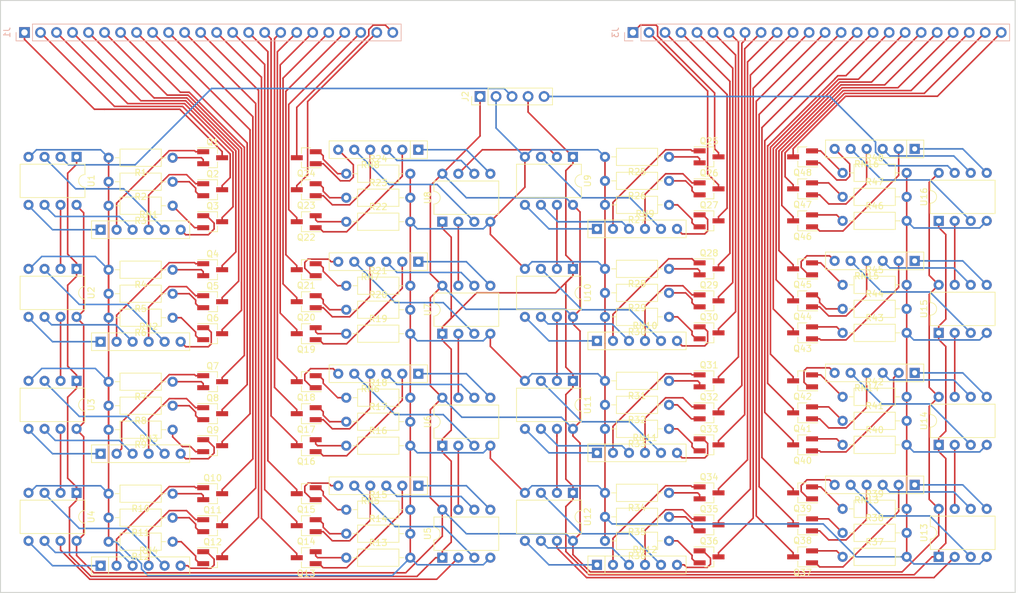
<source format=kicad_pcb>
(kicad_pcb (version 20171130) (host pcbnew "(5.0.0)")
  (layers (0 F.Cu signal) (31 B.Cu signal) (34 B.Paste user) (35 F.Paste user) (36 B.SilkS user) (37 F.SilkS user) (38 B.Mask user) (39 F.Mask user) (44 Edge.Cuts user))
  (net 0 "")
  (net 1 /R0)
  (net 2 /Controller0/R_RES_OUT)
  (net 3 /Controller0/G_RES_OUT)
  (net 4 /G0)
  (net 5 /B0)
  (net 6 /Controller0/B_RES_OUT)
  (net 7 /Controller1/R_RES_OUT)
  (net 8 /R1)
  (net 9 /G1)
  (net 10 /Controller1/G_RES_OUT)
  (net 11 /Controller1/B_RES_OUT)
  (net 12 /B1)
  (net 13 /Controller2/R_RES_OUT)
  (net 14 /R2)
  (net 15 /G2)
  (net 16 /Controller2/G_RES_OUT)
  (net 17 /Controller2/B_RES_OUT)
  (net 18 /B2)
  (net 19 /R3)
  (net 20 /Controller3/R_RES_OUT)
  (net 21 /Controller3/G_RES_OUT)
  (net 22 /G3)
  (net 23 /B3)
  (net 24 /Controller3/B_RES_OUT)
  (net 25 /Controller4/R_RES_OUT)
  (net 26 /R4)
  (net 27 /G4)
  (net 28 /Controller4/G_RES_OUT)
  (net 29 /B4)
  (net 30 /Controller4/B_RES_OUT)
  (net 31 /R5)
  (net 32 /Controller5/R_RES_OUT)
  (net 33 /Controller5/G_RES_OUT)
  (net 34 /G5)
  (net 35 /B5)
  (net 36 /Controller5/B_RES_OUT)
  (net 37 /Controller6/R_RES_OUT)
  (net 38 /R6)
  (net 39 /G6)
  (net 40 /Controller6/G_RES_OUT)
  (net 41 /Controller6/B_RES_OUT)
  (net 42 /B6)
  (net 43 /R7)
  (net 44 /Controller7/R_RES_OUT)
  (net 45 /Controller7/G_RES_OUT)
  (net 46 /G7)
  (net 47 /B7)
  (net 48 /Controller7/B_RES_OUT)
  (net 49 /Controller8/R_RES_OUT)
  (net 50 /R8)
  (net 51 /G8)
  (net 52 /Controller8/G_RES_OUT)
  (net 53 /Controller8/B_RES_OUT)
  (net 54 /B8)
  (net 55 /Controller9/R_RES_OUT)
  (net 56 /R9)
  (net 57 /Controller9/G_RES_OUT)
  (net 58 /G9)
  (net 59 /B9)
  (net 60 /Controller9/B_RES_OUT)
  (net 61 /R10)
  (net 62 /Controller10/R_RES_OUT)
  (net 63 /Controller10/G_RES_OUT)
  (net 64 /G10)
  (net 65 /Controller10/B_RES_OUT)
  (net 66 /B10)
  (net 67 /R11)
  (net 68 /Controller11/R_RES_OUT)
  (net 69 /Controller11/G_RES_OUT)
  (net 70 /G11)
  (net 71 /B11)
  (net 72 /Controller11/B_RES_OUT)
  (net 73 /R12)
  (net 74 /Controller12/R_RES_OUT)
  (net 75 /G12)
  (net 76 /Controller12/G_RES_OUT)
  (net 77 /Controller12/B_RES_OUT)
  (net 78 /B12)
  (net 79 /R13)
  (net 80 /Controller13/R_RES_OUT)
  (net 81 /Controller13/G_RES_OUT)
  (net 82 /G13)
  (net 83 /Controller13/B_RES_OUT)
  (net 84 /B13)
  (net 85 /Controller14/R_RES_OUT)
  (net 86 /R14)
  (net 87 /G14)
  (net 88 /Controller14/G_RES_OUT)
  (net 89 /B14)
  (net 90 /Controller14/B_RES_OUT)
  (net 91 /R15)
  (net 92 /Controller15/R_RES_OUT)
  (net 93 /Controller15/G_RES_OUT)
  (net 94 /G15)
  (net 95 /Controller15/B_RES_OUT)
  (net 96 /B15)
  (net 97 GND)
  (net 98 /Controller0/B_PWM)
  (net 99 /Controller0/G_PWM)
  (net 100 /Controller0/R_PWM)
  (net 101 /Controller1/B_PWM)
  (net 102 /Controller1/G_PWM)
  (net 103 /Controller1/R_PWM)
  (net 104 /Controller2/B_PWM)
  (net 105 /Controller2/G_PWM)
  (net 106 /Controller2/R_PWM)
  (net 107 /Controller3/R_PWM)
  (net 108 /Controller3/G_PWM)
  (net 109 /Controller3/B_PWM)
  (net 110 /Controller4/B_PWM)
  (net 111 /Controller4/G_PWM)
  (net 112 /Controller4/R_PWM)
  (net 113 /Controller5/B_PWM)
  (net 114 /Controller5/G_PWM)
  (net 115 /Controller5/R_PWM)
  (net 116 /Controller6/R_PWM)
  (net 117 /Controller6/G_PWM)
  (net 118 /Controller6/B_PWM)
  (net 119 /Controller7/B_PWM)
  (net 120 /Controller7/G_PWM)
  (net 121 /Controller7/R_PWM)
  (net 122 /Controller8/R_PWM)
  (net 123 /Controller8/G_PWM)
  (net 124 /Controller8/B_PWM)
  (net 125 /Controller9/R_PWM)
  (net 126 /Controller9/G_PWM)
  (net 127 /Controller9/B_PWM)
  (net 128 /Controller10/R_PWM)
  (net 129 /Controller10/G_PWM)
  (net 130 /Controller10/B_PWM)
  (net 131 /Controller11/B_PWM)
  (net 132 /Controller11/G_PWM)
  (net 133 /Controller11/R_PWM)
  (net 134 /Controller12/R_PWM)
  (net 135 /Controller12/G_PWM)
  (net 136 /Controller12/B_PWM)
  (net 137 /Controller13/B_PWM)
  (net 138 /Controller13/G_PWM)
  (net 139 /Controller13/R_PWM)
  (net 140 /Controller14/R_PWM)
  (net 141 /Controller14/G_PWM)
  (net 142 /Controller14/B_PWM)
  (net 143 /Controller15/R_PWM)
  (net 144 /Controller15/G_PWM)
  (net 145 /Controller15/B_PWM)
  (net 146 +5V)
  (net 147 /DIN)
  (net 148 /DCLK)
  (net 149 /Controller1/DIN)
  (net 150 /Controller2/DIN)
  (net 151 /Controller3/DIN)
  (net 152 /DOUT3)
  (net 153 /Controller5/DIN)
  (net 154 /Controller6/DIN)
  (net 155 /Controller7/DIN)
  (net 156 /DOUT7)
  (net 157 /Controller9/DIN)
  (net 158 /Controller10/DIN)
  (net 159 /Controller11/DIN)
  (net 160 /DOUT11)
  (net 161 /Controller13/DIN)
  (net 162 /Controller14/DIN)
  (net 163 /Controller15/DIN)
  (net 164 /DOUT)
  (net 165 "Net-(Q1-Pad2)")
  (net 166 "Net-(Q2-Pad2)")
  (net 167 "Net-(Q3-Pad2)")
  (net 168 "Net-(Q4-Pad2)")
  (net 169 "Net-(Q5-Pad2)")
  (net 170 "Net-(Q6-Pad2)")
  (net 171 "Net-(Q7-Pad2)")
  (net 172 "Net-(Q8-Pad2)")
  (net 173 "Net-(Q9-Pad2)")
  (net 174 "Net-(Q10-Pad2)")
  (net 175 "Net-(Q11-Pad2)")
  (net 176 "Net-(Q12-Pad2)")
  (net 177 "Net-(Q13-Pad2)")
  (net 178 "Net-(Q14-Pad2)")
  (net 179 "Net-(Q15-Pad2)")
  (net 180 "Net-(Q16-Pad2)")
  (net 181 "Net-(Q17-Pad2)")
  (net 182 "Net-(Q18-Pad2)")
  (net 183 "Net-(Q19-Pad2)")
  (net 184 "Net-(Q20-Pad2)")
  (net 185 "Net-(Q21-Pad2)")
  (net 186 "Net-(Q22-Pad2)")
  (net 187 "Net-(Q23-Pad2)")
  (net 188 "Net-(Q24-Pad2)")
  (net 189 "Net-(Q25-Pad2)")
  (net 190 "Net-(Q26-Pad2)")
  (net 191 "Net-(Q27-Pad2)")
  (net 192 "Net-(Q28-Pad2)")
  (net 193 "Net-(Q29-Pad2)")
  (net 194 "Net-(Q30-Pad2)")
  (net 195 "Net-(Q31-Pad2)")
  (net 196 "Net-(Q32-Pad2)")
  (net 197 "Net-(Q33-Pad2)")
  (net 198 "Net-(Q34-Pad2)")
  (net 199 "Net-(Q35-Pad2)")
  (net 200 "Net-(Q36-Pad2)")
  (net 201 "Net-(Q37-Pad2)")
  (net 202 "Net-(Q38-Pad2)")
  (net 203 "Net-(Q39-Pad2)")
  (net 204 "Net-(Q40-Pad2)")
  (net 205 "Net-(Q41-Pad2)")
  (net 206 "Net-(Q42-Pad2)")
  (net 207 "Net-(Q43-Pad2)")
  (net 208 "Net-(Q44-Pad2)")
  (net 209 "Net-(Q45-Pad2)")
  (net 210 "Net-(Q46-Pad2)")
  (net 211 "Net-(Q47-Pad2)")
  (net 212 "Net-(Q48-Pad2)")
  (module Connector_PinSocket_2.54mm:PinSocket_1x24_P2.54mm_Vertical (layer B.Cu) (at 157.48 60.96 270)
    (fp_text reference J3 (at 0 2.77 270) (layer B.SilkS) (effects (justify mirror)))
    (fp_text value Conn_01x24)
    (pad 1 thru_hole rect (at 0 0 270) (size 1.7 1.7) (drill 1) (layers *.Cu *.Mask) (net 50 /R8))
    (pad 2 thru_hole oval (at 0 -2.54 270) (size 1.7 1.7) (drill 1) (layers *.Cu *.Mask) (net 51 /G8))
    (pad 3 thru_hole oval (at 0 -5.08 270) (size 1.7 1.7) (drill 1) (layers *.Cu *.Mask) (net 54 /B8))
    (pad 4 thru_hole oval (at 0 -7.62 270) (size 1.7 1.7) (drill 1) (layers *.Cu *.Mask) (net 56 /R9))
    (pad 5 thru_hole oval (at 0 -10.16 270) (size 1.7 1.7) (drill 1) (layers *.Cu *.Mask) (net 58 /G9))
    (pad 6 thru_hole oval (at 0 -12.7 270) (size 1.7 1.7) (drill 1) (layers *.Cu *.Mask) (net 59 /B9))
    (pad 7 thru_hole oval (at 0 -15.24 270) (size 1.7 1.7) (drill 1) (layers *.Cu *.Mask) (net 61 /R10))
    (pad 8 thru_hole oval (at 0 -17.78 270) (size 1.7 1.7) (drill 1) (layers *.Cu *.Mask) (net 64 /G10))
    (pad 9 thru_hole oval (at 0 -20.32 270) (size 1.7 1.7) (drill 1) (layers *.Cu *.Mask) (net 66 /B10))
    (pad 10 thru_hole oval (at 0 -22.86 270) (size 1.7 1.7) (drill 1) (layers *.Cu *.Mask) (net 67 /R11))
    (pad 11 thru_hole oval (at 0 -25.4 270) (size 1.7 1.7) (drill 1) (layers *.Cu *.Mask) (net 70 /G11))
    (pad 12 thru_hole oval (at 0 -27.94 270) (size 1.7 1.7) (drill 1) (layers *.Cu *.Mask) (net 71 /B11))
    (pad 13 thru_hole oval (at 0 -30.48 270) (size 1.7 1.7) (drill 1) (layers *.Cu *.Mask) (net 73 /R12))
    (pad 14 thru_hole oval (at 0 -33.02 270) (size 1.7 1.7) (drill 1) (layers *.Cu *.Mask) (net 75 /G12))
    (pad 15 thru_hole oval (at 0 -35.56 270) (size 1.7 1.7) (drill 1) (layers *.Cu *.Mask) (net 78 /B12))
    (pad 16 thru_hole oval (at 0 -38.1 270) (size 1.7 1.7) (drill 1) (layers *.Cu *.Mask) (net 79 /R13))
    (pad 17 thru_hole oval (at 0 -40.64 270) (size 1.7 1.7) (drill 1) (layers *.Cu *.Mask) (net 82 /G13))
    (pad 18 thru_hole oval (at 0 -43.18 270) (size 1.7 1.7) (drill 1) (layers *.Cu *.Mask) (net 84 /B13))
    (pad 19 thru_hole oval (at 0 -45.72 270) (size 1.7 1.7) (drill 1) (layers *.Cu *.Mask) (net 86 /R14))
    (pad 20 thru_hole oval (at 0 -48.26 270) (size 1.7 1.7) (drill 1) (layers *.Cu *.Mask) (net 87 /G14))
    (pad 21 thru_hole oval (at 0 -50.8 270) (size 1.7 1.7) (drill 1) (layers *.Cu *.Mask) (net 89 /B14))
    (pad 22 thru_hole oval (at 0 -53.34 270) (size 1.7 1.7) (drill 1) (layers *.Cu *.Mask) (net 91 /R15))
    (pad 23 thru_hole oval (at 0 -55.88 270) (size 1.7 1.7) (drill 1) (layers *.Cu *.Mask) (net 94 /G15))
    (pad 24 thru_hole oval (at 0 -58.42 270) (size 1.7 1.7) (drill 1) (layers *.Cu *.Mask) (net 96 /B15))
  )
  (module Package_TO_SOT_SMD:SOT-23_Handsoldering (layer F.Cu) (at 90.811762 80.844385)
    (fp_text reference Q1 (at 0 -2.5) (layer F.SilkS))
    (fp_text value 2N3904_SOT-23)
    (pad 3 smd rect (at 1.5 0) (size 1.9 0.8) (layers F.Cu F.Paste F.Mask) (net 1 /R0))
    (pad 2 smd rect (at -1.5 0.95) (size 1.9 0.8) (layers F.Cu F.Paste F.Mask) (net 165 "Net-(Q1-Pad2)"))
    (pad 1 smd rect (at -1.5 -0.95) (size 1.9 0.8) (layers F.Cu F.Paste F.Mask) (net 2 /Controller0/R_RES_OUT))
  )
  (module Package_TO_SOT_SMD:SOT-23_Handsoldering (layer F.Cu) (at 90.811762 85.924385)
    (fp_text reference Q2 (at 0 -2.5) (layer F.SilkS))
    (fp_text value 2N3904_SOT-23)
    (pad 1 smd rect (at -1.5 -0.95) (size 1.9 0.8) (layers F.Cu F.Paste F.Mask) (net 3 /Controller0/G_RES_OUT))
    (pad 2 smd rect (at -1.5 0.95) (size 1.9 0.8) (layers F.Cu F.Paste F.Mask) (net 166 "Net-(Q2-Pad2)"))
    (pad 3 smd rect (at 1.5 0) (size 1.9 0.8) (layers F.Cu F.Paste F.Mask) (net 4 /G0))
  )
  (module Package_TO_SOT_SMD:SOT-23_Handsoldering (layer F.Cu) (at 90.811762 91.004385)
    (fp_text reference Q3 (at 0 -2.5) (layer F.SilkS))
    (fp_text value 2N3904_SOT-23)
    (pad 1 smd rect (at -1.5 -0.95) (size 1.9 0.8) (layers F.Cu F.Paste F.Mask) (net 6 /Controller0/B_RES_OUT))
    (pad 2 smd rect (at -1.5 0.95) (size 1.9 0.8) (layers F.Cu F.Paste F.Mask) (net 167 "Net-(Q3-Pad2)"))
    (pad 3 smd rect (at 1.5 0) (size 1.9 0.8) (layers F.Cu F.Paste F.Mask) (net 5 /B0))
  )
  (module Package_TO_SOT_SMD:SOT-23_Handsoldering (layer F.Cu) (at 90.811762 98.624385)
    (fp_text reference Q4 (at 0 -2.5) (layer F.SilkS))
    (fp_text value 2N3904_SOT-23)
    (pad 3 smd rect (at 1.5 0) (size 1.9 0.8) (layers F.Cu F.Paste F.Mask) (net 8 /R1))
    (pad 2 smd rect (at -1.5 0.95) (size 1.9 0.8) (layers F.Cu F.Paste F.Mask) (net 168 "Net-(Q4-Pad2)"))
    (pad 1 smd rect (at -1.5 -0.95) (size 1.9 0.8) (layers F.Cu F.Paste F.Mask) (net 7 /Controller1/R_RES_OUT))
  )
  (module Package_TO_SOT_SMD:SOT-23_Handsoldering (layer F.Cu) (at 90.811762 103.704385)
    (fp_text reference Q5 (at 0 -2.5) (layer F.SilkS))
    (fp_text value 2N3904_SOT-23)
    (pad 1 smd rect (at -1.5 -0.95) (size 1.9 0.8) (layers F.Cu F.Paste F.Mask) (net 10 /Controller1/G_RES_OUT))
    (pad 2 smd rect (at -1.5 0.95) (size 1.9 0.8) (layers F.Cu F.Paste F.Mask) (net 169 "Net-(Q5-Pad2)"))
    (pad 3 smd rect (at 1.5 0) (size 1.9 0.8) (layers F.Cu F.Paste F.Mask) (net 9 /G1))
  )
  (module Package_TO_SOT_SMD:SOT-23_Handsoldering (layer F.Cu) (at 90.811762 108.784385)
    (fp_text reference Q6 (at 0 -2.5) (layer F.SilkS))
    (fp_text value 2N3904_SOT-23)
    (pad 1 smd rect (at -1.5 -0.95) (size 1.9 0.8) (layers F.Cu F.Paste F.Mask) (net 11 /Controller1/B_RES_OUT))
    (pad 2 smd rect (at -1.5 0.95) (size 1.9 0.8) (layers F.Cu F.Paste F.Mask) (net 170 "Net-(Q6-Pad2)"))
    (pad 3 smd rect (at 1.5 0) (size 1.9 0.8) (layers F.Cu F.Paste F.Mask) (net 12 /B1))
  )
  (module Package_TO_SOT_SMD:SOT-23_Handsoldering (layer F.Cu) (at 90.811762 116.404385)
    (fp_text reference Q7 (at 0 -2.5) (layer F.SilkS))
    (fp_text value 2N3904_SOT-23)
    (pad 3 smd rect (at 1.5 0) (size 1.9 0.8) (layers F.Cu F.Paste F.Mask) (net 14 /R2))
    (pad 2 smd rect (at -1.5 0.95) (size 1.9 0.8) (layers F.Cu F.Paste F.Mask) (net 171 "Net-(Q7-Pad2)"))
    (pad 1 smd rect (at -1.5 -0.95) (size 1.9 0.8) (layers F.Cu F.Paste F.Mask) (net 13 /Controller2/R_RES_OUT))
  )
  (module Package_TO_SOT_SMD:SOT-23_Handsoldering (layer F.Cu) (at 90.811762 121.484385)
    (fp_text reference Q8 (at 0 -2.5) (layer F.SilkS))
    (fp_text value 2N3904_SOT-23)
    (pad 1 smd rect (at -1.5 -0.95) (size 1.9 0.8) (layers F.Cu F.Paste F.Mask) (net 16 /Controller2/G_RES_OUT))
    (pad 2 smd rect (at -1.5 0.95) (size 1.9 0.8) (layers F.Cu F.Paste F.Mask) (net 172 "Net-(Q8-Pad2)"))
    (pad 3 smd rect (at 1.5 0) (size 1.9 0.8) (layers F.Cu F.Paste F.Mask) (net 15 /G2))
  )
  (module Package_TO_SOT_SMD:SOT-23_Handsoldering (layer F.Cu) (at 90.811762 126.564385)
    (fp_text reference Q9 (at 0 -2.5) (layer F.SilkS))
    (fp_text value 2N3904_SOT-23)
    (pad 3 smd rect (at 1.5 0) (size 1.9 0.8) (layers F.Cu F.Paste F.Mask) (net 18 /B2))
    (pad 2 smd rect (at -1.5 0.95) (size 1.9 0.8) (layers F.Cu F.Paste F.Mask) (net 173 "Net-(Q9-Pad2)"))
    (pad 1 smd rect (at -1.5 -0.95) (size 1.9 0.8) (layers F.Cu F.Paste F.Mask) (net 17 /Controller2/B_RES_OUT))
  )
  (module Package_TO_SOT_SMD:SOT-23_Handsoldering (layer F.Cu) (at 90.811762 134.184385)
    (fp_text reference Q10 (at 0 -2.5) (layer F.SilkS))
    (fp_text value 2N3904_SOT-23)
    (pad 3 smd rect (at 1.5 0) (size 1.9 0.8) (layers F.Cu F.Paste F.Mask) (net 19 /R3))
    (pad 2 smd rect (at -1.5 0.95) (size 1.9 0.8) (layers F.Cu F.Paste F.Mask) (net 174 "Net-(Q10-Pad2)"))
    (pad 1 smd rect (at -1.5 -0.95) (size 1.9 0.8) (layers F.Cu F.Paste F.Mask) (net 20 /Controller3/R_RES_OUT))
  )
  (module Package_TO_SOT_SMD:SOT-23_Handsoldering (layer F.Cu) (at 90.811762 139.264385)
    (fp_text reference Q11 (at 0 -2.5) (layer F.SilkS))
    (fp_text value 2N3904_SOT-23)
    (pad 1 smd rect (at -1.5 -0.95) (size 1.9 0.8) (layers F.Cu F.Paste F.Mask) (net 21 /Controller3/G_RES_OUT))
    (pad 2 smd rect (at -1.5 0.95) (size 1.9 0.8) (layers F.Cu F.Paste F.Mask) (net 175 "Net-(Q11-Pad2)"))
    (pad 3 smd rect (at 1.5 0) (size 1.9 0.8) (layers F.Cu F.Paste F.Mask) (net 22 /G3))
  )
  (module Package_TO_SOT_SMD:SOT-23_Handsoldering (layer F.Cu) (at 90.811762 144.344385)
    (fp_text reference Q12 (at 0 -2.5) (layer F.SilkS))
    (fp_text value 2N3904_SOT-23)
    (pad 1 smd rect (at -1.5 -0.95) (size 1.9 0.8) (layers F.Cu F.Paste F.Mask) (net 24 /Controller3/B_RES_OUT))
    (pad 2 smd rect (at -1.5 0.95) (size 1.9 0.8) (layers F.Cu F.Paste F.Mask) (net 176 "Net-(Q12-Pad2)"))
    (pad 3 smd rect (at 1.5 0) (size 1.9 0.8) (layers F.Cu F.Paste F.Mask) (net 23 /B3))
  )
  (module Package_TO_SOT_SMD:SOT-23_Handsoldering (layer F.Cu) (at 105.648516 144.343883 180)
    (fp_text reference Q13 (at 0 -2.5 180) (layer F.SilkS))
    (fp_text value 2N3904_SOT-23)
    (pad 3 smd rect (at 1.5 0 180) (size 1.9 0.8) (layers F.Cu F.Paste F.Mask) (net 26 /R4))
    (pad 2 smd rect (at -1.5 0.95 180) (size 1.9 0.8) (layers F.Cu F.Paste F.Mask) (net 177 "Net-(Q13-Pad2)"))
    (pad 1 smd rect (at -1.5 -0.95 180) (size 1.9 0.8) (layers F.Cu F.Paste F.Mask) (net 25 /Controller4/R_RES_OUT))
  )
  (module Package_TO_SOT_SMD:SOT-23_Handsoldering (layer F.Cu) (at 105.648516 139.263883 180)
    (fp_text reference Q14 (at 0 -2.5 180) (layer F.SilkS))
    (fp_text value 2N3904_SOT-23)
    (pad 1 smd rect (at -1.5 -0.95 180) (size 1.9 0.8) (layers F.Cu F.Paste F.Mask) (net 28 /Controller4/G_RES_OUT))
    (pad 2 smd rect (at -1.5 0.95 180) (size 1.9 0.8) (layers F.Cu F.Paste F.Mask) (net 178 "Net-(Q14-Pad2)"))
    (pad 3 smd rect (at 1.5 0 180) (size 1.9 0.8) (layers F.Cu F.Paste F.Mask) (net 27 /G4))
  )
  (module Package_TO_SOT_SMD:SOT-23_Handsoldering (layer F.Cu) (at 105.648516 134.183883 180)
    (fp_text reference Q15 (at 0 -2.5 180) (layer F.SilkS))
    (fp_text value 2N3904_SOT-23)
    (pad 1 smd rect (at -1.5 -0.95 180) (size 1.9 0.8) (layers F.Cu F.Paste F.Mask) (net 30 /Controller4/B_RES_OUT))
    (pad 2 smd rect (at -1.5 0.95 180) (size 1.9 0.8) (layers F.Cu F.Paste F.Mask) (net 179 "Net-(Q15-Pad2)"))
    (pad 3 smd rect (at 1.5 0 180) (size 1.9 0.8) (layers F.Cu F.Paste F.Mask) (net 29 /B4))
  )
  (module Package_TO_SOT_SMD:SOT-23_Handsoldering (layer F.Cu) (at 105.648516 126.563883 180)
    (fp_text reference Q16 (at 0 -2.5 180) (layer F.SilkS))
    (fp_text value 2N3904_SOT-23)
    (pad 1 smd rect (at -1.5 -0.95 180) (size 1.9 0.8) (layers F.Cu F.Paste F.Mask) (net 32 /Controller5/R_RES_OUT))
    (pad 2 smd rect (at -1.5 0.95 180) (size 1.9 0.8) (layers F.Cu F.Paste F.Mask) (net 180 "Net-(Q16-Pad2)"))
    (pad 3 smd rect (at 1.5 0 180) (size 1.9 0.8) (layers F.Cu F.Paste F.Mask) (net 31 /R5))
  )
  (module Package_TO_SOT_SMD:SOT-23_Handsoldering (layer F.Cu) (at 105.648516 121.483883 180)
    (fp_text reference Q17 (at 0 -2.5 180) (layer F.SilkS))
    (fp_text value 2N3904_SOT-23)
    (pad 3 smd rect (at 1.5 0 180) (size 1.9 0.8) (layers F.Cu F.Paste F.Mask) (net 34 /G5))
    (pad 2 smd rect (at -1.5 0.95 180) (size 1.9 0.8) (layers F.Cu F.Paste F.Mask) (net 181 "Net-(Q17-Pad2)"))
    (pad 1 smd rect (at -1.5 -0.95 180) (size 1.9 0.8) (layers F.Cu F.Paste F.Mask) (net 33 /Controller5/G_RES_OUT))
  )
  (module Package_TO_SOT_SMD:SOT-23_Handsoldering (layer F.Cu) (at 105.648516 116.403883 180)
    (fp_text reference Q18 (at 0 -2.5 180) (layer F.SilkS))
    (fp_text value 2N3904_SOT-23)
    (pad 3 smd rect (at 1.5 0 180) (size 1.9 0.8) (layers F.Cu F.Paste F.Mask) (net 35 /B5))
    (pad 2 smd rect (at -1.5 0.95 180) (size 1.9 0.8) (layers F.Cu F.Paste F.Mask) (net 182 "Net-(Q18-Pad2)"))
    (pad 1 smd rect (at -1.5 -0.95 180) (size 1.9 0.8) (layers F.Cu F.Paste F.Mask) (net 36 /Controller5/B_RES_OUT))
  )
  (module Package_TO_SOT_SMD:SOT-23_Handsoldering (layer F.Cu) (at 105.648516 108.783883 180)
    (fp_text reference Q19 (at 0 -2.5 180) (layer F.SilkS))
    (fp_text value 2N3904_SOT-23)
    (pad 3 smd rect (at 1.5 0 180) (size 1.9 0.8) (layers F.Cu F.Paste F.Mask) (net 38 /R6))
    (pad 2 smd rect (at -1.5 0.95 180) (size 1.9 0.8) (layers F.Cu F.Paste F.Mask) (net 183 "Net-(Q19-Pad2)"))
    (pad 1 smd rect (at -1.5 -0.95 180) (size 1.9 0.8) (layers F.Cu F.Paste F.Mask) (net 37 /Controller6/R_RES_OUT))
  )
  (module Package_TO_SOT_SMD:SOT-23_Handsoldering (layer F.Cu) (at 105.648516 103.703883 180)
    (fp_text reference Q20 (at 0 -2.5 180) (layer F.SilkS))
    (fp_text value 2N3904_SOT-23)
    (pad 3 smd rect (at 1.5 0 180) (size 1.9 0.8) (layers F.Cu F.Paste F.Mask) (net 39 /G6))
    (pad 2 smd rect (at -1.5 0.95 180) (size 1.9 0.8) (layers F.Cu F.Paste F.Mask) (net 184 "Net-(Q20-Pad2)"))
    (pad 1 smd rect (at -1.5 -0.95 180) (size 1.9 0.8) (layers F.Cu F.Paste F.Mask) (net 40 /Controller6/G_RES_OUT))
  )
  (module Package_TO_SOT_SMD:SOT-23_Handsoldering (layer F.Cu) (at 105.648516 98.623883 180)
    (fp_text reference Q21 (at 0 -2.5 180) (layer F.SilkS))
    (fp_text value 2N3904_SOT-23)
    (pad 3 smd rect (at 1.5 0 180) (size 1.9 0.8) (layers F.Cu F.Paste F.Mask) (net 42 /B6))
    (pad 2 smd rect (at -1.5 0.95 180) (size 1.9 0.8) (layers F.Cu F.Paste F.Mask) (net 185 "Net-(Q21-Pad2)"))
    (pad 1 smd rect (at -1.5 -0.95 180) (size 1.9 0.8) (layers F.Cu F.Paste F.Mask) (net 41 /Controller6/B_RES_OUT))
  )
  (module Package_TO_SOT_SMD:SOT-23_Handsoldering (layer F.Cu) (at 105.648516 91.003883 180)
    (fp_text reference Q22 (at 0 -2.5 180) (layer F.SilkS))
    (fp_text value 2N3904_SOT-23)
    (pad 1 smd rect (at -1.5 -0.95 180) (size 1.9 0.8) (layers F.Cu F.Paste F.Mask) (net 44 /Controller7/R_RES_OUT))
    (pad 2 smd rect (at -1.5 0.95 180) (size 1.9 0.8) (layers F.Cu F.Paste F.Mask) (net 186 "Net-(Q22-Pad2)"))
    (pad 3 smd rect (at 1.5 0 180) (size 1.9 0.8) (layers F.Cu F.Paste F.Mask) (net 43 /R7))
  )
  (module Package_TO_SOT_SMD:SOT-23_Handsoldering (layer F.Cu) (at 105.648516 85.923883 180)
    (fp_text reference Q23 (at 0 -2.5 180) (layer F.SilkS))
    (fp_text value 2N3904_SOT-23)
    (pad 1 smd rect (at -1.5 -0.95 180) (size 1.9 0.8) (layers F.Cu F.Paste F.Mask) (net 45 /Controller7/G_RES_OUT))
    (pad 2 smd rect (at -1.5 0.95 180) (size 1.9 0.8) (layers F.Cu F.Paste F.Mask) (net 187 "Net-(Q23-Pad2)"))
    (pad 3 smd rect (at 1.5 0 180) (size 1.9 0.8) (layers F.Cu F.Paste F.Mask) (net 46 /G7))
  )
  (module Package_TO_SOT_SMD:SOT-23_Handsoldering (layer F.Cu) (at 105.648516 80.843883 180)
    (fp_text reference Q24 (at 0 -2.5 180) (layer F.SilkS))
    (fp_text value 2N3904_SOT-23)
    (pad 3 smd rect (at 1.5 0 180) (size 1.9 0.8) (layers F.Cu F.Paste F.Mask) (net 47 /B7))
    (pad 2 smd rect (at -1.5 0.95 180) (size 1.9 0.8) (layers F.Cu F.Paste F.Mask) (net 188 "Net-(Q24-Pad2)"))
    (pad 1 smd rect (at -1.5 -0.95 180) (size 1.9 0.8) (layers F.Cu F.Paste F.Mask) (net 48 /Controller7/B_RES_OUT))
  )
  (module Package_TO_SOT_SMD:SOT-23_Handsoldering (layer F.Cu) (at 169.55 80.71)
    (fp_text reference Q25 (at 0 -2.5) (layer F.SilkS))
    (fp_text value 2N3904_SOT-23)
    (pad 3 smd rect (at 1.5 0) (size 1.9 0.8) (layers F.Cu F.Paste F.Mask) (net 50 /R8))
    (pad 2 smd rect (at -1.5 0.95) (size 1.9 0.8) (layers F.Cu F.Paste F.Mask) (net 189 "Net-(Q25-Pad2)"))
    (pad 1 smd rect (at -1.5 -0.95) (size 1.9 0.8) (layers F.Cu F.Paste F.Mask) (net 49 /Controller8/R_RES_OUT))
  )
  (module Package_TO_SOT_SMD:SOT-23_Handsoldering (layer F.Cu) (at 169.55 85.79)
    (fp_text reference Q26 (at 0 -2.5) (layer F.SilkS))
    (fp_text value 2N3904_SOT-23)
    (pad 3 smd rect (at 1.5 0) (size 1.9 0.8) (layers F.Cu F.Paste F.Mask) (net 51 /G8))
    (pad 2 smd rect (at -1.5 0.95) (size 1.9 0.8) (layers F.Cu F.Paste F.Mask) (net 190 "Net-(Q26-Pad2)"))
    (pad 1 smd rect (at -1.5 -0.95) (size 1.9 0.8) (layers F.Cu F.Paste F.Mask) (net 52 /Controller8/G_RES_OUT))
  )
  (module Package_TO_SOT_SMD:SOT-23_Handsoldering (layer F.Cu) (at 169.55 90.87)
    (fp_text reference Q27 (at 0 -2.5) (layer F.SilkS))
    (fp_text value 2N3904_SOT-23)
    (pad 1 smd rect (at -1.5 -0.95) (size 1.9 0.8) (layers F.Cu F.Paste F.Mask) (net 53 /Controller8/B_RES_OUT))
    (pad 2 smd rect (at -1.5 0.95) (size 1.9 0.8) (layers F.Cu F.Paste F.Mask) (net 191 "Net-(Q27-Pad2)"))
    (pad 3 smd rect (at 1.5 0) (size 1.9 0.8) (layers F.Cu F.Paste F.Mask) (net 54 /B8))
  )
  (module Package_TO_SOT_SMD:SOT-23_Handsoldering (layer F.Cu) (at 169.55 98.49)
    (fp_text reference Q28 (at 0 -2.5) (layer F.SilkS))
    (fp_text value 2N3904_SOT-23)
    (pad 1 smd rect (at -1.5 -0.95) (size 1.9 0.8) (layers F.Cu F.Paste F.Mask) (net 55 /Controller9/R_RES_OUT))
    (pad 2 smd rect (at -1.5 0.95) (size 1.9 0.8) (layers F.Cu F.Paste F.Mask) (net 192 "Net-(Q28-Pad2)"))
    (pad 3 smd rect (at 1.5 0) (size 1.9 0.8) (layers F.Cu F.Paste F.Mask) (net 56 /R9))
  )
  (module Package_TO_SOT_SMD:SOT-23_Handsoldering (layer F.Cu) (at 169.55 103.57)
    (fp_text reference Q29 (at 0 -2.5) (layer F.SilkS))
    (fp_text value 2N3904_SOT-23)
    (pad 3 smd rect (at 1.5 0) (size 1.9 0.8) (layers F.Cu F.Paste F.Mask) (net 58 /G9))
    (pad 2 smd rect (at -1.5 0.95) (size 1.9 0.8) (layers F.Cu F.Paste F.Mask) (net 193 "Net-(Q29-Pad2)"))
    (pad 1 smd rect (at -1.5 -0.95) (size 1.9 0.8) (layers F.Cu F.Paste F.Mask) (net 57 /Controller9/G_RES_OUT))
  )
  (module Package_TO_SOT_SMD:SOT-23_Handsoldering (layer F.Cu) (at 169.55 108.65)
    (fp_text reference Q30 (at 0 -2.5) (layer F.SilkS))
    (fp_text value 2N3904_SOT-23)
    (pad 1 smd rect (at -1.5 -0.95) (size 1.9 0.8) (layers F.Cu F.Paste F.Mask) (net 60 /Controller9/B_RES_OUT))
    (pad 2 smd rect (at -1.5 0.95) (size 1.9 0.8) (layers F.Cu F.Paste F.Mask) (net 194 "Net-(Q30-Pad2)"))
    (pad 3 smd rect (at 1.5 0) (size 1.9 0.8) (layers F.Cu F.Paste F.Mask) (net 59 /B9))
  )
  (module Package_TO_SOT_SMD:SOT-23_Handsoldering (layer F.Cu) (at 169.55 116.27)
    (fp_text reference Q31 (at 0 -2.5) (layer F.SilkS))
    (fp_text value 2N3904_SOT-23)
    (pad 3 smd rect (at 1.5 0) (size 1.9 0.8) (layers F.Cu F.Paste F.Mask) (net 61 /R10))
    (pad 2 smd rect (at -1.5 0.95) (size 1.9 0.8) (layers F.Cu F.Paste F.Mask) (net 195 "Net-(Q31-Pad2)"))
    (pad 1 smd rect (at -1.5 -0.95) (size 1.9 0.8) (layers F.Cu F.Paste F.Mask) (net 62 /Controller10/R_RES_OUT))
  )
  (module Package_TO_SOT_SMD:SOT-23_Handsoldering (layer F.Cu) (at 169.55 121.35)
    (fp_text reference Q32 (at 0 -2.5) (layer F.SilkS))
    (fp_text value 2N3904_SOT-23)
    (pad 1 smd rect (at -1.5 -0.95) (size 1.9 0.8) (layers F.Cu F.Paste F.Mask) (net 63 /Controller10/G_RES_OUT))
    (pad 2 smd rect (at -1.5 0.95) (size 1.9 0.8) (layers F.Cu F.Paste F.Mask) (net 196 "Net-(Q32-Pad2)"))
    (pad 3 smd rect (at 1.5 0) (size 1.9 0.8) (layers F.Cu F.Paste F.Mask) (net 64 /G10))
  )
  (module Package_TO_SOT_SMD:SOT-23_Handsoldering (layer F.Cu) (at 169.55 126.43)
    (fp_text reference Q33 (at 0 -2.5) (layer F.SilkS))
    (fp_text value 2N3904_SOT-23)
    (pad 3 smd rect (at 1.5 0) (size 1.9 0.8) (layers F.Cu F.Paste F.Mask) (net 66 /B10))
    (pad 2 smd rect (at -1.5 0.95) (size 1.9 0.8) (layers F.Cu F.Paste F.Mask) (net 197 "Net-(Q33-Pad2)"))
    (pad 1 smd rect (at -1.5 -0.95) (size 1.9 0.8) (layers F.Cu F.Paste F.Mask) (net 65 /Controller10/B_RES_OUT))
  )
  (module Package_TO_SOT_SMD:SOT-23_Handsoldering (layer F.Cu) (at 169.55 134.05)
    (fp_text reference Q34 (at 0 -2.5) (layer F.SilkS))
    (fp_text value 2N3904_SOT-23)
    (pad 1 smd rect (at -1.5 -0.95) (size 1.9 0.8) (layers F.Cu F.Paste F.Mask) (net 68 /Controller11/R_RES_OUT))
    (pad 2 smd rect (at -1.5 0.95) (size 1.9 0.8) (layers F.Cu F.Paste F.Mask) (net 198 "Net-(Q34-Pad2)"))
    (pad 3 smd rect (at 1.5 0) (size 1.9 0.8) (layers F.Cu F.Paste F.Mask) (net 67 /R11))
  )
  (module Package_TO_SOT_SMD:SOT-23_Handsoldering (layer F.Cu) (at 169.55 139.13)
    (fp_text reference Q35 (at 0 -2.5) (layer F.SilkS))
    (fp_text value 2N3904_SOT-23)
    (pad 3 smd rect (at 1.5 0) (size 1.9 0.8) (layers F.Cu F.Paste F.Mask) (net 70 /G11))
    (pad 2 smd rect (at -1.5 0.95) (size 1.9 0.8) (layers F.Cu F.Paste F.Mask) (net 199 "Net-(Q35-Pad2)"))
    (pad 1 smd rect (at -1.5 -0.95) (size 1.9 0.8) (layers F.Cu F.Paste F.Mask) (net 69 /Controller11/G_RES_OUT))
  )
  (module Package_TO_SOT_SMD:SOT-23_Handsoldering (layer F.Cu) (at 169.55 144.21)
    (fp_text reference Q36 (at 0 -2.5) (layer F.SilkS))
    (fp_text value 2N3904_SOT-23)
    (pad 1 smd rect (at -1.5 -0.95) (size 1.9 0.8) (layers F.Cu F.Paste F.Mask) (net 72 /Controller11/B_RES_OUT))
    (pad 2 smd rect (at -1.5 0.95) (size 1.9 0.8) (layers F.Cu F.Paste F.Mask) (net 200 "Net-(Q36-Pad2)"))
    (pad 3 smd rect (at 1.5 0) (size 1.9 0.8) (layers F.Cu F.Paste F.Mask) (net 71 /B11))
  )
  (module Package_TO_SOT_SMD:SOT-23_Handsoldering (layer F.Cu) (at 184.388516 144.21 180)
    (fp_text reference Q37 (at 0 -2.5 180) (layer F.SilkS))
    (fp_text value 2N3904_SOT-23)
    (pad 3 smd rect (at 1.5 0 180) (size 1.9 0.8) (layers F.Cu F.Paste F.Mask) (net 73 /R12))
    (pad 2 smd rect (at -1.5 0.95 180) (size 1.9 0.8) (layers F.Cu F.Paste F.Mask) (net 201 "Net-(Q37-Pad2)"))
    (pad 1 smd rect (at -1.5 -0.95 180) (size 1.9 0.8) (layers F.Cu F.Paste F.Mask) (net 74 /Controller12/R_RES_OUT))
  )
  (module Package_TO_SOT_SMD:SOT-23_Handsoldering (layer F.Cu) (at 184.388516 139.13 180)
    (fp_text reference Q38 (at 0 -2.5 180) (layer F.SilkS))
    (fp_text value 2N3904_SOT-23)
    (pad 1 smd rect (at -1.5 -0.95 180) (size 1.9 0.8) (layers F.Cu F.Paste F.Mask) (net 76 /Controller12/G_RES_OUT))
    (pad 2 smd rect (at -1.5 0.95 180) (size 1.9 0.8) (layers F.Cu F.Paste F.Mask) (net 202 "Net-(Q38-Pad2)"))
    (pad 3 smd rect (at 1.5 0 180) (size 1.9 0.8) (layers F.Cu F.Paste F.Mask) (net 75 /G12))
  )
  (module Package_TO_SOT_SMD:SOT-23_Handsoldering (layer F.Cu) (at 184.388516 134.05 180)
    (fp_text reference Q39 (at 0 -2.5 180) (layer F.SilkS))
    (fp_text value 2N3904_SOT-23)
    (pad 1 smd rect (at -1.5 -0.95 180) (size 1.9 0.8) (layers F.Cu F.Paste F.Mask) (net 77 /Controller12/B_RES_OUT))
    (pad 2 smd rect (at -1.5 0.95 180) (size 1.9 0.8) (layers F.Cu F.Paste F.Mask) (net 203 "Net-(Q39-Pad2)"))
    (pad 3 smd rect (at 1.5 0 180) (size 1.9 0.8) (layers F.Cu F.Paste F.Mask) (net 78 /B12))
  )
  (module Package_TO_SOT_SMD:SOT-23_Handsoldering (layer F.Cu) (at 184.388516 126.43 180)
    (fp_text reference Q40 (at 0 -2.5 180) (layer F.SilkS))
    (fp_text value 2N3904_SOT-23)
    (pad 1 smd rect (at -1.5 -0.95 180) (size 1.9 0.8) (layers F.Cu F.Paste F.Mask) (net 80 /Controller13/R_RES_OUT))
    (pad 2 smd rect (at -1.5 0.95 180) (size 1.9 0.8) (layers F.Cu F.Paste F.Mask) (net 204 "Net-(Q40-Pad2)"))
    (pad 3 smd rect (at 1.5 0 180) (size 1.9 0.8) (layers F.Cu F.Paste F.Mask) (net 79 /R13))
  )
  (module Package_TO_SOT_SMD:SOT-23_Handsoldering (layer F.Cu) (at 184.388516 121.35 180)
    (fp_text reference Q41 (at 0 -2.5 180) (layer F.SilkS))
    (fp_text value 2N3904_SOT-23)
    (pad 3 smd rect (at 1.5 0 180) (size 1.9 0.8) (layers F.Cu F.Paste F.Mask) (net 82 /G13))
    (pad 2 smd rect (at -1.5 0.95 180) (size 1.9 0.8) (layers F.Cu F.Paste F.Mask) (net 205 "Net-(Q41-Pad2)"))
    (pad 1 smd rect (at -1.5 -0.95 180) (size 1.9 0.8) (layers F.Cu F.Paste F.Mask) (net 81 /Controller13/G_RES_OUT))
  )
  (module Package_TO_SOT_SMD:SOT-23_Handsoldering (layer F.Cu) (at 184.388516 116.27 180)
    (fp_text reference Q42 (at 0 -2.5 180) (layer F.SilkS))
    (fp_text value 2N3904_SOT-23)
    (pad 1 smd rect (at -1.5 -0.95 180) (size 1.9 0.8) (layers F.Cu F.Paste F.Mask) (net 83 /Controller13/B_RES_OUT))
    (pad 2 smd rect (at -1.5 0.95 180) (size 1.9 0.8) (layers F.Cu F.Paste F.Mask) (net 206 "Net-(Q42-Pad2)"))
    (pad 3 smd rect (at 1.5 0 180) (size 1.9 0.8) (layers F.Cu F.Paste F.Mask) (net 84 /B13))
  )
  (module Package_TO_SOT_SMD:SOT-23_Handsoldering (layer F.Cu) (at 184.388516 108.65 180)
    (fp_text reference Q43 (at 0 -2.5 180) (layer F.SilkS))
    (fp_text value 2N3904_SOT-23)
    (pad 3 smd rect (at 1.5 0 180) (size 1.9 0.8) (layers F.Cu F.Paste F.Mask) (net 86 /R14))
    (pad 2 smd rect (at -1.5 0.95 180) (size 1.9 0.8) (layers F.Cu F.Paste F.Mask) (net 207 "Net-(Q43-Pad2)"))
    (pad 1 smd rect (at -1.5 -0.95 180) (size 1.9 0.8) (layers F.Cu F.Paste F.Mask) (net 85 /Controller14/R_RES_OUT))
  )
  (module Package_TO_SOT_SMD:SOT-23_Handsoldering (layer F.Cu) (at 184.388516 103.57 180)
    (fp_text reference Q44 (at 0 -2.5 180) (layer F.SilkS))
    (fp_text value 2N3904_SOT-23)
    (pad 1 smd rect (at -1.5 -0.95 180) (size 1.9 0.8) (layers F.Cu F.Paste F.Mask) (net 88 /Controller14/G_RES_OUT))
    (pad 2 smd rect (at -1.5 0.95 180) (size 1.9 0.8) (layers F.Cu F.Paste F.Mask) (net 208 "Net-(Q44-Pad2)"))
    (pad 3 smd rect (at 1.5 0 180) (size 1.9 0.8) (layers F.Cu F.Paste F.Mask) (net 87 /G14))
  )
  (module Package_TO_SOT_SMD:SOT-23_Handsoldering (layer F.Cu) (at 184.388516 98.49 180)
    (fp_text reference Q45 (at 0 -2.5 180) (layer F.SilkS))
    (fp_text value 2N3904_SOT-23)
    (pad 3 smd rect (at 1.5 0 180) (size 1.9 0.8) (layers F.Cu F.Paste F.Mask) (net 89 /B14))
    (pad 2 smd rect (at -1.5 0.95 180) (size 1.9 0.8) (layers F.Cu F.Paste F.Mask) (net 209 "Net-(Q45-Pad2)"))
    (pad 1 smd rect (at -1.5 -0.95 180) (size 1.9 0.8) (layers F.Cu F.Paste F.Mask) (net 90 /Controller14/B_RES_OUT))
  )
  (module Package_TO_SOT_SMD:SOT-23_Handsoldering (layer F.Cu) (at 184.388516 90.87 180)
    (fp_text reference Q46 (at 0 -2.5 180) (layer F.SilkS))
    (fp_text value 2N3904_SOT-23)
    (pad 3 smd rect (at 1.5 0 180) (size 1.9 0.8) (layers F.Cu F.Paste F.Mask) (net 91 /R15))
    (pad 2 smd rect (at -1.5 0.95 180) (size 1.9 0.8) (layers F.Cu F.Paste F.Mask) (net 210 "Net-(Q46-Pad2)"))
    (pad 1 smd rect (at -1.5 -0.95 180) (size 1.9 0.8) (layers F.Cu F.Paste F.Mask) (net 92 /Controller15/R_RES_OUT))
  )
  (module Package_TO_SOT_SMD:SOT-23_Handsoldering (layer F.Cu) (at 184.388516 85.79 180)
    (fp_text reference Q47 (at 0 -2.5 180) (layer F.SilkS))
    (fp_text value 2N3904_SOT-23)
    (pad 1 smd rect (at -1.5 -0.95 180) (size 1.9 0.8) (layers F.Cu F.Paste F.Mask) (net 93 /Controller15/G_RES_OUT))
    (pad 2 smd rect (at -1.5 0.95 180) (size 1.9 0.8) (layers F.Cu F.Paste F.Mask) (net 211 "Net-(Q47-Pad2)"))
    (pad 3 smd rect (at 1.5 0 180) (size 1.9 0.8) (layers F.Cu F.Paste F.Mask) (net 94 /G15))
  )
  (module Package_TO_SOT_SMD:SOT-23_Handsoldering (layer F.Cu) (at 184.388516 80.71 180)
    (fp_text reference Q48 (at 0 -2.5 180) (layer F.SilkS))
    (fp_text value 2N3904_SOT-23)
    (pad 3 smd rect (at 1.5 0 180) (size 1.9 0.8) (layers F.Cu F.Paste F.Mask) (net 96 /B15))
    (pad 2 smd rect (at -1.5 0.95 180) (size 1.9 0.8) (layers F.Cu F.Paste F.Mask) (net 212 "Net-(Q48-Pad2)"))
    (pad 1 smd rect (at -1.5 -0.95 180) (size 1.9 0.8) (layers F.Cu F.Paste F.Mask) (net 95 /Controller15/B_RES_OUT))
  )
  (module Resistor_THT:R_Axial_DIN0207_L6.3mm_D2.5mm_P10.16mm_Horizontal (layer F.Cu) (at 84.461762 80.844385 180)
    (fp_text reference R1 (at 5.08 -2.37 180) (layer F.SilkS))
    (fp_text value 100)
    (pad 1 thru_hole circle (at 0 0 180) (size 1.6 1.6) (drill 0.8) (layers *.Cu *.Mask) (net 165 "Net-(Q1-Pad2)"))
    (pad 2 thru_hole oval (at 10.16 0 180) (size 1.6 1.6) (drill 0.8) (layers *.Cu *.Mask) (net 97 GND))
  )
  (module Resistor_THT:R_Axial_DIN0207_L6.3mm_D2.5mm_P10.16mm_Horizontal (layer F.Cu) (at 84.461762 84.654385 180)
    (fp_text reference R2 (at 5.08 -2.37 180) (layer F.SilkS))
    (fp_text value 150)
    (pad 2 thru_hole oval (at 10.16 0 180) (size 1.6 1.6) (drill 0.8) (layers *.Cu *.Mask) (net 97 GND))
    (pad 1 thru_hole circle (at 0 0 180) (size 1.6 1.6) (drill 0.8) (layers *.Cu *.Mask) (net 166 "Net-(Q2-Pad2)"))
  )
  (module Resistor_THT:R_Axial_DIN0207_L6.3mm_D2.5mm_P10.16mm_Horizontal (layer F.Cu) (at 84.461762 88.464385 180)
    (fp_text reference R3 (at 5.08 -2.37 180) (layer F.SilkS))
    (fp_text value 150)
    (pad 1 thru_hole circle (at 0 0 180) (size 1.6 1.6) (drill 0.8) (layers *.Cu *.Mask) (net 167 "Net-(Q3-Pad2)"))
    (pad 2 thru_hole oval (at 10.16 0 180) (size 1.6 1.6) (drill 0.8) (layers *.Cu *.Mask) (net 97 GND))
  )
  (module Resistor_THT:R_Axial_DIN0207_L6.3mm_D2.5mm_P10.16mm_Horizontal (layer F.Cu) (at 84.461762 98.624385 180)
    (fp_text reference R4 (at 5.08 -2.37 180) (layer F.SilkS))
    (fp_text value 100)
    (pad 1 thru_hole circle (at 0 0 180) (size 1.6 1.6) (drill 0.8) (layers *.Cu *.Mask) (net 168 "Net-(Q4-Pad2)"))
    (pad 2 thru_hole oval (at 10.16 0 180) (size 1.6 1.6) (drill 0.8) (layers *.Cu *.Mask) (net 97 GND))
  )
  (module Resistor_THT:R_Axial_DIN0207_L6.3mm_D2.5mm_P10.16mm_Horizontal (layer F.Cu) (at 84.461762 102.434385 180)
    (fp_text reference R5 (at 5.08 -2.37 180) (layer F.SilkS))
    (fp_text value 150)
    (pad 1 thru_hole circle (at 0 0 180) (size 1.6 1.6) (drill 0.8) (layers *.Cu *.Mask) (net 169 "Net-(Q5-Pad2)"))
    (pad 2 thru_hole oval (at 10.16 0 180) (size 1.6 1.6) (drill 0.8) (layers *.Cu *.Mask) (net 97 GND))
  )
  (module Resistor_THT:R_Axial_DIN0207_L6.3mm_D2.5mm_P10.16mm_Horizontal (layer F.Cu) (at 84.461762 106.244385 180)
    (fp_text reference R6 (at 5.08 -2.37 180) (layer F.SilkS))
    (fp_text value 150)
    (pad 2 thru_hole oval (at 10.16 0 180) (size 1.6 1.6) (drill 0.8) (layers *.Cu *.Mask) (net 97 GND))
    (pad 1 thru_hole circle (at 0 0 180) (size 1.6 1.6) (drill 0.8) (layers *.Cu *.Mask) (net 170 "Net-(Q6-Pad2)"))
  )
  (module Resistor_THT:R_Axial_DIN0207_L6.3mm_D2.5mm_P10.16mm_Horizontal (layer F.Cu) (at 84.461762 116.404385 180)
    (fp_text reference R7 (at 5.08 -2.37 180) (layer F.SilkS))
    (fp_text value 100)
    (pad 1 thru_hole circle (at 0 0 180) (size 1.6 1.6) (drill 0.8) (layers *.Cu *.Mask) (net 171 "Net-(Q7-Pad2)"))
    (pad 2 thru_hole oval (at 10.16 0 180) (size 1.6 1.6) (drill 0.8) (layers *.Cu *.Mask) (net 97 GND))
  )
  (module Resistor_THT:R_Axial_DIN0207_L6.3mm_D2.5mm_P10.16mm_Horizontal (layer F.Cu) (at 84.461762 120.214385 180)
    (fp_text reference R8 (at 5.08 -2.37 180) (layer F.SilkS))
    (fp_text value 150)
    (pad 2 thru_hole oval (at 10.16 0 180) (size 1.6 1.6) (drill 0.8) (layers *.Cu *.Mask) (net 97 GND))
    (pad 1 thru_hole circle (at 0 0 180) (size 1.6 1.6) (drill 0.8) (layers *.Cu *.Mask) (net 172 "Net-(Q8-Pad2)"))
  )
  (module Resistor_THT:R_Axial_DIN0207_L6.3mm_D2.5mm_P10.16mm_Horizontal (layer F.Cu) (at 84.461762 124.024385 180)
    (fp_text reference R9 (at 5.08 -2.37 180) (layer F.SilkS))
    (fp_text value 150)
    (pad 1 thru_hole circle (at 0 0 180) (size 1.6 1.6) (drill 0.8) (layers *.Cu *.Mask) (net 173 "Net-(Q9-Pad2)"))
    (pad 2 thru_hole oval (at 10.16 0 180) (size 1.6 1.6) (drill 0.8) (layers *.Cu *.Mask) (net 97 GND))
  )
  (module Resistor_THT:R_Axial_DIN0207_L6.3mm_D2.5mm_P10.16mm_Horizontal (layer F.Cu) (at 84.461762 134.184385 180)
    (fp_text reference R10 (at 5.08 -2.37 180) (layer F.SilkS))
    (fp_text value 100)
    (pad 2 thru_hole oval (at 10.16 0 180) (size 1.6 1.6) (drill 0.8) (layers *.Cu *.Mask) (net 97 GND))
    (pad 1 thru_hole circle (at 0 0 180) (size 1.6 1.6) (drill 0.8) (layers *.Cu *.Mask) (net 174 "Net-(Q10-Pad2)"))
  )
  (module Resistor_THT:R_Axial_DIN0207_L6.3mm_D2.5mm_P10.16mm_Horizontal (layer F.Cu) (at 84.461762 137.994385 180)
    (fp_text reference R11 (at 5.08 -2.37 180) (layer F.SilkS))
    (fp_text value 150)
    (pad 1 thru_hole circle (at 0 0 180) (size 1.6 1.6) (drill 0.8) (layers *.Cu *.Mask) (net 175 "Net-(Q11-Pad2)"))
    (pad 2 thru_hole oval (at 10.16 0 180) (size 1.6 1.6) (drill 0.8) (layers *.Cu *.Mask) (net 97 GND))
  )
  (module Resistor_THT:R_Axial_DIN0207_L6.3mm_D2.5mm_P10.16mm_Horizontal (layer F.Cu) (at 84.461762 141.804385 180)
    (fp_text reference R12 (at 5.08 -2.37 180) (layer F.SilkS))
    (fp_text value 150)
    (pad 2 thru_hole oval (at 10.16 0 180) (size 1.6 1.6) (drill 0.8) (layers *.Cu *.Mask) (net 97 GND))
    (pad 1 thru_hole circle (at 0 0 180) (size 1.6 1.6) (drill 0.8) (layers *.Cu *.Mask) (net 176 "Net-(Q12-Pad2)"))
  )
  (module Resistor_THT:R_Axial_DIN0207_L6.3mm_D2.5mm_P10.16mm_Horizontal (layer F.Cu) (at 111.998516 144.343883)
    (fp_text reference R13 (at 5.08 -2.37) (layer F.SilkS))
    (fp_text value 100)
    (pad 2 thru_hole oval (at 10.16 0) (size 1.6 1.6) (drill 0.8) (layers *.Cu *.Mask) (net 97 GND))
    (pad 1 thru_hole circle (at 0 0) (size 1.6 1.6) (drill 0.8) (layers *.Cu *.Mask) (net 177 "Net-(Q13-Pad2)"))
  )
  (module Resistor_THT:R_Axial_DIN0207_L6.3mm_D2.5mm_P10.16mm_Horizontal (layer F.Cu) (at 111.998516 140.533883)
    (fp_text reference R14 (at 5.08 -2.37) (layer F.SilkS))
    (fp_text value 150)
    (pad 2 thru_hole oval (at 10.16 0) (size 1.6 1.6) (drill 0.8) (layers *.Cu *.Mask) (net 97 GND))
    (pad 1 thru_hole circle (at 0 0) (size 1.6 1.6) (drill 0.8) (layers *.Cu *.Mask) (net 178 "Net-(Q14-Pad2)"))
  )
  (module Resistor_THT:R_Axial_DIN0207_L6.3mm_D2.5mm_P10.16mm_Horizontal (layer F.Cu) (at 111.998516 136.723883)
    (fp_text reference R15 (at 5.08 -2.37) (layer F.SilkS))
    (fp_text value 150)
    (pad 1 thru_hole circle (at 0 0) (size 1.6 1.6) (drill 0.8) (layers *.Cu *.Mask) (net 179 "Net-(Q15-Pad2)"))
    (pad 2 thru_hole oval (at 10.16 0) (size 1.6 1.6) (drill 0.8) (layers *.Cu *.Mask) (net 97 GND))
  )
  (module Resistor_THT:R_Axial_DIN0207_L6.3mm_D2.5mm_P10.16mm_Horizontal (layer F.Cu) (at 111.998516 126.563883)
    (fp_text reference R16 (at 5.08 -2.37) (layer F.SilkS))
    (fp_text value 100)
    (pad 1 thru_hole circle (at 0 0) (size 1.6 1.6) (drill 0.8) (layers *.Cu *.Mask) (net 180 "Net-(Q16-Pad2)"))
    (pad 2 thru_hole oval (at 10.16 0) (size 1.6 1.6) (drill 0.8) (layers *.Cu *.Mask) (net 97 GND))
  )
  (module Resistor_THT:R_Axial_DIN0207_L6.3mm_D2.5mm_P10.16mm_Horizontal (layer F.Cu) (at 111.998516 122.753883)
    (fp_text reference R17 (at 5.08 -2.37) (layer F.SilkS))
    (fp_text value 150)
    (pad 2 thru_hole oval (at 10.16 0) (size 1.6 1.6) (drill 0.8) (layers *.Cu *.Mask) (net 97 GND))
    (pad 1 thru_hole circle (at 0 0) (size 1.6 1.6) (drill 0.8) (layers *.Cu *.Mask) (net 181 "Net-(Q17-Pad2)"))
  )
  (module Resistor_THT:R_Axial_DIN0207_L6.3mm_D2.5mm_P10.16mm_Horizontal (layer F.Cu) (at 111.998516 118.943883)
    (fp_text reference R18 (at 5.08 -2.37) (layer F.SilkS))
    (fp_text value 150)
    (pad 1 thru_hole circle (at 0 0) (size 1.6 1.6) (drill 0.8) (layers *.Cu *.Mask) (net 182 "Net-(Q18-Pad2)"))
    (pad 2 thru_hole oval (at 10.16 0) (size 1.6 1.6) (drill 0.8) (layers *.Cu *.Mask) (net 97 GND))
  )
  (module Resistor_THT:R_Axial_DIN0207_L6.3mm_D2.5mm_P10.16mm_Horizontal (layer F.Cu) (at 111.998516 108.783883)
    (fp_text reference R19 (at 5.08 -2.37) (layer F.SilkS))
    (fp_text value 100)
    (pad 1 thru_hole circle (at 0 0) (size 1.6 1.6) (drill 0.8) (layers *.Cu *.Mask) (net 183 "Net-(Q19-Pad2)"))
    (pad 2 thru_hole oval (at 10.16 0) (size 1.6 1.6) (drill 0.8) (layers *.Cu *.Mask) (net 97 GND))
  )
  (module Resistor_THT:R_Axial_DIN0207_L6.3mm_D2.5mm_P10.16mm_Horizontal (layer F.Cu) (at 111.998516 104.973883)
    (fp_text reference R20 (at 5.08 -2.37) (layer F.SilkS))
    (fp_text value 150)
    (pad 1 thru_hole circle (at 0 0) (size 1.6 1.6) (drill 0.8) (layers *.Cu *.Mask) (net 184 "Net-(Q20-Pad2)"))
    (pad 2 thru_hole oval (at 10.16 0) (size 1.6 1.6) (drill 0.8) (layers *.Cu *.Mask) (net 97 GND))
  )
  (module Resistor_THT:R_Axial_DIN0207_L6.3mm_D2.5mm_P10.16mm_Horizontal (layer F.Cu) (at 111.998516 101.163884)
    (fp_text reference R21 (at 5.08 -2.37) (layer F.SilkS))
    (fp_text value 150)
    (pad 2 thru_hole oval (at 10.16 0) (size 1.6 1.6) (drill 0.8) (layers *.Cu *.Mask) (net 97 GND))
    (pad 1 thru_hole circle (at 0 0) (size 1.6 1.6) (drill 0.8) (layers *.Cu *.Mask) (net 185 "Net-(Q21-Pad2)"))
  )
  (module Resistor_THT:R_Axial_DIN0207_L6.3mm_D2.5mm_P10.16mm_Horizontal (layer F.Cu) (at 111.998516 91.003883)
    (fp_text reference R22 (at 5.08 -2.37) (layer F.SilkS))
    (fp_text value 100)
    (pad 1 thru_hole circle (at 0 0) (size 1.6 1.6) (drill 0.8) (layers *.Cu *.Mask) (net 186 "Net-(Q22-Pad2)"))
    (pad 2 thru_hole oval (at 10.16 0) (size 1.6 1.6) (drill 0.8) (layers *.Cu *.Mask) (net 97 GND))
  )
  (module Resistor_THT:R_Axial_DIN0207_L6.3mm_D2.5mm_P10.16mm_Horizontal (layer F.Cu) (at 111.998516 87.193883)
    (fp_text reference R23 (at 5.08 -2.37) (layer F.SilkS))
    (fp_text value 150)
    (pad 2 thru_hole oval (at 10.16 0) (size 1.6 1.6) (drill 0.8) (layers *.Cu *.Mask) (net 97 GND))
    (pad 1 thru_hole circle (at 0 0) (size 1.6 1.6) (drill 0.8) (layers *.Cu *.Mask) (net 187 "Net-(Q23-Pad2)"))
  )
  (module Resistor_THT:R_Axial_DIN0207_L6.3mm_D2.5mm_P10.16mm_Horizontal (layer F.Cu) (at 111.998516 83.383883)
    (fp_text reference R24 (at 5.08 -2.37) (layer F.SilkS))
    (fp_text value 150)
    (pad 2 thru_hole oval (at 10.16 0) (size 1.6 1.6) (drill 0.8) (layers *.Cu *.Mask) (net 97 GND))
    (pad 1 thru_hole circle (at 0 0) (size 1.6 1.6) (drill 0.8) (layers *.Cu *.Mask) (net 188 "Net-(Q24-Pad2)"))
  )
  (module Resistor_THT:R_Axial_DIN0207_L6.3mm_D2.5mm_P10.16mm_Horizontal (layer F.Cu) (at 163.2 80.71 180)
    (fp_text reference R25 (at 5.08 -2.37 180) (layer F.SilkS))
    (fp_text value 100)
    (pad 2 thru_hole oval (at 10.16 0 180) (size 1.6 1.6) (drill 0.8) (layers *.Cu *.Mask) (net 97 GND))
    (pad 1 thru_hole circle (at 0 0 180) (size 1.6 1.6) (drill 0.8) (layers *.Cu *.Mask) (net 189 "Net-(Q25-Pad2)"))
  )
  (module Resistor_THT:R_Axial_DIN0207_L6.3mm_D2.5mm_P10.16mm_Horizontal (layer F.Cu) (at 163.2 84.52 180)
    (fp_text reference R26 (at 5.08 -2.37 180) (layer F.SilkS))
    (fp_text value 150)
    (pad 1 thru_hole circle (at 0 0 180) (size 1.6 1.6) (drill 0.8) (layers *.Cu *.Mask) (net 190 "Net-(Q26-Pad2)"))
    (pad 2 thru_hole oval (at 10.16 0 180) (size 1.6 1.6) (drill 0.8) (layers *.Cu *.Mask) (net 97 GND))
  )
  (module Resistor_THT:R_Axial_DIN0207_L6.3mm_D2.5mm_P10.16mm_Horizontal (layer F.Cu) (at 163.2 88.33 180)
    (fp_text reference R27 (at 5.08 -2.37 180) (layer F.SilkS))
    (fp_text value 150)
    (pad 2 thru_hole oval (at 10.16 0 180) (size 1.6 1.6) (drill 0.8) (layers *.Cu *.Mask) (net 97 GND))
    (pad 1 thru_hole circle (at 0 0 180) (size 1.6 1.6) (drill 0.8) (layers *.Cu *.Mask) (net 191 "Net-(Q27-Pad2)"))
  )
  (module Resistor_THT:R_Axial_DIN0207_L6.3mm_D2.5mm_P10.16mm_Horizontal (layer F.Cu) (at 163.2 98.49 180)
    (fp_text reference R28 (at 5.08 -2.37 180) (layer F.SilkS))
    (fp_text value 100)
    (pad 2 thru_hole oval (at 10.16 0 180) (size 1.6 1.6) (drill 0.8) (layers *.Cu *.Mask) (net 97 GND))
    (pad 1 thru_hole circle (at 0 0 180) (size 1.6 1.6) (drill 0.8) (layers *.Cu *.Mask) (net 192 "Net-(Q28-Pad2)"))
  )
  (module Resistor_THT:R_Axial_DIN0207_L6.3mm_D2.5mm_P10.16mm_Horizontal (layer F.Cu) (at 163.2 102.3 180)
    (fp_text reference R29 (at 5.08 -2.37 180) (layer F.SilkS))
    (fp_text value 150)
    (pad 2 thru_hole oval (at 10.16 0 180) (size 1.6 1.6) (drill 0.8) (layers *.Cu *.Mask) (net 97 GND))
    (pad 1 thru_hole circle (at 0 0 180) (size 1.6 1.6) (drill 0.8) (layers *.Cu *.Mask) (net 193 "Net-(Q29-Pad2)"))
  )
  (module Resistor_THT:R_Axial_DIN0207_L6.3mm_D2.5mm_P10.16mm_Horizontal (layer F.Cu) (at 163.2 106.11 180)
    (fp_text reference R30 (at 5.08 -2.37 180) (layer F.SilkS))
    (fp_text value 150)
    (pad 1 thru_hole circle (at 0 0 180) (size 1.6 1.6) (drill 0.8) (layers *.Cu *.Mask) (net 194 "Net-(Q30-Pad2)"))
    (pad 2 thru_hole oval (at 10.16 0 180) (size 1.6 1.6) (drill 0.8) (layers *.Cu *.Mask) (net 97 GND))
  )
  (module Resistor_THT:R_Axial_DIN0207_L6.3mm_D2.5mm_P10.16mm_Horizontal (layer F.Cu) (at 163.2 116.27 180)
    (fp_text reference R31 (at 5.08 -2.37 180) (layer F.SilkS))
    (fp_text value 100)
    (pad 2 thru_hole oval (at 10.16 0 180) (size 1.6 1.6) (drill 0.8) (layers *.Cu *.Mask) (net 97 GND))
    (pad 1 thru_hole circle (at 0 0 180) (size 1.6 1.6) (drill 0.8) (layers *.Cu *.Mask) (net 195 "Net-(Q31-Pad2)"))
  )
  (module Resistor_THT:R_Axial_DIN0207_L6.3mm_D2.5mm_P10.16mm_Horizontal (layer F.Cu) (at 163.2 120.08 180)
    (fp_text reference R32 (at 5.08 -2.37 180) (layer F.SilkS))
    (fp_text value 150)
    (pad 1 thru_hole circle (at 0 0 180) (size 1.6 1.6) (drill 0.8) (layers *.Cu *.Mask) (net 196 "Net-(Q32-Pad2)"))
    (pad 2 thru_hole oval (at 10.16 0 180) (size 1.6 1.6) (drill 0.8) (layers *.Cu *.Mask) (net 97 GND))
  )
  (module Resistor_THT:R_Axial_DIN0207_L6.3mm_D2.5mm_P10.16mm_Horizontal (layer F.Cu) (at 163.2 123.89 180)
    (fp_text reference R33 (at 5.08 -2.37 180) (layer F.SilkS))
    (fp_text value 150)
    (pad 2 thru_hole oval (at 10.16 0 180) (size 1.6 1.6) (drill 0.8) (layers *.Cu *.Mask) (net 97 GND))
    (pad 1 thru_hole circle (at 0 0 180) (size 1.6 1.6) (drill 0.8) (layers *.Cu *.Mask) (net 197 "Net-(Q33-Pad2)"))
  )
  (module Resistor_THT:R_Axial_DIN0207_L6.3mm_D2.5mm_P10.16mm_Horizontal (layer F.Cu) (at 163.2 134.05 180)
    (fp_text reference R34 (at 5.08 -2.37 180) (layer F.SilkS))
    (fp_text value 100)
    (pad 1 thru_hole circle (at 0 0 180) (size 1.6 1.6) (drill 0.8) (layers *.Cu *.Mask) (net 198 "Net-(Q34-Pad2)"))
    (pad 2 thru_hole oval (at 10.16 0 180) (size 1.6 1.6) (drill 0.8) (layers *.Cu *.Mask) (net 97 GND))
  )
  (module Resistor_THT:R_Axial_DIN0207_L6.3mm_D2.5mm_P10.16mm_Horizontal (layer F.Cu) (at 163.2 137.86 180)
    (fp_text reference R35 (at 5.08 -2.37 180) (layer F.SilkS))
    (fp_text value 150)
    (pad 2 thru_hole oval (at 10.16 0 180) (size 1.6 1.6) (drill 0.8) (layers *.Cu *.Mask) (net 97 GND))
    (pad 1 thru_hole circle (at 0 0 180) (size 1.6 1.6) (drill 0.8) (layers *.Cu *.Mask) (net 199 "Net-(Q35-Pad2)"))
  )
  (module Resistor_THT:R_Axial_DIN0207_L6.3mm_D2.5mm_P10.16mm_Horizontal (layer F.Cu) (at 163.2 141.67 180)
    (fp_text reference R36 (at 5.08 -2.37 180) (layer F.SilkS))
    (fp_text value 150)
    (pad 1 thru_hole circle (at 0 0 180) (size 1.6 1.6) (drill 0.8) (layers *.Cu *.Mask) (net 200 "Net-(Q36-Pad2)"))
    (pad 2 thru_hole oval (at 10.16 0 180) (size 1.6 1.6) (drill 0.8) (layers *.Cu *.Mask) (net 97 GND))
  )
  (module Resistor_THT:R_Axial_DIN0207_L6.3mm_D2.5mm_P10.16mm_Horizontal (layer F.Cu) (at 190.738516 144.21)
    (fp_text reference R37 (at 5.08 -2.37) (layer F.SilkS))
    (fp_text value 100)
    (pad 2 thru_hole oval (at 10.16 0) (size 1.6 1.6) (drill 0.8) (layers *.Cu *.Mask) (net 97 GND))
    (pad 1 thru_hole circle (at 0 0) (size 1.6 1.6) (drill 0.8) (layers *.Cu *.Mask) (net 201 "Net-(Q37-Pad2)"))
  )
  (module Resistor_THT:R_Axial_DIN0207_L6.3mm_D2.5mm_P10.16mm_Horizontal (layer F.Cu) (at 190.738516 140.4)
    (fp_text reference R38 (at 5.08 -2.37) (layer F.SilkS))
    (fp_text value 150)
    (pad 1 thru_hole circle (at 0 0) (size 1.6 1.6) (drill 0.8) (layers *.Cu *.Mask) (net 202 "Net-(Q38-Pad2)"))
    (pad 2 thru_hole oval (at 10.16 0) (size 1.6 1.6) (drill 0.8) (layers *.Cu *.Mask) (net 97 GND))
  )
  (module Resistor_THT:R_Axial_DIN0207_L6.3mm_D2.5mm_P10.16mm_Horizontal (layer F.Cu) (at 190.738516 136.59)
    (fp_text reference R39 (at 5.08 -2.37) (layer F.SilkS))
    (fp_text value 150)
    (pad 2 thru_hole oval (at 10.16 0) (size 1.6 1.6) (drill 0.8) (layers *.Cu *.Mask) (net 97 GND))
    (pad 1 thru_hole circle (at 0 0) (size 1.6 1.6) (drill 0.8) (layers *.Cu *.Mask) (net 203 "Net-(Q39-Pad2)"))
  )
  (module Resistor_THT:R_Axial_DIN0207_L6.3mm_D2.5mm_P10.16mm_Horizontal (layer F.Cu) (at 190.738516 126.43)
    (fp_text reference R40 (at 5.08 -2.37) (layer F.SilkS))
    (fp_text value 100)
    (pad 1 thru_hole circle (at 0 0) (size 1.6 1.6) (drill 0.8) (layers *.Cu *.Mask) (net 204 "Net-(Q40-Pad2)"))
    (pad 2 thru_hole oval (at 10.16 0) (size 1.6 1.6) (drill 0.8) (layers *.Cu *.Mask) (net 97 GND))
  )
  (module Resistor_THT:R_Axial_DIN0207_L6.3mm_D2.5mm_P10.16mm_Horizontal (layer F.Cu) (at 190.738516 122.62)
    (fp_text reference R41 (at 5.08 -2.37) (layer F.SilkS))
    (fp_text value 150)
    (pad 2 thru_hole oval (at 10.16 0) (size 1.6 1.6) (drill 0.8) (layers *.Cu *.Mask) (net 97 GND))
    (pad 1 thru_hole circle (at 0 0) (size 1.6 1.6) (drill 0.8) (layers *.Cu *.Mask) (net 205 "Net-(Q41-Pad2)"))
  )
  (module Resistor_THT:R_Axial_DIN0207_L6.3mm_D2.5mm_P10.16mm_Horizontal (layer F.Cu) (at 190.738516 118.81)
    (fp_text reference R42 (at 5.08 -2.37) (layer F.SilkS))
    (fp_text value 150)
    (pad 1 thru_hole circle (at 0 0) (size 1.6 1.6) (drill 0.8) (layers *.Cu *.Mask) (net 206 "Net-(Q42-Pad2)"))
    (pad 2 thru_hole oval (at 10.16 0) (size 1.6 1.6) (drill 0.8) (layers *.Cu *.Mask) (net 97 GND))
  )
  (module Resistor_THT:R_Axial_DIN0207_L6.3mm_D2.5mm_P10.16mm_Horizontal (layer F.Cu) (at 190.738516 108.65)
    (fp_text reference R43 (at 5.08 -2.37) (layer F.SilkS))
    (fp_text value 100)
    (pad 2 thru_hole oval (at 10.16 0) (size 1.6 1.6) (drill 0.8) (layers *.Cu *.Mask) (net 97 GND))
    (pad 1 thru_hole circle (at 0 0) (size 1.6 1.6) (drill 0.8) (layers *.Cu *.Mask) (net 207 "Net-(Q43-Pad2)"))
  )
  (module Resistor_THT:R_Axial_DIN0207_L6.3mm_D2.5mm_P10.16mm_Horizontal (layer F.Cu) (at 190.738516 104.84)
    (fp_text reference R44 (at 5.08 -2.37) (layer F.SilkS))
    (fp_text value 150)
    (pad 1 thru_hole circle (at 0 0) (size 1.6 1.6) (drill 0.8) (layers *.Cu *.Mask) (net 208 "Net-(Q44-Pad2)"))
    (pad 2 thru_hole oval (at 10.16 0) (size 1.6 1.6) (drill 0.8) (layers *.Cu *.Mask) (net 97 GND))
  )
  (module Resistor_THT:R_Axial_DIN0207_L6.3mm_D2.5mm_P10.16mm_Horizontal (layer F.Cu) (at 190.738516 101.03)
    (fp_text reference R45 (at 5.08 -2.37) (layer F.SilkS))
    (fp_text value 150)
    (pad 2 thru_hole oval (at 10.16 0) (size 1.6 1.6) (drill 0.8) (layers *.Cu *.Mask) (net 97 GND))
    (pad 1 thru_hole circle (at 0 0) (size 1.6 1.6) (drill 0.8) (layers *.Cu *.Mask) (net 209 "Net-(Q45-Pad2)"))
  )
  (module Resistor_THT:R_Axial_DIN0207_L6.3mm_D2.5mm_P10.16mm_Horizontal (layer F.Cu) (at 190.738516 90.87)
    (fp_text reference R46 (at 5.08 -2.37) (layer F.SilkS))
    (fp_text value 100)
    (pad 1 thru_hole circle (at 0 0) (size 1.6 1.6) (drill 0.8) (layers *.Cu *.Mask) (net 210 "Net-(Q46-Pad2)"))
    (pad 2 thru_hole oval (at 10.16 0) (size 1.6 1.6) (drill 0.8) (layers *.Cu *.Mask) (net 97 GND))
  )
  (module Resistor_THT:R_Axial_DIN0207_L6.3mm_D2.5mm_P10.16mm_Horizontal (layer F.Cu) (at 190.738516 87.06)
    (fp_text reference R47 (at 5.08 -2.37) (layer F.SilkS))
    (fp_text value 150)
    (pad 2 thru_hole oval (at 10.16 0) (size 1.6 1.6) (drill 0.8) (layers *.Cu *.Mask) (net 97 GND))
    (pad 1 thru_hole circle (at 0 0) (size 1.6 1.6) (drill 0.8) (layers *.Cu *.Mask) (net 211 "Net-(Q47-Pad2)"))
  )
  (module Resistor_THT:R_Axial_DIN0207_L6.3mm_D2.5mm_P10.16mm_Horizontal (layer F.Cu) (at 190.738516 83.25)
    (fp_text reference R48 (at 5.08 -2.37) (layer F.SilkS))
    (fp_text value 150)
    (pad 1 thru_hole circle (at 0 0) (size 1.6 1.6) (drill 0.8) (layers *.Cu *.Mask) (net 212 "Net-(Q48-Pad2)"))
    (pad 2 thru_hole oval (at 10.16 0) (size 1.6 1.6) (drill 0.8) (layers *.Cu *.Mask) (net 97 GND))
  )
  (module Resistor_THT:R_Array_SIP6 (layer F.Cu) (at 73.031762 92.274385)
    (fp_text reference RN1 (at 7.62 -2.4) (layer F.SilkS))
    (fp_text value R_Pack03_SIP_10k)
    (pad 6 thru_hole oval (at 12.7 0) (size 1.6 1.6) (drill 0.8) (layers *.Cu *.Mask) (net 6 /Controller0/B_RES_OUT))
    (pad 5 thru_hole oval (at 10.16 0) (size 1.6 1.6) (drill 0.8) (layers *.Cu *.Mask) (net 98 /Controller0/B_PWM))
    (pad 4 thru_hole oval (at 7.62 0) (size 1.6 1.6) (drill 0.8) (layers *.Cu *.Mask) (net 3 /Controller0/G_RES_OUT))
    (pad 3 thru_hole oval (at 5.08 0) (size 1.6 1.6) (drill 0.8) (layers *.Cu *.Mask) (net 99 /Controller0/G_PWM))
    (pad 2 thru_hole oval (at 2.54 0) (size 1.6 1.6) (drill 0.8) (layers *.Cu *.Mask) (net 2 /Controller0/R_RES_OUT))
    (pad 1 thru_hole rect (at 0 0) (size 1.6 1.6) (drill 0.8) (layers *.Cu *.Mask) (net 100 /Controller0/R_PWM))
  )
  (module Resistor_THT:R_Array_SIP6 (layer F.Cu) (at 73.031762 110.054384)
    (fp_text reference RN2 (at 7.62 -2.4) (layer F.SilkS))
    (fp_text value R_Pack03_SIP_10k)
    (pad 6 thru_hole oval (at 12.7 0) (size 1.6 1.6) (drill 0.8) (layers *.Cu *.Mask) (net 11 /Controller1/B_RES_OUT))
    (pad 5 thru_hole oval (at 10.16 0) (size 1.6 1.6) (drill 0.8) (layers *.Cu *.Mask) (net 101 /Controller1/B_PWM))
    (pad 4 thru_hole oval (at 7.62 0) (size 1.6 1.6) (drill 0.8) (layers *.Cu *.Mask) (net 10 /Controller1/G_RES_OUT))
    (pad 3 thru_hole oval (at 5.08 0) (size 1.6 1.6) (drill 0.8) (layers *.Cu *.Mask) (net 102 /Controller1/G_PWM))
    (pad 2 thru_hole oval (at 2.54 0) (size 1.6 1.6) (drill 0.8) (layers *.Cu *.Mask) (net 7 /Controller1/R_RES_OUT))
    (pad 1 thru_hole rect (at 0 0) (size 1.6 1.6) (drill 0.8) (layers *.Cu *.Mask) (net 103 /Controller1/R_PWM))
  )
  (module Resistor_THT:R_Array_SIP6 (layer F.Cu) (at 73.031762 127.834385)
    (fp_text reference RN3 (at 7.62 -2.4) (layer F.SilkS))
    (fp_text value R_Pack03_SIP_10k)
    (pad 1 thru_hole rect (at 0 0) (size 1.6 1.6) (drill 0.8) (layers *.Cu *.Mask) (net 106 /Controller2/R_PWM))
    (pad 2 thru_hole oval (at 2.54 0) (size 1.6 1.6) (drill 0.8) (layers *.Cu *.Mask) (net 13 /Controller2/R_RES_OUT))
    (pad 3 thru_hole oval (at 5.08 0) (size 1.6 1.6) (drill 0.8) (layers *.Cu *.Mask) (net 105 /Controller2/G_PWM))
    (pad 4 thru_hole oval (at 7.62 0) (size 1.6 1.6) (drill 0.8) (layers *.Cu *.Mask) (net 16 /Controller2/G_RES_OUT))
    (pad 5 thru_hole oval (at 10.16 0) (size 1.6 1.6) (drill 0.8) (layers *.Cu *.Mask) (net 104 /Controller2/B_PWM))
    (pad 6 thru_hole oval (at 12.7 0) (size 1.6 1.6) (drill 0.8) (layers *.Cu *.Mask) (net 17 /Controller2/B_RES_OUT))
  )
  (module Resistor_THT:R_Array_SIP6 (layer F.Cu) (at 73.031762 145.614385)
    (fp_text reference RN4 (at 7.62 -2.4) (layer F.SilkS))
    (fp_text value R_Pack03_SIP_10k)
    (pad 6 thru_hole oval (at 12.7 0) (size 1.6 1.6) (drill 0.8) (layers *.Cu *.Mask) (net 24 /Controller3/B_RES_OUT))
    (pad 5 thru_hole oval (at 10.16 0) (size 1.6 1.6) (drill 0.8) (layers *.Cu *.Mask) (net 109 /Controller3/B_PWM))
    (pad 4 thru_hole oval (at 7.62 0) (size 1.6 1.6) (drill 0.8) (layers *.Cu *.Mask) (net 21 /Controller3/G_RES_OUT))
    (pad 3 thru_hole oval (at 5.08 0) (size 1.6 1.6) (drill 0.8) (layers *.Cu *.Mask) (net 108 /Controller3/G_PWM))
    (pad 2 thru_hole oval (at 2.54 0) (size 1.6 1.6) (drill 0.8) (layers *.Cu *.Mask) (net 20 /Controller3/R_RES_OUT))
    (pad 1 thru_hole rect (at 0 0) (size 1.6 1.6) (drill 0.8) (layers *.Cu *.Mask) (net 107 /Controller3/R_PWM))
  )
  (module Resistor_THT:R_Array_SIP6 (layer F.Cu) (at 123.428516 132.913883 180)
    (fp_text reference RN5 (at 7.62 -2.4 180) (layer F.SilkS))
    (fp_text value R_Pack03_SIP_10k)
    (pad 1 thru_hole rect (at 0 0 180) (size 1.6 1.6) (drill 0.8) (layers *.Cu *.Mask) (net 112 /Controller4/R_PWM))
    (pad 2 thru_hole oval (at 2.54 0 180) (size 1.6 1.6) (drill 0.8) (layers *.Cu *.Mask) (net 25 /Controller4/R_RES_OUT))
    (pad 3 thru_hole oval (at 5.08 0 180) (size 1.6 1.6) (drill 0.8) (layers *.Cu *.Mask) (net 111 /Controller4/G_PWM))
    (pad 4 thru_hole oval (at 7.62 0 180) (size 1.6 1.6) (drill 0.8) (layers *.Cu *.Mask) (net 28 /Controller4/G_RES_OUT))
    (pad 5 thru_hole oval (at 10.16 0 180) (size 1.6 1.6) (drill 0.8) (layers *.Cu *.Mask) (net 110 /Controller4/B_PWM))
    (pad 6 thru_hole oval (at 12.7 0 180) (size 1.6 1.6) (drill 0.8) (layers *.Cu *.Mask) (net 30 /Controller4/B_RES_OUT))
  )
  (module Resistor_THT:R_Array_SIP6 (layer F.Cu) (at 123.428516 115.133883 180)
    (fp_text reference RN6 (at 7.62 -2.4 180) (layer F.SilkS))
    (fp_text value R_Pack03_SIP_10k)
    (pad 1 thru_hole rect (at 0 0 180) (size 1.6 1.6) (drill 0.8) (layers *.Cu *.Mask) (net 115 /Controller5/R_PWM))
    (pad 2 thru_hole oval (at 2.54 0 180) (size 1.6 1.6) (drill 0.8) (layers *.Cu *.Mask) (net 32 /Controller5/R_RES_OUT))
    (pad 3 thru_hole oval (at 5.08 0 180) (size 1.6 1.6) (drill 0.8) (layers *.Cu *.Mask) (net 114 /Controller5/G_PWM))
    (pad 4 thru_hole oval (at 7.62 0 180) (size 1.6 1.6) (drill 0.8) (layers *.Cu *.Mask) (net 33 /Controller5/G_RES_OUT))
    (pad 5 thru_hole oval (at 10.16 0 180) (size 1.6 1.6) (drill 0.8) (layers *.Cu *.Mask) (net 113 /Controller5/B_PWM))
    (pad 6 thru_hole oval (at 12.7 0 180) (size 1.6 1.6) (drill 0.8) (layers *.Cu *.Mask) (net 36 /Controller5/B_RES_OUT))
  )
  (module Resistor_THT:R_Array_SIP6 (layer F.Cu) (at 123.428516 97.353883 180)
    (fp_text reference RN7 (at 7.62 -2.4 180) (layer F.SilkS))
    (fp_text value R_Pack03_SIP_10k)
    (pad 6 thru_hole oval (at 12.7 0 180) (size 1.6 1.6) (drill 0.8) (layers *.Cu *.Mask) (net 41 /Controller6/B_RES_OUT))
    (pad 5 thru_hole oval (at 10.16 0 180) (size 1.6 1.6) (drill 0.8) (layers *.Cu *.Mask) (net 118 /Controller6/B_PWM))
    (pad 4 thru_hole oval (at 7.62 0 180) (size 1.6 1.6) (drill 0.8) (layers *.Cu *.Mask) (net 40 /Controller6/G_RES_OUT))
    (pad 3 thru_hole oval (at 5.08 0 180) (size 1.6 1.6) (drill 0.8) (layers *.Cu *.Mask) (net 117 /Controller6/G_PWM))
    (pad 2 thru_hole oval (at 2.54 0 180) (size 1.6 1.6) (drill 0.8) (layers *.Cu *.Mask) (net 37 /Controller6/R_RES_OUT))
    (pad 1 thru_hole rect (at 0 0 180) (size 1.6 1.6) (drill 0.8) (layers *.Cu *.Mask) (net 116 /Controller6/R_PWM))
  )
  (module Resistor_THT:R_Array_SIP6 (layer F.Cu) (at 123.428516 79.573883 180)
    (fp_text reference RN8 (at 7.62 -2.4 180) (layer F.SilkS))
    (fp_text value R_Pack03_SIP_10k)
    (pad 6 thru_hole oval (at 12.7 0 180) (size 1.6 1.6) (drill 0.8) (layers *.Cu *.Mask) (net 48 /Controller7/B_RES_OUT))
    (pad 5 thru_hole oval (at 10.16 0 180) (size 1.6 1.6) (drill 0.8) (layers *.Cu *.Mask) (net 119 /Controller7/B_PWM))
    (pad 4 thru_hole oval (at 7.62 0 180) (size 1.6 1.6) (drill 0.8) (layers *.Cu *.Mask) (net 45 /Controller7/G_RES_OUT))
    (pad 3 thru_hole oval (at 5.08 0 180) (size 1.6 1.6) (drill 0.8) (layers *.Cu *.Mask) (net 120 /Controller7/G_PWM))
    (pad 2 thru_hole oval (at 2.54 0 180) (size 1.6 1.6) (drill 0.8) (layers *.Cu *.Mask) (net 44 /Controller7/R_RES_OUT))
    (pad 1 thru_hole rect (at 0 0 180) (size 1.6 1.6) (drill 0.8) (layers *.Cu *.Mask) (net 121 /Controller7/R_PWM))
  )
  (module Resistor_THT:R_Array_SIP6 (layer F.Cu) (at 151.77 92.14)
    (fp_text reference RN9 (at 7.62 -2.4) (layer F.SilkS))
    (fp_text value R_Pack03_SIP_10k)
    (pad 1 thru_hole rect (at 0 0) (size 1.6 1.6) (drill 0.8) (layers *.Cu *.Mask) (net 122 /Controller8/R_PWM))
    (pad 2 thru_hole oval (at 2.54 0) (size 1.6 1.6) (drill 0.8) (layers *.Cu *.Mask) (net 49 /Controller8/R_RES_OUT))
    (pad 3 thru_hole oval (at 5.08 0) (size 1.6 1.6) (drill 0.8) (layers *.Cu *.Mask) (net 123 /Controller8/G_PWM))
    (pad 4 thru_hole oval (at 7.62 0) (size 1.6 1.6) (drill 0.8) (layers *.Cu *.Mask) (net 52 /Controller8/G_RES_OUT))
    (pad 5 thru_hole oval (at 10.16 0) (size 1.6 1.6) (drill 0.8) (layers *.Cu *.Mask) (net 124 /Controller8/B_PWM))
    (pad 6 thru_hole oval (at 12.7 0) (size 1.6 1.6) (drill 0.8) (layers *.Cu *.Mask) (net 53 /Controller8/B_RES_OUT))
  )
  (module Resistor_THT:R_Array_SIP6 (layer F.Cu) (at 151.77 109.92)
    (fp_text reference RN10 (at 7.62 -2.4) (layer F.SilkS))
    (fp_text value R_Pack03_SIP_10k)
    (pad 6 thru_hole oval (at 12.7 0) (size 1.6 1.6) (drill 0.8) (layers *.Cu *.Mask) (net 60 /Controller9/B_RES_OUT))
    (pad 5 thru_hole oval (at 10.16 0) (size 1.6 1.6) (drill 0.8) (layers *.Cu *.Mask) (net 127 /Controller9/B_PWM))
    (pad 4 thru_hole oval (at 7.62 0) (size 1.6 1.6) (drill 0.8) (layers *.Cu *.Mask) (net 57 /Controller9/G_RES_OUT))
    (pad 3 thru_hole oval (at 5.08 0) (size 1.6 1.6) (drill 0.8) (layers *.Cu *.Mask) (net 126 /Controller9/G_PWM))
    (pad 2 thru_hole oval (at 2.54 0) (size 1.6 1.6) (drill 0.8) (layers *.Cu *.Mask) (net 55 /Controller9/R_RES_OUT))
    (pad 1 thru_hole rect (at 0 0) (size 1.6 1.6) (drill 0.8) (layers *.Cu *.Mask) (net 125 /Controller9/R_PWM))
  )
  (module Resistor_THT:R_Array_SIP6 (layer F.Cu) (at 151.77 127.7)
    (fp_text reference RN11 (at 7.62 -2.4) (layer F.SilkS))
    (fp_text value R_Pack03_SIP_10k)
    (pad 1 thru_hole rect (at 0 0) (size 1.6 1.6) (drill 0.8) (layers *.Cu *.Mask) (net 128 /Controller10/R_PWM))
    (pad 2 thru_hole oval (at 2.54 0) (size 1.6 1.6) (drill 0.8) (layers *.Cu *.Mask) (net 62 /Controller10/R_RES_OUT))
    (pad 3 thru_hole oval (at 5.08 0) (size 1.6 1.6) (drill 0.8) (layers *.Cu *.Mask) (net 129 /Controller10/G_PWM))
    (pad 4 thru_hole oval (at 7.62 0) (size 1.6 1.6) (drill 0.8) (layers *.Cu *.Mask) (net 63 /Controller10/G_RES_OUT))
    (pad 5 thru_hole oval (at 10.16 0) (size 1.6 1.6) (drill 0.8) (layers *.Cu *.Mask) (net 130 /Controller10/B_PWM))
    (pad 6 thru_hole oval (at 12.7 0) (size 1.6 1.6) (drill 0.8) (layers *.Cu *.Mask) (net 65 /Controller10/B_RES_OUT))
  )
  (module Resistor_THT:R_Array_SIP6 (layer F.Cu) (at 151.77 145.48)
    (fp_text reference RN12 (at 7.62 -2.4) (layer F.SilkS))
    (fp_text value R_Pack03_SIP_10k)
    (pad 1 thru_hole rect (at 0 0) (size 1.6 1.6) (drill 0.8) (layers *.Cu *.Mask) (net 133 /Controller11/R_PWM))
    (pad 2 thru_hole oval (at 2.54 0) (size 1.6 1.6) (drill 0.8) (layers *.Cu *.Mask) (net 68 /Controller11/R_RES_OUT))
    (pad 3 thru_hole oval (at 5.08 0) (size 1.6 1.6) (drill 0.8) (layers *.Cu *.Mask) (net 132 /Controller11/G_PWM))
    (pad 4 thru_hole oval (at 7.62 0) (size 1.6 1.6) (drill 0.8) (layers *.Cu *.Mask) (net 69 /Controller11/G_RES_OUT))
    (pad 5 thru_hole oval (at 10.16 0) (size 1.6 1.6) (drill 0.8) (layers *.Cu *.Mask) (net 131 /Controller11/B_PWM))
    (pad 6 thru_hole oval (at 12.7 0) (size 1.6 1.6) (drill 0.8) (layers *.Cu *.Mask) (net 72 /Controller11/B_RES_OUT))
  )
  (module Resistor_THT:R_Array_SIP6 (layer F.Cu) (at 202.168516 132.78 180)
    (fp_text reference RN13 (at 7.62 -2.4 180) (layer F.SilkS))
    (fp_text value R_Pack03_SIP_10k)
    (pad 6 thru_hole oval (at 12.7 0 180) (size 1.6 1.6) (drill 0.8) (layers *.Cu *.Mask) (net 77 /Controller12/B_RES_OUT))
    (pad 5 thru_hole oval (at 10.16 0 180) (size 1.6 1.6) (drill 0.8) (layers *.Cu *.Mask) (net 136 /Controller12/B_PWM))
    (pad 4 thru_hole oval (at 7.62 0 180) (size 1.6 1.6) (drill 0.8) (layers *.Cu *.Mask) (net 76 /Controller12/G_RES_OUT))
    (pad 3 thru_hole oval (at 5.08 0 180) (size 1.6 1.6) (drill 0.8) (layers *.Cu *.Mask) (net 135 /Controller12/G_PWM))
    (pad 2 thru_hole oval (at 2.54 0 180) (size 1.6 1.6) (drill 0.8) (layers *.Cu *.Mask) (net 74 /Controller12/R_RES_OUT))
    (pad 1 thru_hole rect (at 0 0 180) (size 1.6 1.6) (drill 0.8) (layers *.Cu *.Mask) (net 134 /Controller12/R_PWM))
  )
  (module Resistor_THT:R_Array_SIP6 (layer F.Cu) (at 202.168516 115 180)
    (fp_text reference RN14 (at 7.62 -2.4 180) (layer F.SilkS))
    (fp_text value R_Pack03_SIP_10k)
    (pad 1 thru_hole rect (at 0 0 180) (size 1.6 1.6) (drill 0.8) (layers *.Cu *.Mask) (net 139 /Controller13/R_PWM))
    (pad 2 thru_hole oval (at 2.54 0 180) (size 1.6 1.6) (drill 0.8) (layers *.Cu *.Mask) (net 80 /Controller13/R_RES_OUT))
    (pad 3 thru_hole oval (at 5.08 0 180) (size 1.6 1.6) (drill 0.8) (layers *.Cu *.Mask) (net 138 /Controller13/G_PWM))
    (pad 4 thru_hole oval (at 7.62 0 180) (size 1.6 1.6) (drill 0.8) (layers *.Cu *.Mask) (net 81 /Controller13/G_RES_OUT))
    (pad 5 thru_hole oval (at 10.16 0 180) (size 1.6 1.6) (drill 0.8) (layers *.Cu *.Mask) (net 137 /Controller13/B_PWM))
    (pad 6 thru_hole oval (at 12.7 0 180) (size 1.6 1.6) (drill 0.8) (layers *.Cu *.Mask) (net 83 /Controller13/B_RES_OUT))
  )
  (module Resistor_THT:R_Array_SIP6 (layer F.Cu) (at 202.168516 97.22 180)
    (fp_text reference RN15 (at 7.62 -2.4 180) (layer F.SilkS))
    (fp_text value R_Pack03_SIP_10k)
    (pad 1 thru_hole rect (at 0 0 180) (size 1.6 1.6) (drill 0.8) (layers *.Cu *.Mask) (net 140 /Controller14/R_PWM))
    (pad 2 thru_hole oval (at 2.54 0 180) (size 1.6 1.6) (drill 0.8) (layers *.Cu *.Mask) (net 85 /Controller14/R_RES_OUT))
    (pad 3 thru_hole oval (at 5.08 0 180) (size 1.6 1.6) (drill 0.8) (layers *.Cu *.Mask) (net 141 /Controller14/G_PWM))
    (pad 4 thru_hole oval (at 7.62 0 180) (size 1.6 1.6) (drill 0.8) (layers *.Cu *.Mask) (net 88 /Controller14/G_RES_OUT))
    (pad 5 thru_hole oval (at 10.16 0 180) (size 1.6 1.6) (drill 0.8) (layers *.Cu *.Mask) (net 142 /Controller14/B_PWM))
    (pad 6 thru_hole oval (at 12.7 0 180) (size 1.6 1.6) (drill 0.8) (layers *.Cu *.Mask) (net 90 /Controller14/B_RES_OUT))
  )
  (module Resistor_THT:R_Array_SIP6 (layer F.Cu) (at 202.168516 79.44 180)
    (fp_text reference RN16 (at 7.62 -2.4 180) (layer F.SilkS))
    (fp_text value R_Pack03_SIP_10k)
    (pad 6 thru_hole oval (at 12.7 0 180) (size 1.6 1.6) (drill 0.8) (layers *.Cu *.Mask) (net 95 /Controller15/B_RES_OUT))
    (pad 5 thru_hole oval (at 10.16 0 180) (size 1.6 1.6) (drill 0.8) (layers *.Cu *.Mask) (net 145 /Controller15/B_PWM))
    (pad 4 thru_hole oval (at 7.62 0 180) (size 1.6 1.6) (drill 0.8) (layers *.Cu *.Mask) (net 93 /Controller15/G_RES_OUT))
    (pad 3 thru_hole oval (at 5.08 0 180) (size 1.6 1.6) (drill 0.8) (layers *.Cu *.Mask) (net 144 /Controller15/G_PWM))
    (pad 2 thru_hole oval (at 2.54 0 180) (size 1.6 1.6) (drill 0.8) (layers *.Cu *.Mask) (net 92 /Controller15/R_RES_OUT))
    (pad 1 thru_hole rect (at 0 0 180) (size 1.6 1.6) (drill 0.8) (layers *.Cu *.Mask) (net 143 /Controller15/R_PWM))
  )
  (module Package_DIP:DIP-8_W7.62mm (layer F.Cu) (at 69.22 80.71 270)
    (fp_text reference U1 (at 3.81 -2.33 270) (layer F.SilkS))
    (fp_text value ATtiny85-20PU)
    (pad 8 thru_hole oval (at 7.62 0 270) (size 1.6 1.6) (drill 0.8) (layers *.Cu *.Mask) (net 146 +5V))
    (pad 4 thru_hole oval (at 0 7.62 270) (size 1.6 1.6) (drill 0.8) (layers *.Cu *.Mask) (net 97 GND))
    (pad 7 thru_hole oval (at 7.62 2.54 270) (size 1.6 1.6) (drill 0.8) (layers *.Cu *.Mask) (net 149 /Controller1/DIN))
    (pad 3 thru_hole oval (at 0 5.08 270) (size 1.6 1.6) (drill 0.8) (layers *.Cu *.Mask) (net 98 /Controller0/B_PWM))
    (pad 6 thru_hole oval (at 7.62 5.08 270) (size 1.6 1.6) (drill 0.8) (layers *.Cu *.Mask) (net 99 /Controller0/G_PWM))
    (pad 2 thru_hole oval (at 0 2.54 270) (size 1.6 1.6) (drill 0.8) (layers *.Cu *.Mask) (net 147 /DIN))
    (pad 5 thru_hole oval (at 7.62 7.62 270) (size 1.6 1.6) (drill 0.8) (layers *.Cu *.Mask) (net 100 /Controller0/R_PWM))
    (pad 1 thru_hole rect (at 0 0 270) (size 1.6 1.6) (drill 0.8) (layers *.Cu *.Mask) (net 148 /DCLK))
  )
  (module Package_DIP:DIP-8_W7.62mm (layer F.Cu) (at 69.22 98.49 270)
    (fp_text reference U2 (at 3.81 -2.33 270) (layer F.SilkS))
    (fp_text value ATtiny85-20PU)
    (pad 1 thru_hole rect (at 0 0 270) (size 1.6 1.6) (drill 0.8) (layers *.Cu *.Mask) (net 148 /DCLK))
    (pad 5 thru_hole oval (at 7.62 7.62 270) (size 1.6 1.6) (drill 0.8) (layers *.Cu *.Mask) (net 103 /Controller1/R_PWM))
    (pad 2 thru_hole oval (at 0 2.54 270) (size 1.6 1.6) (drill 0.8) (layers *.Cu *.Mask) (net 149 /Controller1/DIN))
    (pad 6 thru_hole oval (at 7.62 5.08 270) (size 1.6 1.6) (drill 0.8) (layers *.Cu *.Mask) (net 102 /Controller1/G_PWM))
    (pad 3 thru_hole oval (at 0 5.08 270) (size 1.6 1.6) (drill 0.8) (layers *.Cu *.Mask) (net 101 /Controller1/B_PWM))
    (pad 7 thru_hole oval (at 7.62 2.54 270) (size 1.6 1.6) (drill 0.8) (layers *.Cu *.Mask) (net 150 /Controller2/DIN))
    (pad 4 thru_hole oval (at 0 7.62 270) (size 1.6 1.6) (drill 0.8) (layers *.Cu *.Mask) (net 97 GND))
    (pad 8 thru_hole oval (at 7.62 0 270) (size 1.6 1.6) (drill 0.8) (layers *.Cu *.Mask) (net 146 +5V))
  )
  (module Package_DIP:DIP-8_W7.62mm (layer F.Cu) (at 69.22 116.27 270)
    (fp_text reference U3 (at 3.81 -2.33 270) (layer F.SilkS))
    (fp_text value ATtiny85-20PU)
    (pad 8 thru_hole oval (at 7.62 0 270) (size 1.6 1.6) (drill 0.8) (layers *.Cu *.Mask) (net 146 +5V))
    (pad 4 thru_hole oval (at 0 7.62 270) (size 1.6 1.6) (drill 0.8) (layers *.Cu *.Mask) (net 97 GND))
    (pad 7 thru_hole oval (at 7.62 2.54 270) (size 1.6 1.6) (drill 0.8) (layers *.Cu *.Mask) (net 151 /Controller3/DIN))
    (pad 3 thru_hole oval (at 0 5.08 270) (size 1.6 1.6) (drill 0.8) (layers *.Cu *.Mask) (net 104 /Controller2/B_PWM))
    (pad 6 thru_hole oval (at 7.62 5.08 270) (size 1.6 1.6) (drill 0.8) (layers *.Cu *.Mask) (net 105 /Controller2/G_PWM))
    (pad 2 thru_hole oval (at 0 2.54 270) (size 1.6 1.6) (drill 0.8) (layers *.Cu *.Mask) (net 150 /Controller2/DIN))
    (pad 5 thru_hole oval (at 7.62 7.62 270) (size 1.6 1.6) (drill 0.8) (layers *.Cu *.Mask) (net 106 /Controller2/R_PWM))
    (pad 1 thru_hole rect (at 0 0 270) (size 1.6 1.6) (drill 0.8) (layers *.Cu *.Mask) (net 148 /DCLK))
  )
  (module Package_DIP:DIP-8_W7.62mm (layer F.Cu) (at 69.22 134.05 270)
    (fp_text reference U4 (at 3.81 -2.33 270) (layer F.SilkS))
    (fp_text value ATtiny85-20PU)
    (pad 8 thru_hole oval (at 7.62 0 270) (size 1.6 1.6) (drill 0.8) (layers *.Cu *.Mask) (net 146 +5V))
    (pad 4 thru_hole oval (at 0 7.62 270) (size 1.6 1.6) (drill 0.8) (layers *.Cu *.Mask) (net 97 GND))
    (pad 7 thru_hole oval (at 7.62 2.54 270) (size 1.6 1.6) (drill 0.8) (layers *.Cu *.Mask) (net 152 /DOUT3))
    (pad 3 thru_hole oval (at 0 5.08 270) (size 1.6 1.6) (drill 0.8) (layers *.Cu *.Mask) (net 109 /Controller3/B_PWM))
    (pad 6 thru_hole oval (at 7.62 5.08 270) (size 1.6 1.6) (drill 0.8) (layers *.Cu *.Mask) (net 108 /Controller3/G_PWM))
    (pad 2 thru_hole oval (at 0 2.54 270) (size 1.6 1.6) (drill 0.8) (layers *.Cu *.Mask) (net 151 /Controller3/DIN))
    (pad 5 thru_hole oval (at 7.62 7.62 270) (size 1.6 1.6) (drill 0.8) (layers *.Cu *.Mask) (net 107 /Controller3/R_PWM))
    (pad 1 thru_hole rect (at 0 0 270) (size 1.6 1.6) (drill 0.8) (layers *.Cu *.Mask) (net 148 /DCLK))
  )
  (module Package_DIP:DIP-8_W7.62mm (layer F.Cu) (at 127.238516 144.343883 90)
    (fp_text reference U5 (at 3.81 -2.33 90) (layer F.SilkS))
    (fp_text value ATtiny85-20PU)
    (pad 8 thru_hole oval (at 7.62 0 90) (size 1.6 1.6) (drill 0.8) (layers *.Cu *.Mask) (net 146 +5V))
    (pad 4 thru_hole oval (at 0 7.62 90) (size 1.6 1.6) (drill 0.8) (layers *.Cu *.Mask) (net 97 GND))
    (pad 7 thru_hole oval (at 7.62 2.54 90) (size 1.6 1.6) (drill 0.8) (layers *.Cu *.Mask) (net 153 /Controller5/DIN))
    (pad 3 thru_hole oval (at 0 5.08 90) (size 1.6 1.6) (drill 0.8) (layers *.Cu *.Mask) (net 110 /Controller4/B_PWM))
    (pad 6 thru_hole oval (at 7.62 5.08 90) (size 1.6 1.6) (drill 0.8) (layers *.Cu *.Mask) (net 111 /Controller4/G_PWM))
    (pad 2 thru_hole oval (at 0 2.54 90) (size 1.6 1.6) (drill 0.8) (layers *.Cu *.Mask) (net 152 /DOUT3))
    (pad 5 thru_hole oval (at 7.62 7.62 90) (size 1.6 1.6) (drill 0.8) (layers *.Cu *.Mask) (net 112 /Controller4/R_PWM))
    (pad 1 thru_hole rect (at 0 0 90) (size 1.6 1.6) (drill 0.8) (layers *.Cu *.Mask) (net 148 /DCLK))
  )
  (module Package_DIP:DIP-8_W7.62mm (layer F.Cu) (at 127.238516 126.563883 90)
    (fp_text reference U6 (at 3.81 -2.33 90) (layer F.SilkS))
    (fp_text value ATtiny85-20PU)
    (pad 1 thru_hole rect (at 0 0 90) (size 1.6 1.6) (drill 0.8) (layers *.Cu *.Mask) (net 148 /DCLK))
    (pad 5 thru_hole oval (at 7.62 7.62 90) (size 1.6 1.6) (drill 0.8) (layers *.Cu *.Mask) (net 115 /Controller5/R_PWM))
    (pad 2 thru_hole oval (at 0 2.54 90) (size 1.6 1.6) (drill 0.8) (layers *.Cu *.Mask) (net 153 /Controller5/DIN))
    (pad 6 thru_hole oval (at 7.62 5.08 90) (size 1.6 1.6) (drill 0.8) (layers *.Cu *.Mask) (net 114 /Controller5/G_PWM))
    (pad 3 thru_hole oval (at 0 5.08 90) (size 1.6 1.6) (drill 0.8) (layers *.Cu *.Mask) (net 113 /Controller5/B_PWM))
    (pad 7 thru_hole oval (at 7.62 2.54 90) (size 1.6 1.6) (drill 0.8) (layers *.Cu *.Mask) (net 154 /Controller6/DIN))
    (pad 4 thru_hole oval (at 0 7.62 90) (size 1.6 1.6) (drill 0.8) (layers *.Cu *.Mask) (net 97 GND))
    (pad 8 thru_hole oval (at 7.62 0 90) (size 1.6 1.6) (drill 0.8) (layers *.Cu *.Mask) (net 146 +5V))
  )
  (module Package_DIP:DIP-8_W7.62mm (layer F.Cu) (at 127.238516 108.783883 90)
    (fp_text reference U7 (at 3.81 -2.33 90) (layer F.SilkS))
    (fp_text value ATtiny85-20PU)
    (pad 1 thru_hole rect (at 0 0 90) (size 1.6 1.6) (drill 0.8) (layers *.Cu *.Mask) (net 148 /DCLK))
    (pad 5 thru_hole oval (at 7.62 7.62 90) (size 1.6 1.6) (drill 0.8) (layers *.Cu *.Mask) (net 116 /Controller6/R_PWM))
    (pad 2 thru_hole oval (at 0 2.54 90) (size 1.6 1.6) (drill 0.8) (layers *.Cu *.Mask) (net 154 /Controller6/DIN))
    (pad 6 thru_hole oval (at 7.62 5.08 90) (size 1.6 1.6) (drill 0.8) (layers *.Cu *.Mask) (net 117 /Controller6/G_PWM))
    (pad 3 thru_hole oval (at 0 5.08 90) (size 1.6 1.6) (drill 0.8) (layers *.Cu *.Mask) (net 118 /Controller6/B_PWM))
    (pad 7 thru_hole oval (at 7.62 2.54 90) (size 1.6 1.6) (drill 0.8) (layers *.Cu *.Mask) (net 155 /Controller7/DIN))
    (pad 4 thru_hole oval (at 0 7.62 90) (size 1.6 1.6) (drill 0.8) (layers *.Cu *.Mask) (net 97 GND))
    (pad 8 thru_hole oval (at 7.62 0 90) (size 1.6 1.6) (drill 0.8) (layers *.Cu *.Mask) (net 146 +5V))
  )
  (module Package_DIP:DIP-8_W7.62mm (layer F.Cu) (at 127.238516 91.003883 90)
    (fp_text reference U8 (at 3.81 -2.33 90) (layer F.SilkS))
    (fp_text value ATtiny85-20PU)
    (pad 1 thru_hole rect (at 0 0 90) (size 1.6 1.6) (drill 0.8) (layers *.Cu *.Mask) (net 148 /DCLK))
    (pad 5 thru_hole oval (at 7.62 7.62 90) (size 1.6 1.6) (drill 0.8) (layers *.Cu *.Mask) (net 121 /Controller7/R_PWM))
    (pad 2 thru_hole oval (at 0 2.54 90) (size 1.6 1.6) (drill 0.8) (layers *.Cu *.Mask) (net 155 /Controller7/DIN))
    (pad 6 thru_hole oval (at 7.62 5.08 90) (size 1.6 1.6) (drill 0.8) (layers *.Cu *.Mask) (net 120 /Controller7/G_PWM))
    (pad 3 thru_hole oval (at 0 5.08 90) (size 1.6 1.6) (drill 0.8) (layers *.Cu *.Mask) (net 119 /Controller7/B_PWM))
    (pad 7 thru_hole oval (at 7.62 2.54 90) (size 1.6 1.6) (drill 0.8) (layers *.Cu *.Mask) (net 156 /DOUT7))
    (pad 4 thru_hole oval (at 0 7.62 90) (size 1.6 1.6) (drill 0.8) (layers *.Cu *.Mask) (net 97 GND))
    (pad 8 thru_hole oval (at 7.62 0 90) (size 1.6 1.6) (drill 0.8) (layers *.Cu *.Mask) (net 146 +5V))
  )
  (module Package_DIP:DIP-8_W7.62mm (layer F.Cu) (at 147.96 80.71 270)
    (fp_text reference U9 (at 3.81 -2.33 270) (layer F.SilkS))
    (fp_text value ATtiny85-20PU)
    (pad 8 thru_hole oval (at 7.62 0 270) (size 1.6 1.6) (drill 0.8) (layers *.Cu *.Mask) (net 146 +5V))
    (pad 4 thru_hole oval (at 0 7.62 270) (size 1.6 1.6) (drill 0.8) (layers *.Cu *.Mask) (net 97 GND))
    (pad 7 thru_hole oval (at 7.62 2.54 270) (size 1.6 1.6) (drill 0.8) (layers *.Cu *.Mask) (net 157 /Controller9/DIN))
    (pad 3 thru_hole oval (at 0 5.08 270) (size 1.6 1.6) (drill 0.8) (layers *.Cu *.Mask) (net 124 /Controller8/B_PWM))
    (pad 6 thru_hole oval (at 7.62 5.08 270) (size 1.6 1.6) (drill 0.8) (layers *.Cu *.Mask) (net 123 /Controller8/G_PWM))
    (pad 2 thru_hole oval (at 0 2.54 270) (size 1.6 1.6) (drill 0.8) (layers *.Cu *.Mask) (net 156 /DOUT7))
    (pad 5 thru_hole oval (at 7.62 7.62 270) (size 1.6 1.6) (drill 0.8) (layers *.Cu *.Mask) (net 122 /Controller8/R_PWM))
    (pad 1 thru_hole rect (at 0 0 270) (size 1.6 1.6) (drill 0.8) (layers *.Cu *.Mask) (net 148 /DCLK))
  )
  (module Package_DIP:DIP-8_W7.62mm (layer F.Cu) (at 147.96 98.49 270)
    (fp_text reference U10 (at 3.81 -2.33 270) (layer F.SilkS))
    (fp_text value ATtiny85-20PU)
    (pad 1 thru_hole rect (at 0 0 270) (size 1.6 1.6) (drill 0.8) (layers *.Cu *.Mask) (net 148 /DCLK))
    (pad 5 thru_hole oval (at 7.62 7.62 270) (size 1.6 1.6) (drill 0.8) (layers *.Cu *.Mask) (net 125 /Controller9/R_PWM))
    (pad 2 thru_hole oval (at 0 2.54 270) (size 1.6 1.6) (drill 0.8) (layers *.Cu *.Mask) (net 157 /Controller9/DIN))
    (pad 6 thru_hole oval (at 7.62 5.08 270) (size 1.6 1.6) (drill 0.8) (layers *.Cu *.Mask) (net 126 /Controller9/G_PWM))
    (pad 3 thru_hole oval (at 0 5.08 270) (size 1.6 1.6) (drill 0.8) (layers *.Cu *.Mask) (net 127 /Controller9/B_PWM))
    (pad 7 thru_hole oval (at 7.62 2.54 270) (size 1.6 1.6) (drill 0.8) (layers *.Cu *.Mask) (net 158 /Controller10/DIN))
    (pad 4 thru_hole oval (at 0 7.62 270) (size 1.6 1.6) (drill 0.8) (layers *.Cu *.Mask) (net 97 GND))
    (pad 8 thru_hole oval (at 7.62 0 270) (size 1.6 1.6) (drill 0.8) (layers *.Cu *.Mask) (net 146 +5V))
  )
  (module Package_DIP:DIP-8_W7.62mm (layer F.Cu) (at 147.96 116.27 270)
    (fp_text reference U11 (at 3.81 -2.33 270) (layer F.SilkS))
    (fp_text value ATtiny85-20PU)
    (pad 8 thru_hole oval (at 7.62 0 270) (size 1.6 1.6) (drill 0.8) (layers *.Cu *.Mask) (net 146 +5V))
    (pad 4 thru_hole oval (at 0 7.62 270) (size 1.6 1.6) (drill 0.8) (layers *.Cu *.Mask) (net 97 GND))
    (pad 7 thru_hole oval (at 7.62 2.54 270) (size 1.6 1.6) (drill 0.8) (layers *.Cu *.Mask) (net 159 /Controller11/DIN))
    (pad 3 thru_hole oval (at 0 5.08 270) (size 1.6 1.6) (drill 0.8) (layers *.Cu *.Mask) (net 130 /Controller10/B_PWM))
    (pad 6 thru_hole oval (at 7.62 5.08 270) (size 1.6 1.6) (drill 0.8) (layers *.Cu *.Mask) (net 129 /Controller10/G_PWM))
    (pad 2 thru_hole oval (at 0 2.54 270) (size 1.6 1.6) (drill 0.8) (layers *.Cu *.Mask) (net 158 /Controller10/DIN))
    (pad 5 thru_hole oval (at 7.62 7.62 270) (size 1.6 1.6) (drill 0.8) (layers *.Cu *.Mask) (net 128 /Controller10/R_PWM))
    (pad 1 thru_hole rect (at 0 0 270) (size 1.6 1.6) (drill 0.8) (layers *.Cu *.Mask) (net 148 /DCLK))
  )
  (module Package_DIP:DIP-8_W7.62mm (layer F.Cu) (at 147.96 134.05 270)
    (fp_text reference U12 (at 3.81 -2.33 270) (layer F.SilkS))
    (fp_text value ATtiny85-20PU)
    (pad 8 thru_hole oval (at 7.62 0 270) (size 1.6 1.6) (drill 0.8) (layers *.Cu *.Mask) (net 146 +5V))
    (pad 4 thru_hole oval (at 0 7.62 270) (size 1.6 1.6) (drill 0.8) (layers *.Cu *.Mask) (net 97 GND))
    (pad 7 thru_hole oval (at 7.62 2.54 270) (size 1.6 1.6) (drill 0.8) (layers *.Cu *.Mask) (net 160 /DOUT11))
    (pad 3 thru_hole oval (at 0 5.08 270) (size 1.6 1.6) (drill 0.8) (layers *.Cu *.Mask) (net 131 /Controller11/B_PWM))
    (pad 6 thru_hole oval (at 7.62 5.08 270) (size 1.6 1.6) (drill 0.8) (layers *.Cu *.Mask) (net 132 /Controller11/G_PWM))
    (pad 2 thru_hole oval (at 0 2.54 270) (size 1.6 1.6) (drill 0.8) (layers *.Cu *.Mask) (net 159 /Controller11/DIN))
    (pad 5 thru_hole oval (at 7.62 7.62 270) (size 1.6 1.6) (drill 0.8) (layers *.Cu *.Mask) (net 133 /Controller11/R_PWM))
    (pad 1 thru_hole rect (at 0 0 270) (size 1.6 1.6) (drill 0.8) (layers *.Cu *.Mask) (net 148 /DCLK))
  )
  (module Package_DIP:DIP-8_W7.62mm (layer F.Cu) (at 205.978516 144.21 90)
    (fp_text reference U13 (at 3.81 -2.33 90) (layer F.SilkS))
    (fp_text value ATtiny85-20PU)
    (pad 1 thru_hole rect (at 0 0 90) (size 1.6 1.6) (drill 0.8) (layers *.Cu *.Mask) (net 148 /DCLK))
    (pad 5 thru_hole oval (at 7.62 7.62 90) (size 1.6 1.6) (drill 0.8) (layers *.Cu *.Mask) (net 134 /Controller12/R_PWM))
    (pad 2 thru_hole oval (at 0 2.54 90) (size 1.6 1.6) (drill 0.8) (layers *.Cu *.Mask) (net 160 /DOUT11))
    (pad 6 thru_hole oval (at 7.62 5.08 90) (size 1.6 1.6) (drill 0.8) (layers *.Cu *.Mask) (net 135 /Controller12/G_PWM))
    (pad 3 thru_hole oval (at 0 5.08 90) (size 1.6 1.6) (drill 0.8) (layers *.Cu *.Mask) (net 136 /Controller12/B_PWM))
    (pad 7 thru_hole oval (at 7.62 2.54 90) (size 1.6 1.6) (drill 0.8) (layers *.Cu *.Mask) (net 161 /Controller13/DIN))
    (pad 4 thru_hole oval (at 0 7.62 90) (size 1.6 1.6) (drill 0.8) (layers *.Cu *.Mask) (net 97 GND))
    (pad 8 thru_hole oval (at 7.62 0 90) (size 1.6 1.6) (drill 0.8) (layers *.Cu *.Mask) (net 146 +5V))
  )
  (module Package_DIP:DIP-8_W7.62mm (layer F.Cu) (at 205.978516 126.43 90)
    (fp_text reference U14 (at 3.81 -2.33 90) (layer F.SilkS))
    (fp_text value ATtiny85-20PU)
    (pad 1 thru_hole rect (at 0 0 90) (size 1.6 1.6) (drill 0.8) (layers *.Cu *.Mask) (net 148 /DCLK))
    (pad 5 thru_hole oval (at 7.62 7.62 90) (size 1.6 1.6) (drill 0.8) (layers *.Cu *.Mask) (net 139 /Controller13/R_PWM))
    (pad 2 thru_hole oval (at 0 2.54 90) (size 1.6 1.6) (drill 0.8) (layers *.Cu *.Mask) (net 161 /Controller13/DIN))
    (pad 6 thru_hole oval (at 7.62 5.08 90) (size 1.6 1.6) (drill 0.8) (layers *.Cu *.Mask) (net 138 /Controller13/G_PWM))
    (pad 3 thru_hole oval (at 0 5.08 90) (size 1.6 1.6) (drill 0.8) (layers *.Cu *.Mask) (net 137 /Controller13/B_PWM))
    (pad 7 thru_hole oval (at 7.62 2.54 90) (size 1.6 1.6) (drill 0.8) (layers *.Cu *.Mask) (net 162 /Controller14/DIN))
    (pad 4 thru_hole oval (at 0 7.62 90) (size 1.6 1.6) (drill 0.8) (layers *.Cu *.Mask) (net 97 GND))
    (pad 8 thru_hole oval (at 7.62 0 90) (size 1.6 1.6) (drill 0.8) (layers *.Cu *.Mask) (net 146 +5V))
  )
  (module Package_DIP:DIP-8_W7.62mm (layer F.Cu) (at 205.978516 108.65 90)
    (fp_text reference U15 (at 3.81 -2.33 90) (layer F.SilkS))
    (fp_text value ATtiny85-20PU)
    (pad 8 thru_hole oval (at 7.62 0 90) (size 1.6 1.6) (drill 0.8) (layers *.Cu *.Mask) (net 146 +5V))
    (pad 4 thru_hole oval (at 0 7.62 90) (size 1.6 1.6) (drill 0.8) (layers *.Cu *.Mask) (net 97 GND))
    (pad 7 thru_hole oval (at 7.62 2.54 90) (size 1.6 1.6) (drill 0.8) (layers *.Cu *.Mask) (net 163 /Controller15/DIN))
    (pad 3 thru_hole oval (at 0 5.08 90) (size 1.6 1.6) (drill 0.8) (layers *.Cu *.Mask) (net 142 /Controller14/B_PWM))
    (pad 6 thru_hole oval (at 7.62 5.08 90) (size 1.6 1.6) (drill 0.8) (layers *.Cu *.Mask) (net 141 /Controller14/G_PWM))
    (pad 2 thru_hole oval (at 0 2.54 90) (size 1.6 1.6) (drill 0.8) (layers *.Cu *.Mask) (net 162 /Controller14/DIN))
    (pad 5 thru_hole oval (at 7.62 7.62 90) (size 1.6 1.6) (drill 0.8) (layers *.Cu *.Mask) (net 140 /Controller14/R_PWM))
    (pad 1 thru_hole rect (at 0 0 90) (size 1.6 1.6) (drill 0.8) (layers *.Cu *.Mask) (net 148 /DCLK))
  )
  (module Package_DIP:DIP-8_W7.62mm (layer F.Cu) (at 205.978516 90.87 90)
    (fp_text reference U16 (at 3.81 -2.33 90) (layer F.SilkS))
    (fp_text value ATtiny85-20PU)
    (pad 1 thru_hole rect (at 0 0 90) (size 1.6 1.6) (drill 0.8) (layers *.Cu *.Mask) (net 148 /DCLK))
    (pad 5 thru_hole oval (at 7.62 7.62 90) (size 1.6 1.6) (drill 0.8) (layers *.Cu *.Mask) (net 143 /Controller15/R_PWM))
    (pad 2 thru_hole oval (at 0 2.54 90) (size 1.6 1.6) (drill 0.8) (layers *.Cu *.Mask) (net 163 /Controller15/DIN))
    (pad 6 thru_hole oval (at 7.62 5.08 90) (size 1.6 1.6) (drill 0.8) (layers *.Cu *.Mask) (net 144 /Controller15/G_PWM))
    (pad 3 thru_hole oval (at 0 5.08 90) (size 1.6 1.6) (drill 0.8) (layers *.Cu *.Mask) (net 145 /Controller15/B_PWM))
    (pad 7 thru_hole oval (at 7.62 2.54 90) (size 1.6 1.6) (drill 0.8) (layers *.Cu *.Mask) (net 164 /DOUT))
    (pad 4 thru_hole oval (at 0 7.62 90) (size 1.6 1.6) (drill 0.8) (layers *.Cu *.Mask) (net 97 GND))
    (pad 8 thru_hole oval (at 7.62 0 90) (size 1.6 1.6) (drill 0.8) (layers *.Cu *.Mask) (net 146 +5V))
  )
  (module Connector_PinSocket_2.54mm:PinSocket_1x24_P2.54mm_Vertical (layer B.Cu) (at 60.96 60.96 270)
    (fp_text reference J1 (at 0 2.77 270) (layer B.SilkS) (effects (justify mirror)))
    (fp_text value Conn_01x24)
    (pad 1 thru_hole rect (at 0 0 270) (size 1.7 1.7) (drill 1) (layers *.Cu *.Mask) (net 1 /R0))
    (pad 2 thru_hole oval (at 0 -2.54 270) (size 1.7 1.7) (drill 1) (layers *.Cu *.Mask) (net 4 /G0))
    (pad 3 thru_hole oval (at 0 -5.08 270) (size 1.7 1.7) (drill 1) (layers *.Cu *.Mask) (net 5 /B0))
    (pad 4 thru_hole oval (at 0 -7.62 270) (size 1.7 1.7) (drill 1) (layers *.Cu *.Mask) (net 8 /R1))
    (pad 5 thru_hole oval (at 0 -10.16 270) (size 1.7 1.7) (drill 1) (layers *.Cu *.Mask) (net 9 /G1))
    (pad 6 thru_hole oval (at 0 -12.7 270) (size 1.7 1.7) (drill 1) (layers *.Cu *.Mask) (net 12 /B1))
    (pad 7 thru_hole oval (at 0 -15.24 270) (size 1.7 1.7) (drill 1) (layers *.Cu *.Mask) (net 14 /R2))
    (pad 8 thru_hole oval (at 0 -17.78 270) (size 1.7 1.7) (drill 1) (layers *.Cu *.Mask) (net 15 /G2))
    (pad 9 thru_hole oval (at 0 -20.32 270) (size 1.7 1.7) (drill 1) (layers *.Cu *.Mask) (net 18 /B2))
    (pad 10 thru_hole oval (at 0 -22.86 270) (size 1.7 1.7) (drill 1) (layers *.Cu *.Mask) (net 19 /R3))
    (pad 11 thru_hole oval (at 0 -25.4 270) (size 1.7 1.7) (drill 1) (layers *.Cu *.Mask) (net 22 /G3))
    (pad 12 thru_hole oval (at 0 -27.94 270) (size 1.7 1.7) (drill 1) (layers *.Cu *.Mask) (net 23 /B3))
    (pad 13 thru_hole oval (at 0 -30.48 270) (size 1.7 1.7) (drill 1) (layers *.Cu *.Mask) (net 26 /R4))
    (pad 14 thru_hole oval (at 0 -33.02 270) (size 1.7 1.7) (drill 1) (layers *.Cu *.Mask) (net 27 /G4))
    (pad 15 thru_hole oval (at 0 -35.56 270) (size 1.7 1.7) (drill 1) (layers *.Cu *.Mask) (net 29 /B4))
    (pad 16 thru_hole oval (at 0 -38.1 270) (size 1.7 1.7) (drill 1) (layers *.Cu *.Mask) (net 31 /R5))
    (pad 17 thru_hole oval (at 0 -40.64 270) (size 1.7 1.7) (drill 1) (layers *.Cu *.Mask) (net 34 /G5))
    (pad 18 thru_hole oval (at 0 -43.18 270) (size 1.7 1.7) (drill 1) (layers *.Cu *.Mask) (net 35 /B5))
    (pad 19 thru_hole oval (at 0 -45.72 270) (size 1.7 1.7) (drill 1) (layers *.Cu *.Mask) (net 38 /R6))
    (pad 20 thru_hole oval (at 0 -48.26 270) (size 1.7 1.7) (drill 1) (layers *.Cu *.Mask) (net 39 /G6))
    (pad 21 thru_hole oval (at 0 -50.8 270) (size 1.7 1.7) (drill 1) (layers *.Cu *.Mask) (net 42 /B6))
    (pad 22 thru_hole oval (at 0 -53.34 270) (size 1.7 1.7) (drill 1) (layers *.Cu *.Mask) (net 43 /R7))
    (pad 23 thru_hole oval (at 0 -55.88 270) (size 1.7 1.7) (drill 1) (layers *.Cu *.Mask) (net 46 /G7))
    (pad 24 thru_hole oval (at 0 -58.42 270) (size 1.7 1.7) (drill 1) (layers *.Cu *.Mask) (net 47 /B7))
  )
  (module Connector_PinHeader_2.54mm:PinHeader_1x05_P2.54mm_Vertical (layer F.Cu) (at 133.223 71.12 90)
    (fp_text reference J2 (at 0 -2.33 90) (layer F.SilkS))
    (fp_text value Conn_01x05)
    (pad 1 thru_hole rect (at 0 0 90) (size 1.7 1.7) (drill 1) (layers *.Cu *.Mask) (net 146 +5V))
    (pad 2 thru_hole oval (at 0 2.54 90) (size 1.7 1.7) (drill 1) (layers *.Cu *.Mask) (net 97 GND))
    (pad 3 thru_hole oval (at 0 5.08 90) (size 1.7 1.7) (drill 1) (layers *.Cu *.Mask) (net 147 /DIN))
    (pad 4 thru_hole oval (at 0 7.62 90) (size 1.7 1.7) (drill 1) (layers *.Cu *.Mask) (net 148 /DCLK))
    (pad 5 thru_hole oval (at 0 10.16 90) (size 1.7 1.7) (drill 1) (layers *.Cu *.Mask) (net 164 /DOUT))
  )
  (gr_line (start 57.15 149.86) (end 57.15 55.88) (layer Edge.Cuts) (width 0.15))
  (gr_line (start 218.11 149.86) (end 57.15 149.86) (layer Edge.Cuts) (width 0.15))
  (gr_line (start 218.11 55.88) (end 218.11 149.86) (layer Edge.Cuts) (width 0.15))
  (gr_line (start 57.15 55.88) (end 218.11 55.88) (layer Edge.Cuts) (width 0.15))
  (segment (start 92.311762 80.844385) (end 92.311762 80.194385) (width 0.25) (layer F.Cu) (net 1))
  (segment (start 60.96 62.06) (end 60.96 60.96) (width 0.25) (layer F.Cu) (net 1))
  (segment (start 61.935023 63.035023) (end 60.96 62.06) (width 0.25) (layer F.Cu) (net 1))
  (segment (start 92.311762 80.194385) (end 92.311762 79.865762) (width 0.25) (layer F.Cu) (net 1))
  (segment (start 92.311762 79.865762) (end 85.598 73.152) (width 0.25) (layer F.Cu) (net 1))
  (segment (start 85.598 73.152) (end 73.66 73.152) (width 0.25) (layer F.Cu) (net 1))
  (segment (start 72.052 73.152) (end 61.976 63.076) (width 0.25) (layer F.Cu) (net 1))
  (segment (start 73.66 73.152) (end 72.052 73.152) (width 0.25) (layer F.Cu) (net 1))
  (segment (start 88.111762 79.894385) (end 89.311762 79.894385) (width 0.25) (layer F.Cu) (net 2))
  (segment (start 87.936761 79.719384) (end 88.111762 79.894385) (width 0.25) (layer F.Cu) (net 2))
  (segment (start 83.921761 79.719384) (end 87.936761 79.719384) (width 0.25) (layer F.Cu) (net 2))
  (segment (start 75.571762 88.069383) (end 83.921761 79.719384) (width 0.25) (layer F.Cu) (net 2))
  (segment (start 75.571762 92.274385) (end 75.571762 88.069383) (width 0.25) (layer F.Cu) (net 2))
  (segment (start 88.111762 84.974385) (end 89.311762 84.974385) (width 0.25) (layer F.Cu) (net 3))
  (segment (start 86.666761 83.529384) (end 88.111762 84.974385) (width 0.25) (layer F.Cu) (net 3))
  (segment (start 83.921761 83.529384) (end 86.666761 83.529384) (width 0.25) (layer F.Cu) (net 3))
  (segment (start 80.651762 86.799383) (end 83.921761 83.529384) (width 0.25) (layer F.Cu) (net 3))
  (segment (start 80.651762 92.274385) (end 80.651762 86.799383) (width 0.25) (layer F.Cu) (net 3))
  (segment (start 64.349999 61.809999) (end 63.5 60.96) (width 0.25) (layer F.Cu) (net 4))
  (segment (start 86.035578 72.701989) (end 75.241989 72.701989) (width 0.25) (layer F.Cu) (net 4))
  (segment (start 93.586763 80.253174) (end 86.035578 72.701989) (width 0.25) (layer F.Cu) (net 4))
  (segment (start 93.586763 83.999384) (end 93.586763 80.253174) (width 0.25) (layer F.Cu) (net 4))
  (segment (start 92.311762 85.274385) (end 93.586763 83.999384) (width 0.25) (layer F.Cu) (net 4))
  (segment (start 92.311762 85.924385) (end 92.311762 85.274385) (width 0.25) (layer F.Cu) (net 4))
  (segment (start 75.241989 72.701989) (end 64.349999 61.809999) (width 0.25) (layer F.Cu) (net 4))
  (segment (start 77.331978 72.251978) (end 66.889999 61.809999) (width 0.25) (layer F.Cu) (net 5))
  (segment (start 92.311762 90.354385) (end 94.036768 88.629379) (width 0.25) (layer F.Cu) (net 5))
  (segment (start 94.036768 79.946818) (end 86.341928 72.251978) (width 0.25) (layer F.Cu) (net 5))
  (segment (start 92.311762 91.004385) (end 92.311762 90.354385) (width 0.25) (layer F.Cu) (net 5))
  (segment (start 86.341928 72.251978) (end 77.331978 72.251978) (width 0.25) (layer F.Cu) (net 5))
  (segment (start 66.889999 61.809999) (end 66.04 60.96) (width 0.25) (layer F.Cu) (net 5))
  (segment (start 94.036768 88.629379) (end 94.036768 79.946818) (width 0.25) (layer F.Cu) (net 5))
  (segment (start 89.861762 90.054385) (end 89.311762 90.054385) (width 0.25) (layer F.Cu) (net 6))
  (segment (start 91.036761 91.229384) (end 89.861762 90.054385) (width 0.25) (layer F.Cu) (net 6))
  (segment (start 91.036761 92.164388) (end 91.036761 91.229384) (width 0.25) (layer F.Cu) (net 6))
  (segment (start 90.126765 93.074384) (end 91.036761 92.164388) (width 0.25) (layer F.Cu) (net 6))
  (segment (start 86.531761 93.074384) (end 90.126765 93.074384) (width 0.25) (layer F.Cu) (net 6))
  (segment (start 85.731762 92.274385) (end 86.531761 93.074384) (width 0.25) (layer F.Cu) (net 6))
  (segment (start 88.111762 97.674385) (end 89.311762 97.674385) (width 0.25) (layer F.Cu) (net 7))
  (segment (start 87.936761 97.499384) (end 88.111762 97.674385) (width 0.25) (layer F.Cu) (net 7))
  (segment (start 83.921761 97.499384) (end 87.936761 97.499384) (width 0.25) (layer F.Cu) (net 7))
  (segment (start 75.571762 105.849383) (end 83.921761 97.499384) (width 0.25) (layer F.Cu) (net 7))
  (segment (start 75.571762 110.054384) (end 75.571762 105.849383) (width 0.25) (layer F.Cu) (net 7))
  (segment (start 86.528328 71.801967) (end 79.421967 71.801967) (width 0.25) (layer F.Cu) (net 8))
  (segment (start 92.311762 98.624385) (end 92.311762 97.974385) (width 0.25) (layer F.Cu) (net 8))
  (segment (start 69.429999 61.809999) (end 68.58 60.96) (width 0.25) (layer F.Cu) (net 8))
  (segment (start 94.486779 79.760418) (end 86.528328 71.801967) (width 0.25) (layer F.Cu) (net 8))
  (segment (start 94.486779 95.799368) (end 94.486779 79.760418) (width 0.25) (layer F.Cu) (net 8))
  (segment (start 79.421967 71.801967) (end 69.429999 61.809999) (width 0.25) (layer F.Cu) (net 8))
  (segment (start 92.311762 97.974385) (end 94.486779 95.799368) (width 0.25) (layer F.Cu) (net 8))
  (segment (start 94.93679 79.574018) (end 86.714728 71.351956) (width 0.25) (layer F.Cu) (net 9))
  (segment (start 94.93679 100.429357) (end 94.93679 79.574018) (width 0.25) (layer F.Cu) (net 9))
  (segment (start 81.511956 71.351956) (end 71.969999 61.809999) (width 0.25) (layer F.Cu) (net 9))
  (segment (start 71.969999 61.809999) (end 71.12 60.96) (width 0.25) (layer F.Cu) (net 9))
  (segment (start 86.714728 71.351956) (end 81.511956 71.351956) (width 0.25) (layer F.Cu) (net 9))
  (segment (start 92.311762 103.054385) (end 94.93679 100.429357) (width 0.25) (layer F.Cu) (net 9))
  (segment (start 92.311762 103.704385) (end 92.311762 103.054385) (width 0.25) (layer F.Cu) (net 9))
  (segment (start 88.111762 102.754385) (end 89.311762 102.754385) (width 0.25) (layer F.Cu) (net 10))
  (segment (start 86.666761 101.309384) (end 88.111762 102.754385) (width 0.25) (layer F.Cu) (net 10))
  (segment (start 83.921761 101.309384) (end 86.666761 101.309384) (width 0.25) (layer F.Cu) (net 10))
  (segment (start 80.651762 104.579383) (end 83.921761 101.309384) (width 0.25) (layer F.Cu) (net 10))
  (segment (start 80.651762 110.054384) (end 80.651762 104.579383) (width 0.25) (layer F.Cu) (net 10))
  (segment (start 89.861762 107.834385) (end 89.311762 107.834385) (width 0.25) (layer F.Cu) (net 11))
  (segment (start 90.586763 108.559386) (end 89.861762 107.834385) (width 0.25) (layer F.Cu) (net 11))
  (segment (start 90.586763 110.394386) (end 90.586763 108.559386) (width 0.25) (layer F.Cu) (net 11))
  (segment (start 90.126766 110.854383) (end 90.586763 110.394386) (width 0.25) (layer F.Cu) (net 11))
  (segment (start 86.531761 110.854383) (end 90.126766 110.854383) (width 0.25) (layer F.Cu) (net 11))
  (segment (start 85.731762 110.054384) (end 86.531761 110.854383) (width 0.25) (layer F.Cu) (net 11))
  (segment (start 95.386801 105.059346) (end 95.386801 79.387618) (width 0.25) (layer F.Cu) (net 12))
  (segment (start 86.901128 70.901945) (end 83.601945 70.901945) (width 0.25) (layer F.Cu) (net 12))
  (segment (start 95.386801 79.387618) (end 86.901128 70.901945) (width 0.25) (layer F.Cu) (net 12))
  (segment (start 92.311762 108.134385) (end 95.386801 105.059346) (width 0.25) (layer F.Cu) (net 12))
  (segment (start 92.311762 108.784385) (end 92.311762 108.134385) (width 0.25) (layer F.Cu) (net 12))
  (segment (start 83.601945 70.901945) (end 74.509999 61.809999) (width 0.25) (layer F.Cu) (net 12))
  (segment (start 74.509999 61.809999) (end 73.66 60.96) (width 0.25) (layer F.Cu) (net 12))
  (segment (start 88.111762 115.454385) (end 89.311762 115.454385) (width 0.25) (layer F.Cu) (net 13))
  (segment (start 87.936761 115.279384) (end 88.111762 115.454385) (width 0.25) (layer F.Cu) (net 13))
  (segment (start 83.921761 115.279384) (end 87.936761 115.279384) (width 0.25) (layer F.Cu) (net 13))
  (segment (start 76.371761 122.829384) (end 83.921761 115.279384) (width 0.25) (layer F.Cu) (net 13))
  (segment (start 76.371761 127.034386) (end 76.371761 122.829384) (width 0.25) (layer F.Cu) (net 13))
  (segment (start 75.571762 127.834385) (end 76.371761 127.034386) (width 0.25) (layer F.Cu) (net 13))
  (segment (start 77.049999 61.809999) (end 76.2 60.96) (width 0.25) (layer F.Cu) (net 14))
  (segment (start 92.311762 116.404385) (end 92.311762 115.754385) (width 0.25) (layer F.Cu) (net 14))
  (segment (start 87.087528 70.451934) (end 85.691934 70.451934) (width 0.25) (layer F.Cu) (net 14))
  (segment (start 95.836812 79.201218) (end 87.087528 70.451934) (width 0.25) (layer F.Cu) (net 14))
  (segment (start 95.836812 112.229335) (end 95.836812 79.201218) (width 0.25) (layer F.Cu) (net 14))
  (segment (start 85.691934 70.451934) (end 77.049999 61.809999) (width 0.25) (layer F.Cu) (net 14))
  (segment (start 92.311762 115.754385) (end 95.836812 112.229335) (width 0.25) (layer F.Cu) (net 14))
  (segment (start 96.286821 116.859326) (end 92.311762 120.834385) (width 0.25) (layer F.Cu) (net 15))
  (segment (start 78.74 60.96) (end 96.286821 78.506821) (width 0.25) (layer F.Cu) (net 15))
  (segment (start 96.286821 78.506821) (end 96.286821 116.859326) (width 0.25) (layer F.Cu) (net 15))
  (segment (start 92.311762 120.834385) (end 92.311762 121.484385) (width 0.25) (layer F.Cu) (net 15))
  (segment (start 88.111762 120.534385) (end 89.311762 120.534385) (width 0.25) (layer F.Cu) (net 16))
  (segment (start 86.666761 119.089384) (end 88.111762 120.534385) (width 0.25) (layer F.Cu) (net 16))
  (segment (start 83.921761 119.089384) (end 86.666761 119.089384) (width 0.25) (layer F.Cu) (net 16))
  (segment (start 80.651762 122.359383) (end 83.921761 119.089384) (width 0.25) (layer F.Cu) (net 16))
  (segment (start 80.651762 127.834385) (end 80.651762 122.359383) (width 0.25) (layer F.Cu) (net 16))
  (segment (start 89.861762 125.614385) (end 89.311762 125.614385) (width 0.25) (layer F.Cu) (net 17))
  (segment (start 91.036761 126.789384) (end 89.861762 125.614385) (width 0.25) (layer F.Cu) (net 17))
  (segment (start 91.036761 127.724388) (end 91.036761 126.789384) (width 0.25) (layer F.Cu) (net 17))
  (segment (start 90.126765 128.634384) (end 91.036761 127.724388) (width 0.25) (layer F.Cu) (net 17))
  (segment (start 86.531761 128.634384) (end 90.126765 128.634384) (width 0.25) (layer F.Cu) (net 17))
  (segment (start 85.731762 127.834385) (end 86.531761 128.634384) (width 0.25) (layer F.Cu) (net 17))
  (segment (start 92.311762 126.564385) (end 92.861762 126.564385) (width 0.25) (layer F.Cu) (net 18))
  (segment (start 92.311762 125.914385) (end 96.736832 121.489315) (width 0.25) (layer F.Cu) (net 18))
  (segment (start 92.311762 126.564385) (end 92.311762 125.914385) (width 0.25) (layer F.Cu) (net 18))
  (segment (start 96.736832 76.416832) (end 81.28 60.96) (width 0.25) (layer F.Cu) (net 18))
  (segment (start 96.736832 121.489315) (end 96.736832 76.416832) (width 0.25) (layer F.Cu) (net 18))
  (segment (start 92.311762 133.534385) (end 97.186842 128.659305) (width 0.25) (layer F.Cu) (net 19))
  (segment (start 92.311762 134.184385) (end 92.311762 133.534385) (width 0.25) (layer F.Cu) (net 19))
  (segment (start 97.186842 74.326842) (end 83.82 60.96) (width 0.25) (layer F.Cu) (net 19))
  (segment (start 97.186842 128.659305) (end 97.186842 74.326842) (width 0.25) (layer F.Cu) (net 19))
  (segment (start 88.111762 133.234385) (end 89.311762 133.234385) (width 0.25) (layer F.Cu) (net 20))
  (segment (start 87.936761 133.059384) (end 88.111762 133.234385) (width 0.25) (layer F.Cu) (net 20))
  (segment (start 83.921761 133.059384) (end 87.936761 133.059384) (width 0.25) (layer F.Cu) (net 20))
  (segment (start 75.571762 141.409383) (end 83.921761 133.059384) (width 0.25) (layer F.Cu) (net 20))
  (segment (start 75.571762 145.614385) (end 75.571762 141.409383) (width 0.25) (layer F.Cu) (net 20))
  (segment (start 88.111762 138.314385) (end 89.311762 138.314385) (width 0.25) (layer F.Cu) (net 21))
  (segment (start 86.666761 136.869384) (end 88.111762 138.314385) (width 0.25) (layer F.Cu) (net 21))
  (segment (start 83.921761 136.869384) (end 86.666761 136.869384) (width 0.25) (layer F.Cu) (net 21))
  (segment (start 80.651762 140.139383) (end 83.921761 136.869384) (width 0.25) (layer F.Cu) (net 21))
  (segment (start 80.651762 145.614385) (end 80.651762 140.139383) (width 0.25) (layer F.Cu) (net 21))
  (segment (start 92.311762 138.614385) (end 97.636852 133.289295) (width 0.25) (layer F.Cu) (net 22))
  (segment (start 92.311762 139.264385) (end 92.311762 138.614385) (width 0.25) (layer F.Cu) (net 22))
  (segment (start 97.636852 72.236852) (end 86.36 60.96) (width 0.25) (layer F.Cu) (net 22))
  (segment (start 97.636852 133.289295) (end 97.636852 72.236852) (width 0.25) (layer F.Cu) (net 22))
  (segment (start 92.311762 143.694385) (end 98.086862 137.919285) (width 0.25) (layer F.Cu) (net 23))
  (segment (start 92.311762 144.344385) (end 92.311762 143.694385) (width 0.25) (layer F.Cu) (net 23))
  (segment (start 98.086862 70.146862) (end 88.9 60.96) (width 0.25) (layer F.Cu) (net 23))
  (segment (start 98.086862 137.919285) (end 98.086862 70.146862) (width 0.25) (layer F.Cu) (net 23))
  (segment (start 89.861762 143.394385) (end 89.311762 143.394385) (width 0.25) (layer F.Cu) (net 24))
  (segment (start 91.036761 144.569384) (end 89.861762 143.394385) (width 0.25) (layer F.Cu) (net 24))
  (segment (start 91.036761 145.504388) (end 91.036761 144.569384) (width 0.25) (layer F.Cu) (net 24))
  (segment (start 90.521763 146.019386) (end 91.036761 145.504388) (width 0.25) (layer F.Cu) (net 24))
  (segment (start 87.268133 146.019386) (end 90.521763 146.019386) (width 0.25) (layer F.Cu) (net 24))
  (segment (start 86.863132 145.614385) (end 87.268133 146.019386) (width 0.25) (layer F.Cu) (net 24))
  (segment (start 85.731762 145.614385) (end 86.863132 145.614385) (width 0.25) (layer F.Cu) (net 24))
  (segment (start 107.698516 145.293883) (end 107.148516 145.293883) (width 0.25) (layer F.Cu) (net 25))
  (segment (start 108.348516 145.943883) (end 107.698516 145.293883) (width 0.25) (layer F.Cu) (net 25))
  (segment (start 112.063518 145.943883) (end 108.348516 145.943883) (width 0.25) (layer F.Cu) (net 25))
  (segment (start 120.888516 137.118885) (end 112.063518 145.943883) (width 0.25) (layer F.Cu) (net 25))
  (segment (start 120.888516 132.913883) (end 120.888516 137.118885) (width 0.25) (layer F.Cu) (net 25))
  (segment (start 104.148516 144.343883) (end 103.598516 144.343883) (width 0.25) (layer F.Cu) (net 26))
  (segment (start 104.148516 143.693883) (end 98.552 138.097367) (width 0.25) (layer F.Cu) (net 26))
  (segment (start 104.148516 144.343883) (end 104.148516 143.693883) (width 0.25) (layer F.Cu) (net 26))
  (segment (start 98.552 68.072) (end 91.44 60.96) (width 0.25) (layer F.Cu) (net 26))
  (segment (start 98.552 138.097367) (end 98.552 68.072) (width 0.25) (layer F.Cu) (net 26))
  (segment (start 104.148516 139.263883) (end 104.148516 138.613883) (width 0.25) (layer F.Cu) (net 27))
  (segment (start 104.148516 138.613883) (end 99.06 133.525367) (width 0.25) (layer F.Cu) (net 27))
  (segment (start 99.06 66.04) (end 93.98 60.96) (width 0.25) (layer F.Cu) (net 27))
  (segment (start 99.06 133.525367) (end 99.06 66.04) (width 0.25) (layer F.Cu) (net 27))
  (segment (start 108.348516 140.213883) (end 107.148516 140.213883) (width 0.25) (layer F.Cu) (net 28))
  (segment (start 109.793517 141.658884) (end 108.348516 140.213883) (width 0.25) (layer F.Cu) (net 28))
  (segment (start 112.538517 141.658884) (end 109.793517 141.658884) (width 0.25) (layer F.Cu) (net 28))
  (segment (start 115.808516 138.388885) (end 112.538517 141.658884) (width 0.25) (layer F.Cu) (net 28))
  (segment (start 115.808516 132.913883) (end 115.808516 138.388885) (width 0.25) (layer F.Cu) (net 28))
  (segment (start 104.148516 134.183883) (end 104.148516 133.533883) (width 0.25) (layer F.Cu) (net 29))
  (segment (start 104.148516 133.533883) (end 99.568 128.953367) (width 0.25) (layer F.Cu) (net 29))
  (segment (start 99.568 64.008) (end 96.52 60.96) (width 0.25) (layer F.Cu) (net 29))
  (segment (start 99.568 128.953367) (end 99.568 64.008) (width 0.25) (layer F.Cu) (net 29))
  (segment (start 106.598516 135.133883) (end 107.148516 135.133883) (width 0.25) (layer F.Cu) (net 30))
  (segment (start 105.423517 133.958884) (end 106.598516 135.133883) (width 0.25) (layer F.Cu) (net 30))
  (segment (start 105.423517 133.02388) (end 105.423517 133.958884) (width 0.25) (layer F.Cu) (net 30))
  (segment (start 105.938515 132.508882) (end 105.423517 133.02388) (width 0.25) (layer F.Cu) (net 30))
  (segment (start 109.192145 132.508882) (end 105.938515 132.508882) (width 0.25) (layer F.Cu) (net 30))
  (segment (start 109.597146 132.913883) (end 109.192145 132.508882) (width 0.25) (layer F.Cu) (net 30))
  (segment (start 110.728516 132.913883) (end 109.597146 132.913883) (width 0.25) (layer F.Cu) (net 30))
  (segment (start 104.148516 126.563883) (end 104.148516 125.913883) (width 0.25) (layer F.Cu) (net 31))
  (segment (start 107.698516 127.513883) (end 107.148516 127.513883) (width 0.25) (layer F.Cu) (net 32))
  (segment (start 108.348516 128.163883) (end 107.698516 127.513883) (width 0.25) (layer F.Cu) (net 32))
  (segment (start 112.063518 128.163883) (end 108.348516 128.163883) (width 0.25) (layer F.Cu) (net 32))
  (segment (start 120.888516 119.338885) (end 112.063518 128.163883) (width 0.25) (layer F.Cu) (net 32))
  (segment (start 120.888516 115.133883) (end 120.888516 119.338885) (width 0.25) (layer F.Cu) (net 32))
  (segment (start 108.348516 122.433883) (end 107.148516 122.433883) (width 0.25) (layer F.Cu) (net 33))
  (segment (start 109.793517 123.878884) (end 108.348516 122.433883) (width 0.25) (layer F.Cu) (net 33))
  (segment (start 112.538517 123.878884) (end 109.793517 123.878884) (width 0.25) (layer F.Cu) (net 33))
  (segment (start 115.808516 120.608885) (end 112.538517 123.878884) (width 0.25) (layer F.Cu) (net 33))
  (segment (start 115.808516 115.133883) (end 115.808516 120.608885) (width 0.25) (layer F.Cu) (net 33))
  (segment (start 104.148516 121.483883) (end 103.598516 121.483883) (width 0.25) (layer F.Cu) (net 34))
  (segment (start 106.598516 117.353883) (end 107.148516 117.353883) (width 0.25) (layer F.Cu) (net 36))
  (segment (start 105.423517 116.178884) (end 106.598516 117.353883) (width 0.25) (layer F.Cu) (net 36))
  (segment (start 105.423517 115.24388) (end 105.423517 116.178884) (width 0.25) (layer F.Cu) (net 36))
  (segment (start 106.333513 114.333884) (end 105.423517 115.24388) (width 0.25) (layer F.Cu) (net 36))
  (segment (start 109.928517 114.333884) (end 106.333513 114.333884) (width 0.25) (layer F.Cu) (net 36))
  (segment (start 110.728516 115.133883) (end 109.928517 114.333884) (width 0.25) (layer F.Cu) (net 36))
  (segment (start 107.698516 109.733883) (end 107.148516 109.733883) (width 0.25) (layer F.Cu) (net 37))
  (segment (start 108.348516 110.383883) (end 107.698516 109.733883) (width 0.25) (layer F.Cu) (net 37))
  (segment (start 112.063518 110.383883) (end 108.348516 110.383883) (width 0.25) (layer F.Cu) (net 37))
  (segment (start 120.888516 101.558885) (end 112.063518 110.383883) (width 0.25) (layer F.Cu) (net 37))
  (segment (start 120.888516 97.353883) (end 120.888516 101.558885) (width 0.25) (layer F.Cu) (net 37))
  (segment (start 104.148516 108.783883) (end 103.598516 108.783883) (width 0.25) (layer F.Cu) (net 38))
  (segment (start 104.148516 103.703883) (end 103.598516 103.703883) (width 0.25) (layer F.Cu) (net 39))
  (segment (start 108.348516 104.653883) (end 107.148516 104.653883) (width 0.25) (layer F.Cu) (net 40))
  (segment (start 109.793517 106.098884) (end 108.348516 104.653883) (width 0.25) (layer F.Cu) (net 40))
  (segment (start 112.538517 106.098884) (end 109.793517 106.098884) (width 0.25) (layer F.Cu) (net 40))
  (segment (start 115.808516 102.828885) (end 112.538517 106.098884) (width 0.25) (layer F.Cu) (net 40))
  (segment (start 115.808516 97.353883) (end 115.808516 102.828885) (width 0.25) (layer F.Cu) (net 40))
  (segment (start 106.598516 99.573883) (end 107.148516 99.573883) (width 0.25) (layer F.Cu) (net 41))
  (segment (start 105.423517 98.398884) (end 106.598516 99.573883) (width 0.25) (layer F.Cu) (net 41))
  (segment (start 105.423517 97.46388) (end 105.423517 98.398884) (width 0.25) (layer F.Cu) (net 41))
  (segment (start 105.938515 96.948882) (end 105.423517 97.46388) (width 0.25) (layer F.Cu) (net 41))
  (segment (start 109.192145 96.948882) (end 105.938515 96.948882) (width 0.25) (layer F.Cu) (net 41))
  (segment (start 109.597146 97.353883) (end 109.192145 96.948882) (width 0.25) (layer F.Cu) (net 41))
  (segment (start 110.728516 97.353883) (end 109.597146 97.353883) (width 0.25) (layer F.Cu) (net 41))
  (segment (start 104.148516 91.003883) (end 103.598516 91.003883) (width 0.25) (layer F.Cu) (net 43))
  (segment (start 107.698516 91.953883) (end 107.148516 91.953883) (width 0.25) (layer F.Cu) (net 44))
  (segment (start 108.348516 92.603883) (end 107.698516 91.953883) (width 0.25) (layer F.Cu) (net 44))
  (segment (start 112.063518 92.603883) (end 108.348516 92.603883) (width 0.25) (layer F.Cu) (net 44))
  (segment (start 120.888516 83.778885) (end 112.063518 92.603883) (width 0.25) (layer F.Cu) (net 44))
  (segment (start 120.888516 79.573883) (end 120.888516 83.778885) (width 0.25) (layer F.Cu) (net 44))
  (segment (start 108.348516 86.873883) (end 107.148516 86.873883) (width 0.25) (layer F.Cu) (net 45))
  (segment (start 109.793517 88.318884) (end 108.348516 86.873883) (width 0.25) (layer F.Cu) (net 45))
  (segment (start 112.538517 88.318884) (end 109.793517 88.318884) (width 0.25) (layer F.Cu) (net 45))
  (segment (start 115.808516 85.048885) (end 112.538517 88.318884) (width 0.25) (layer F.Cu) (net 45))
  (segment (start 115.808516 79.573883) (end 115.808516 85.048885) (width 0.25) (layer F.Cu) (net 45))
  (segment (start 104.148516 80.843883) (end 104.698516 80.843883) (width 0.25) (layer F.Cu) (net 47))
  (segment (start 108.348516 81.793883) (end 107.148516 81.793883) (width 0.25) (layer F.Cu) (net 48))
  (segment (start 111.063517 84.508884) (end 108.348516 81.793883) (width 0.25) (layer F.Cu) (net 48))
  (segment (start 112.538517 84.508884) (end 111.063517 84.508884) (width 0.25) (layer F.Cu) (net 48))
  (segment (start 113.123517 83.923884) (end 112.538517 84.508884) (width 0.25) (layer F.Cu) (net 48))
  (segment (start 113.123517 81.968884) (end 113.123517 83.923884) (width 0.25) (layer F.Cu) (net 48))
  (segment (start 110.728516 79.573883) (end 113.123517 81.968884) (width 0.25) (layer F.Cu) (net 48))
  (segment (start 166.85 79.76) (end 168.05 79.76) (width 0.25) (layer F.Cu) (net 49))
  (segment (start 166.674999 79.584999) (end 166.85 79.76) (width 0.25) (layer F.Cu) (net 49))
  (segment (start 162.659999 79.584999) (end 166.674999 79.584999) (width 0.25) (layer F.Cu) (net 49))
  (segment (start 154.31 87.934998) (end 162.659999 79.584999) (width 0.25) (layer F.Cu) (net 49))
  (segment (start 154.31 92.14) (end 154.31 87.934998) (width 0.25) (layer F.Cu) (net 49))
  (segment (start 166.85 84.84) (end 168.05 84.84) (width 0.25) (layer F.Cu) (net 52))
  (segment (start 165.404999 83.394999) (end 166.85 84.84) (width 0.25) (layer F.Cu) (net 52))
  (segment (start 162.659999 83.394999) (end 165.404999 83.394999) (width 0.25) (layer F.Cu) (net 52))
  (segment (start 159.39 86.664998) (end 162.659999 83.394999) (width 0.25) (layer F.Cu) (net 52))
  (segment (start 159.39 92.14) (end 159.39 86.664998) (width 0.25) (layer F.Cu) (net 52))
  (segment (start 168.6 89.92) (end 168.05 89.92) (width 0.25) (layer F.Cu) (net 53))
  (segment (start 169.325001 90.645001) (end 168.6 89.92) (width 0.25) (layer F.Cu) (net 53))
  (segment (start 169.325001 92.480001) (end 169.325001 90.645001) (width 0.25) (layer F.Cu) (net 53))
  (segment (start 168.865003 92.939999) (end 169.325001 92.480001) (width 0.25) (layer F.Cu) (net 53))
  (segment (start 165.269999 92.939999) (end 168.865003 92.939999) (width 0.25) (layer F.Cu) (net 53))
  (segment (start 164.47 92.14) (end 165.269999 92.939999) (width 0.25) (layer F.Cu) (net 53))
  (segment (start 167.5 97.54) (end 168.05 97.54) (width 0.25) (layer F.Cu) (net 55))
  (segment (start 166.85 96.89) (end 167.5 97.54) (width 0.25) (layer F.Cu) (net 55))
  (segment (start 163.134998 96.89) (end 166.85 96.89) (width 0.25) (layer F.Cu) (net 55))
  (segment (start 154.31 105.714998) (end 163.134998 96.89) (width 0.25) (layer F.Cu) (net 55))
  (segment (start 154.31 109.92) (end 154.31 105.714998) (width 0.25) (layer F.Cu) (net 55))
  (segment (start 166.85 102.62) (end 168.05 102.62) (width 0.25) (layer F.Cu) (net 57))
  (segment (start 165.404999 101.174999) (end 166.85 102.62) (width 0.25) (layer F.Cu) (net 57))
  (segment (start 162.659999 101.174999) (end 165.404999 101.174999) (width 0.25) (layer F.Cu) (net 57))
  (segment (start 159.39 104.444998) (end 162.659999 101.174999) (width 0.25) (layer F.Cu) (net 57))
  (segment (start 159.39 109.92) (end 159.39 104.444998) (width 0.25) (layer F.Cu) (net 57))
  (segment (start 168.6 107.7) (end 168.05 107.7) (width 0.25) (layer F.Cu) (net 60))
  (segment (start 169.325001 108.425001) (end 168.6 107.7) (width 0.25) (layer F.Cu) (net 60))
  (segment (start 169.325001 110.260001) (end 169.325001 108.425001) (width 0.25) (layer F.Cu) (net 60))
  (segment (start 168.865003 110.719999) (end 169.325001 110.260001) (width 0.25) (layer F.Cu) (net 60))
  (segment (start 165.269999 110.719999) (end 168.865003 110.719999) (width 0.25) (layer F.Cu) (net 60))
  (segment (start 164.47 109.92) (end 165.269999 110.719999) (width 0.25) (layer F.Cu) (net 60))
  (segment (start 166.85 115.32) (end 168.05 115.32) (width 0.25) (layer F.Cu) (net 62))
  (segment (start 166.674999 115.144999) (end 166.85 115.32) (width 0.25) (layer F.Cu) (net 62))
  (segment (start 162.659999 115.144999) (end 166.674999 115.144999) (width 0.25) (layer F.Cu) (net 62))
  (segment (start 154.31 123.494998) (end 162.659999 115.144999) (width 0.25) (layer F.Cu) (net 62))
  (segment (start 154.31 127.7) (end 154.31 123.494998) (width 0.25) (layer F.Cu) (net 62))
  (segment (start 166.85 120.4) (end 168.05 120.4) (width 0.25) (layer F.Cu) (net 63))
  (segment (start 165.404999 118.954999) (end 166.85 120.4) (width 0.25) (layer F.Cu) (net 63))
  (segment (start 162.659999 118.954999) (end 165.404999 118.954999) (width 0.25) (layer F.Cu) (net 63))
  (segment (start 159.39 122.224998) (end 162.659999 118.954999) (width 0.25) (layer F.Cu) (net 63))
  (segment (start 159.39 127.7) (end 159.39 122.224998) (width 0.25) (layer F.Cu) (net 63))
  (segment (start 168.6 125.48) (end 168.05 125.48) (width 0.25) (layer F.Cu) (net 65))
  (segment (start 169.325001 126.205001) (end 168.6 125.48) (width 0.25) (layer F.Cu) (net 65))
  (segment (start 169.325001 128.040001) (end 169.325001 126.205001) (width 0.25) (layer F.Cu) (net 65))
  (segment (start 168.865003 128.499999) (end 169.325001 128.040001) (width 0.25) (layer F.Cu) (net 65))
  (segment (start 165.269999 128.499999) (end 168.865003 128.499999) (width 0.25) (layer F.Cu) (net 65))
  (segment (start 164.47 127.7) (end 165.269999 128.499999) (width 0.25) (layer F.Cu) (net 65))
  (segment (start 166.85 133.1) (end 168.05 133.1) (width 0.25) (layer F.Cu) (net 68))
  (segment (start 166.674999 132.924999) (end 166.85 133.1) (width 0.25) (layer F.Cu) (net 68))
  (segment (start 162.659999 132.924999) (end 166.674999 132.924999) (width 0.25) (layer F.Cu) (net 68))
  (segment (start 154.31 141.274998) (end 162.659999 132.924999) (width 0.25) (layer F.Cu) (net 68))
  (segment (start 154.31 145.48) (end 154.31 141.274998) (width 0.25) (layer F.Cu) (net 68))
  (segment (start 166.85 138.18) (end 168.05 138.18) (width 0.25) (layer F.Cu) (net 69))
  (segment (start 165.404999 136.734999) (end 166.85 138.18) (width 0.25) (layer F.Cu) (net 69))
  (segment (start 162.659999 136.734999) (end 165.404999 136.734999) (width 0.25) (layer F.Cu) (net 69))
  (segment (start 159.39 140.004998) (end 162.659999 136.734999) (width 0.25) (layer F.Cu) (net 69))
  (segment (start 159.39 145.48) (end 159.39 140.004998) (width 0.25) (layer F.Cu) (net 69))
  (segment (start 168.6 143.26) (end 168.05 143.26) (width 0.25) (layer F.Cu) (net 72))
  (segment (start 169.774999 144.434999) (end 168.6 143.26) (width 0.25) (layer F.Cu) (net 72))
  (segment (start 169.774999 145.370003) (end 169.774999 144.434999) (width 0.25) (layer F.Cu) (net 72))
  (segment (start 169.260001 145.885001) (end 169.774999 145.370003) (width 0.25) (layer F.Cu) (net 72))
  (segment (start 166.006371 145.885001) (end 169.260001 145.885001) (width 0.25) (layer F.Cu) (net 72))
  (segment (start 165.60137 145.48) (end 166.006371 145.885001) (width 0.25) (layer F.Cu) (net 72))
  (segment (start 164.47 145.48) (end 165.60137 145.48) (width 0.25) (layer F.Cu) (net 72))
  (segment (start 186.438516 145.16) (end 185.888516 145.16) (width 0.25) (layer F.Cu) (net 74))
  (segment (start 187.088516 145.81) (end 186.438516 145.16) (width 0.25) (layer F.Cu) (net 74))
  (segment (start 190.803518 145.81) (end 187.088516 145.81) (width 0.25) (layer F.Cu) (net 74))
  (segment (start 199.628516 136.985002) (end 190.803518 145.81) (width 0.25) (layer F.Cu) (net 74))
  (segment (start 199.628516 132.78) (end 199.628516 136.985002) (width 0.25) (layer F.Cu) (net 74))
  (segment (start 187.088516 140.08) (end 185.888516 140.08) (width 0.25) (layer F.Cu) (net 76))
  (segment (start 188.533517 141.525001) (end 187.088516 140.08) (width 0.25) (layer F.Cu) (net 76))
  (segment (start 191.278517 141.525001) (end 188.533517 141.525001) (width 0.25) (layer F.Cu) (net 76))
  (segment (start 194.548516 138.255002) (end 191.278517 141.525001) (width 0.25) (layer F.Cu) (net 76))
  (segment (start 194.548516 132.78) (end 194.548516 138.255002) (width 0.25) (layer F.Cu) (net 76))
  (segment (start 185.338516 135) (end 185.888516 135) (width 0.25) (layer F.Cu) (net 77))
  (segment (start 184.163517 133.825001) (end 185.338516 135) (width 0.25) (layer F.Cu) (net 77))
  (segment (start 184.163517 132.889997) (end 184.163517 133.825001) (width 0.25) (layer F.Cu) (net 77))
  (segment (start 185.073513 131.980001) (end 184.163517 132.889997) (width 0.25) (layer F.Cu) (net 77))
  (segment (start 188.668517 131.980001) (end 185.073513 131.980001) (width 0.25) (layer F.Cu) (net 77))
  (segment (start 189.468516 132.78) (end 188.668517 131.980001) (width 0.25) (layer F.Cu) (net 77))
  (segment (start 187.088516 127.38) (end 185.888516 127.38) (width 0.25) (layer F.Cu) (net 80))
  (segment (start 187.263517 127.555001) (end 187.088516 127.38) (width 0.25) (layer F.Cu) (net 80))
  (segment (start 191.278517 127.555001) (end 187.263517 127.555001) (width 0.25) (layer F.Cu) (net 80))
  (segment (start 198.828517 120.005001) (end 191.278517 127.555001) (width 0.25) (layer F.Cu) (net 80))
  (segment (start 198.828517 115.799999) (end 198.828517 120.005001) (width 0.25) (layer F.Cu) (net 80))
  (segment (start 199.628516 115) (end 198.828517 115.799999) (width 0.25) (layer F.Cu) (net 80))
  (segment (start 187.088516 122.3) (end 185.888516 122.3) (width 0.25) (layer F.Cu) (net 81))
  (segment (start 188.533517 123.745001) (end 187.088516 122.3) (width 0.25) (layer F.Cu) (net 81))
  (segment (start 191.278517 123.745001) (end 188.533517 123.745001) (width 0.25) (layer F.Cu) (net 81))
  (segment (start 194.548516 120.475002) (end 191.278517 123.745001) (width 0.25) (layer F.Cu) (net 81))
  (segment (start 194.548516 115) (end 194.548516 120.475002) (width 0.25) (layer F.Cu) (net 81))
  (segment (start 185.338516 117.22) (end 185.888516 117.22) (width 0.25) (layer F.Cu) (net 83))
  (segment (start 184.613515 116.494999) (end 185.338516 117.22) (width 0.25) (layer F.Cu) (net 83))
  (segment (start 184.613515 114.659999) (end 184.613515 116.494999) (width 0.25) (layer F.Cu) (net 83))
  (segment (start 185.073513 114.200001) (end 184.613515 114.659999) (width 0.25) (layer F.Cu) (net 83))
  (segment (start 188.668517 114.200001) (end 185.073513 114.200001) (width 0.25) (layer F.Cu) (net 83))
  (segment (start 189.468516 115) (end 188.668517 114.200001) (width 0.25) (layer F.Cu) (net 83))
  (segment (start 187.088516 109.6) (end 185.888516 109.6) (width 0.25) (layer F.Cu) (net 85))
  (segment (start 187.263517 109.775001) (end 187.088516 109.6) (width 0.25) (layer F.Cu) (net 85))
  (segment (start 191.278517 109.775001) (end 187.263517 109.775001) (width 0.25) (layer F.Cu) (net 85))
  (segment (start 199.628516 101.425002) (end 191.278517 109.775001) (width 0.25) (layer F.Cu) (net 85))
  (segment (start 199.628516 97.22) (end 199.628516 101.425002) (width 0.25) (layer F.Cu) (net 85))
  (segment (start 187.088516 104.52) (end 185.888516 104.52) (width 0.25) (layer F.Cu) (net 88))
  (segment (start 188.533517 105.965001) (end 187.088516 104.52) (width 0.25) (layer F.Cu) (net 88))
  (segment (start 191.278517 105.965001) (end 188.533517 105.965001) (width 0.25) (layer F.Cu) (net 88))
  (segment (start 194.548516 102.695002) (end 191.278517 105.965001) (width 0.25) (layer F.Cu) (net 88))
  (segment (start 194.548516 97.22) (end 194.548516 102.695002) (width 0.25) (layer F.Cu) (net 88))
  (segment (start 185.338516 99.44) (end 185.888516 99.44) (width 0.25) (layer F.Cu) (net 90))
  (segment (start 184.163517 98.265001) (end 185.338516 99.44) (width 0.25) (layer F.Cu) (net 90))
  (segment (start 184.163517 97.329997) (end 184.163517 98.265001) (width 0.25) (layer F.Cu) (net 90))
  (segment (start 185.073513 96.420001) (end 184.163517 97.329997) (width 0.25) (layer F.Cu) (net 90))
  (segment (start 188.668517 96.420001) (end 185.073513 96.420001) (width 0.25) (layer F.Cu) (net 90))
  (segment (start 189.468516 97.22) (end 188.668517 96.420001) (width 0.25) (layer F.Cu) (net 90))
  (segment (start 186.438516 91.82) (end 185.888516 91.82) (width 0.25) (layer F.Cu) (net 92))
  (segment (start 187.088516 92.47) (end 186.438516 91.82) (width 0.25) (layer F.Cu) (net 92))
  (segment (start 190.803518 92.47) (end 187.088516 92.47) (width 0.25) (layer F.Cu) (net 92))
  (segment (start 199.628516 83.645002) (end 190.803518 92.47) (width 0.25) (layer F.Cu) (net 92))
  (segment (start 199.628516 79.44) (end 199.628516 83.645002) (width 0.25) (layer F.Cu) (net 92))
  (segment (start 187.088516 86.74) (end 185.888516 86.74) (width 0.25) (layer F.Cu) (net 93))
  (segment (start 188.533517 88.185001) (end 187.088516 86.74) (width 0.25) (layer F.Cu) (net 93))
  (segment (start 191.278517 88.185001) (end 188.533517 88.185001) (width 0.25) (layer F.Cu) (net 93))
  (segment (start 194.548516 84.915002) (end 191.278517 88.185001) (width 0.25) (layer F.Cu) (net 93))
  (segment (start 194.548516 79.44) (end 194.548516 84.915002) (width 0.25) (layer F.Cu) (net 93))
  (segment (start 74.301762 80.844385) (end 74.301762 88.464385) (width 0.25) (layer F.Cu) (net 97))
  (segment (start 74.301762 98.624385) (end 74.301762 106.244385) (width 0.25) (layer F.Cu) (net 97))
  (segment (start 74.301762 116.404385) (end 74.301762 124.024385) (width 0.25) (layer F.Cu) (net 97))
  (segment (start 74.301762 134.184385) (end 74.301762 141.804385) (width 0.25) (layer F.Cu) (net 97))
  (segment (start 122.158516 84.515253) (end 122.158516 91.003883) (width 0.25) (layer F.Cu) (net 97))
  (segment (start 122.158516 83.383883) (end 122.158516 84.515253) (width 0.25) (layer F.Cu) (net 97))
  (segment (start 122.958515 145.143882) (end 122.158516 144.343883) (width 0.25) (layer B.Cu) (net 97))
  (segment (start 123.283517 145.468884) (end 122.958515 145.143882) (width 0.25) (layer B.Cu) (net 97))
  (segment (start 133.733515 145.468884) (end 123.283517 145.468884) (width 0.25) (layer B.Cu) (net 97))
  (segment (start 134.858516 144.343883) (end 133.733515 145.468884) (width 0.25) (layer B.Cu) (net 97))
  (segment (start 122.158516 144.343883) (end 122.158516 136.723883) (width 0.25) (layer F.Cu) (net 97))
  (segment (start 122.158516 136.723883) (end 122.158516 91.003883) (width 0.25) (layer F.Cu) (net 97))
  (segment (start 74.301762 88.464385) (end 74.301762 134.184385) (width 0.25) (layer F.Cu) (net 97))
  (segment (start 122.958515 127.363882) (end 122.158516 126.563883) (width 0.25) (layer B.Cu) (net 97))
  (segment (start 123.283517 127.688884) (end 122.958515 127.363882) (width 0.25) (layer B.Cu) (net 97))
  (segment (start 133.733515 127.688884) (end 123.283517 127.688884) (width 0.25) (layer B.Cu) (net 97))
  (segment (start 134.858516 126.563883) (end 133.733515 127.688884) (width 0.25) (layer B.Cu) (net 97))
  (segment (start 122.958515 109.583882) (end 122.158516 108.783883) (width 0.25) (layer B.Cu) (net 97))
  (segment (start 123.283517 109.908884) (end 122.958515 109.583882) (width 0.25) (layer B.Cu) (net 97))
  (segment (start 133.733515 109.908884) (end 123.283517 109.908884) (width 0.25) (layer B.Cu) (net 97))
  (segment (start 134.858516 108.783883) (end 133.733515 109.908884) (width 0.25) (layer B.Cu) (net 97))
  (segment (start 122.958515 91.803882) (end 122.158516 91.003883) (width 0.25) (layer B.Cu) (net 97))
  (segment (start 123.283517 92.128884) (end 122.958515 91.803882) (width 0.25) (layer B.Cu) (net 97))
  (segment (start 133.733515 92.128884) (end 123.283517 92.128884) (width 0.25) (layer B.Cu) (net 97))
  (segment (start 134.858516 91.003883) (end 133.733515 92.128884) (width 0.25) (layer B.Cu) (net 97))
  (segment (start 73.501763 97.824386) (end 74.301762 98.624385) (width 0.25) (layer B.Cu) (net 97))
  (segment (start 72.197377 96.52) (end 73.501763 97.824386) (width 0.25) (layer B.Cu) (net 97))
  (segment (start 63.706147 96.52) (end 72.197377 96.52) (width 0.25) (layer B.Cu) (net 97))
  (segment (start 61.601762 98.624385) (end 63.706147 96.52) (width 0.25) (layer B.Cu) (net 97))
  (segment (start 73.501763 80.044386) (end 74.301762 80.844385) (width 0.25) (layer B.Cu) (net 97))
  (segment (start 73.042376 79.584999) (end 73.501763 80.044386) (width 0.25) (layer B.Cu) (net 97))
  (segment (start 62.861148 79.584999) (end 73.042376 79.584999) (width 0.25) (layer B.Cu) (net 97))
  (segment (start 61.601762 80.844385) (end 62.861148 79.584999) (width 0.25) (layer B.Cu) (net 97))
  (segment (start 73.501763 115.604386) (end 74.301762 116.404385) (width 0.25) (layer B.Cu) (net 97))
  (segment (start 72.197377 114.3) (end 73.501763 115.604386) (width 0.25) (layer B.Cu) (net 97))
  (segment (start 63.706147 114.3) (end 72.197377 114.3) (width 0.25) (layer B.Cu) (net 97))
  (segment (start 61.601762 116.404385) (end 63.706147 114.3) (width 0.25) (layer B.Cu) (net 97))
  (segment (start 73.501763 133.384386) (end 74.301762 134.184385) (width 0.25) (layer B.Cu) (net 97))
  (segment (start 73.042376 132.924999) (end 73.501763 133.384386) (width 0.25) (layer B.Cu) (net 97))
  (segment (start 62.861148 132.924999) (end 73.042376 132.924999) (width 0.25) (layer B.Cu) (net 97))
  (segment (start 61.601762 134.184385) (end 62.861148 132.924999) (width 0.25) (layer B.Cu) (net 97))
  (segment (start 140.34 85.522399) (end 140.34 80.71) (width 0.25) (layer F.Cu) (net 97))
  (segment (start 134.858516 91.003883) (end 140.34 85.522399) (width 0.25) (layer F.Cu) (net 97))
  (segment (start 152.240001 79.910001) (end 153.04 80.71) (width 0.25) (layer B.Cu) (net 97))
  (segment (start 151.914999 79.584999) (end 152.240001 79.910001) (width 0.25) (layer B.Cu) (net 97))
  (segment (start 141.465001 79.584999) (end 151.914999 79.584999) (width 0.25) (layer B.Cu) (net 97))
  (segment (start 140.34 80.71) (end 141.465001 79.584999) (width 0.25) (layer B.Cu) (net 97))
  (segment (start 153.04 110.315002) (end 153.04 141.67) (width 0.25) (layer F.Cu) (net 97))
  (segment (start 153.04 80.71) (end 153.04 110.315002) (width 0.25) (layer F.Cu) (net 97))
  (segment (start 134.858516 93.008516) (end 140.34 98.49) (width 0.25) (layer F.Cu) (net 97))
  (segment (start 134.858516 91.003883) (end 134.858516 93.008516) (width 0.25) (layer F.Cu) (net 97))
  (segment (start 134.858516 110.788516) (end 140.34 116.27) (width 0.25) (layer F.Cu) (net 97))
  (segment (start 134.858516 108.783883) (end 134.858516 110.788516) (width 0.25) (layer F.Cu) (net 97))
  (segment (start 134.858516 128.568516) (end 140.34 134.05) (width 0.25) (layer F.Cu) (net 97))
  (segment (start 134.858516 126.563883) (end 134.858516 128.568516) (width 0.25) (layer F.Cu) (net 97))
  (segment (start 152.240001 133.250001) (end 153.04 134.05) (width 0.25) (layer B.Cu) (net 97))
  (segment (start 151.914999 132.924999) (end 152.240001 133.250001) (width 0.25) (layer B.Cu) (net 97))
  (segment (start 141.465001 132.924999) (end 151.914999 132.924999) (width 0.25) (layer B.Cu) (net 97))
  (segment (start 140.34 134.05) (end 141.465001 132.924999) (width 0.25) (layer B.Cu) (net 97))
  (segment (start 152.240001 115.470001) (end 153.04 116.27) (width 0.25) (layer B.Cu) (net 97))
  (segment (start 151.914999 115.144999) (end 152.240001 115.470001) (width 0.25) (layer B.Cu) (net 97))
  (segment (start 141.465001 115.144999) (end 151.914999 115.144999) (width 0.25) (layer B.Cu) (net 97))
  (segment (start 140.34 116.27) (end 141.465001 115.144999) (width 0.25) (layer B.Cu) (net 97))
  (segment (start 152.240001 97.690001) (end 153.04 98.49) (width 0.25) (layer B.Cu) (net 97))
  (segment (start 151.914999 97.364999) (end 152.240001 97.690001) (width 0.25) (layer B.Cu) (net 97))
  (segment (start 141.465001 97.364999) (end 151.914999 97.364999) (width 0.25) (layer B.Cu) (net 97))
  (segment (start 140.34 98.49) (end 141.465001 97.364999) (width 0.25) (layer B.Cu) (net 97))
  (segment (start 79.526761 146.154386) (end 80.565375 147.193) (width 0.25) (layer B.Cu) (net 97))
  (segment (start 79.526761 145.312761) (end 79.526761 146.154386) (width 0.25) (layer B.Cu) (net 97))
  (segment (start 78.703384 144.489384) (end 79.526761 145.312761) (width 0.25) (layer B.Cu) (net 97))
  (segment (start 78.118131 144.489384) (end 78.703384 144.489384) (width 0.25) (layer B.Cu) (net 97))
  (segment (start 74.301762 141.804385) (end 75.433132 141.804385) (width 0.25) (layer B.Cu) (net 97))
  (segment (start 75.433132 141.804385) (end 78.118131 144.489384) (width 0.25) (layer B.Cu) (net 97))
  (segment (start 119.309399 147.193) (end 122.158516 144.343883) (width 0.25) (layer B.Cu) (net 97))
  (segment (start 80.565375 147.193) (end 119.309399 147.193) (width 0.25) (layer B.Cu) (net 97))
  (segment (start 135.763 76.133) (end 140.34 80.71) (width 0.25) (layer B.Cu) (net 97))
  (segment (start 135.763 71.12) (end 135.763 76.133) (width 0.25) (layer B.Cu) (net 97))
  (segment (start 200.898516 83.25) (end 200.898516 144.21) (width 0.25) (layer F.Cu) (net 97))
  (segment (start 212.798517 145.009999) (end 213.598516 144.21) (width 0.25) (layer B.Cu) (net 97))
  (segment (start 212.473515 145.335001) (end 212.798517 145.009999) (width 0.25) (layer B.Cu) (net 97))
  (segment (start 202.023517 145.335001) (end 212.473515 145.335001) (width 0.25) (layer B.Cu) (net 97))
  (segment (start 200.898516 144.21) (end 202.023517 145.335001) (width 0.25) (layer B.Cu) (net 97))
  (segment (start 212.798517 127.229999) (end 213.598516 126.43) (width 0.25) (layer B.Cu) (net 97))
  (segment (start 212.473515 127.555001) (end 212.798517 127.229999) (width 0.25) (layer B.Cu) (net 97))
  (segment (start 202.023517 127.555001) (end 212.473515 127.555001) (width 0.25) (layer B.Cu) (net 97))
  (segment (start 200.898516 126.43) (end 202.023517 127.555001) (width 0.25) (layer B.Cu) (net 97))
  (segment (start 212.798517 109.449999) (end 213.598516 108.65) (width 0.25) (layer B.Cu) (net 97))
  (segment (start 212.473515 109.775001) (end 212.798517 109.449999) (width 0.25) (layer B.Cu) (net 97))
  (segment (start 202.023517 109.775001) (end 212.473515 109.775001) (width 0.25) (layer B.Cu) (net 97))
  (segment (start 200.898516 108.65) (end 202.023517 109.775001) (width 0.25) (layer B.Cu) (net 97))
  (segment (start 212.798517 91.669999) (end 213.598516 90.87) (width 0.25) (layer B.Cu) (net 97))
  (segment (start 212.473515 91.995001) (end 212.798517 91.669999) (width 0.25) (layer B.Cu) (net 97))
  (segment (start 202.023517 91.995001) (end 212.473515 91.995001) (width 0.25) (layer B.Cu) (net 97))
  (segment (start 200.898516 90.87) (end 202.023517 91.995001) (width 0.25) (layer B.Cu) (net 97))
  (segment (start 153.839999 138.659999) (end 153.04 137.86) (width 0.25) (layer B.Cu) (net 97))
  (segment (start 154.165001 138.985001) (end 153.839999 138.659999) (width 0.25) (layer B.Cu) (net 97))
  (segment (start 187.658515 138.985001) (end 154.165001 138.985001) (width 0.25) (layer B.Cu) (net 97))
  (segment (start 192.883514 144.21) (end 187.658515 138.985001) (width 0.25) (layer B.Cu) (net 97))
  (segment (start 200.898516 144.21) (end 192.883514 144.21) (width 0.25) (layer B.Cu) (net 97))
  (segment (start 82.391763 91.474386) (end 83.191762 92.274385) (width 0.25) (layer B.Cu) (net 98))
  (segment (start 76.696763 85.779386) (end 82.391763 91.474386) (width 0.25) (layer B.Cu) (net 98))
  (segment (start 69.076763 85.779386) (end 76.696763 85.779386) (width 0.25) (layer B.Cu) (net 98))
  (segment (start 64.141762 80.844385) (end 69.076763 85.779386) (width 0.25) (layer B.Cu) (net 98))
  (segment (start 77.311763 91.474386) (end 78.111762 92.274385) (width 0.25) (layer B.Cu) (net 99))
  (segment (start 76.007377 90.17) (end 77.311763 91.474386) (width 0.25) (layer B.Cu) (net 99))
  (segment (start 65.847377 90.17) (end 76.007377 90.17) (width 0.25) (layer B.Cu) (net 99))
  (segment (start 64.141762 88.464385) (end 65.847377 90.17) (width 0.25) (layer B.Cu) (net 99))
  (segment (start 65.411762 92.274385) (end 73.031762 92.274385) (width 0.25) (layer B.Cu) (net 100))
  (segment (start 61.601762 88.464385) (end 65.411762 92.274385) (width 0.25) (layer B.Cu) (net 100))
  (segment (start 82.391763 109.254385) (end 83.191762 110.054384) (width 0.25) (layer B.Cu) (net 101))
  (segment (start 77.277378 104.14) (end 82.391763 109.254385) (width 0.25) (layer B.Cu) (net 101))
  (segment (start 69.657377 104.14) (end 77.277378 104.14) (width 0.25) (layer B.Cu) (net 101))
  (segment (start 64.141762 98.624385) (end 69.657377 104.14) (width 0.25) (layer B.Cu) (net 101))
  (segment (start 77.311763 109.254385) (end 78.111762 110.054384) (width 0.25) (layer B.Cu) (net 102))
  (segment (start 75.426764 107.369386) (end 77.311763 109.254385) (width 0.25) (layer B.Cu) (net 102))
  (segment (start 65.266763 107.369386) (end 75.426764 107.369386) (width 0.25) (layer B.Cu) (net 102))
  (segment (start 64.141762 106.244385) (end 65.266763 107.369386) (width 0.25) (layer B.Cu) (net 102))
  (segment (start 65.411761 110.054384) (end 73.031762 110.054384) (width 0.25) (layer B.Cu) (net 103))
  (segment (start 61.601762 106.244385) (end 65.411761 110.054384) (width 0.25) (layer B.Cu) (net 103))
  (segment (start 82.391763 127.034386) (end 83.191762 127.834385) (width 0.25) (layer B.Cu) (net 104))
  (segment (start 77.277377 121.92) (end 82.391763 127.034386) (width 0.25) (layer B.Cu) (net 104))
  (segment (start 69.657377 121.92) (end 77.277377 121.92) (width 0.25) (layer B.Cu) (net 104))
  (segment (start 64.141762 116.404385) (end 69.657377 121.92) (width 0.25) (layer B.Cu) (net 104))
  (segment (start 77.311763 127.034386) (end 78.111762 127.834385) (width 0.25) (layer B.Cu) (net 105))
  (segment (start 76.007377 125.73) (end 77.311763 127.034386) (width 0.25) (layer B.Cu) (net 105))
  (segment (start 65.847377 125.73) (end 76.007377 125.73) (width 0.25) (layer B.Cu) (net 105))
  (segment (start 64.141762 124.024385) (end 65.847377 125.73) (width 0.25) (layer B.Cu) (net 105))
  (segment (start 65.411762 127.834385) (end 73.031762 127.834385) (width 0.25) (layer B.Cu) (net 106))
  (segment (start 61.601762 124.024385) (end 65.411762 127.834385) (width 0.25) (layer B.Cu) (net 106))
  (segment (start 65.411762 145.614385) (end 73.031762 145.614385) (width 0.25) (layer B.Cu) (net 107))
  (segment (start 61.601762 141.804385) (end 65.411762 145.614385) (width 0.25) (layer B.Cu) (net 107))
  (segment (start 77.311763 144.814386) (end 78.111762 145.614385) (width 0.25) (layer B.Cu) (net 108))
  (segment (start 76.007377 143.51) (end 77.311763 144.814386) (width 0.25) (layer B.Cu) (net 108))
  (segment (start 65.847377 143.51) (end 76.007377 143.51) (width 0.25) (layer B.Cu) (net 108))
  (segment (start 64.141762 141.804385) (end 65.847377 143.51) (width 0.25) (layer B.Cu) (net 108))
  (segment (start 82.391763 144.814386) (end 83.191762 145.614385) (width 0.25) (layer B.Cu) (net 109))
  (segment (start 77.277377 139.7) (end 82.391763 144.814386) (width 0.25) (layer B.Cu) (net 109))
  (segment (start 69.657377 139.7) (end 77.277377 139.7) (width 0.25) (layer B.Cu) (net 109))
  (segment (start 64.141762 134.184385) (end 69.657377 139.7) (width 0.25) (layer B.Cu) (net 109))
  (segment (start 114.068515 133.713882) (end 113.268516 132.913883) (width 0.25) (layer B.Cu) (net 110))
  (segment (start 119.763515 139.408882) (end 114.068515 133.713882) (width 0.25) (layer B.Cu) (net 110))
  (segment (start 127.383515 139.408882) (end 119.763515 139.408882) (width 0.25) (layer B.Cu) (net 110))
  (segment (start 132.318516 144.343883) (end 127.383515 139.408882) (width 0.25) (layer B.Cu) (net 110))
  (segment (start 119.148515 133.713882) (end 118.348516 132.913883) (width 0.25) (layer B.Cu) (net 111))
  (segment (start 120.054633 134.62) (end 119.148515 133.713882) (width 0.25) (layer B.Cu) (net 111))
  (segment (start 130.214633 134.62) (end 120.054633 134.62) (width 0.25) (layer B.Cu) (net 111))
  (segment (start 132.318516 136.723883) (end 130.214633 134.62) (width 0.25) (layer B.Cu) (net 111))
  (segment (start 131.048516 132.913883) (end 123.428516 132.913883) (width 0.25) (layer B.Cu) (net 112))
  (segment (start 134.858516 136.723883) (end 131.048516 132.913883) (width 0.25) (layer B.Cu) (net 112))
  (segment (start 114.068515 115.933882) (end 113.268516 115.133883) (width 0.25) (layer B.Cu) (net 113))
  (segment (start 119.763515 121.628882) (end 114.068515 115.933882) (width 0.25) (layer B.Cu) (net 113))
  (segment (start 127.383515 121.628882) (end 119.763515 121.628882) (width 0.25) (layer B.Cu) (net 113))
  (segment (start 132.318516 126.563883) (end 127.383515 121.628882) (width 0.25) (layer B.Cu) (net 113))
  (segment (start 119.148515 115.933882) (end 118.348516 115.133883) (width 0.25) (layer B.Cu) (net 114))
  (segment (start 120.054633 116.84) (end 119.148515 115.933882) (width 0.25) (layer B.Cu) (net 114))
  (segment (start 130.214633 116.84) (end 120.054633 116.84) (width 0.25) (layer B.Cu) (net 114))
  (segment (start 132.318516 118.943883) (end 130.214633 116.84) (width 0.25) (layer B.Cu) (net 114))
  (segment (start 131.048516 115.133883) (end 123.428516 115.133883) (width 0.25) (layer B.Cu) (net 115))
  (segment (start 134.858516 118.943883) (end 131.048516 115.133883) (width 0.25) (layer B.Cu) (net 115))
  (segment (start 131.048516 97.353883) (end 123.428516 97.353883) (width 0.25) (layer B.Cu) (net 116))
  (segment (start 134.858516 101.163883) (end 131.048516 97.353883) (width 0.25) (layer B.Cu) (net 116))
  (segment (start 119.148515 98.153882) (end 118.348516 97.353883) (width 0.25) (layer B.Cu) (net 117))
  (segment (start 120.054633 99.06) (end 119.148515 98.153882) (width 0.25) (layer B.Cu) (net 117))
  (segment (start 130.214633 99.06) (end 120.054633 99.06) (width 0.25) (layer B.Cu) (net 117))
  (segment (start 132.318516 101.163883) (end 130.214633 99.06) (width 0.25) (layer B.Cu) (net 117))
  (segment (start 114.068515 98.153882) (end 113.268516 97.353883) (width 0.25) (layer B.Cu) (net 118))
  (segment (start 119.763515 103.848882) (end 114.068515 98.153882) (width 0.25) (layer B.Cu) (net 118))
  (segment (start 127.383515 103.848882) (end 119.763515 103.848882) (width 0.25) (layer B.Cu) (net 118))
  (segment (start 132.318516 108.783883) (end 127.383515 103.848882) (width 0.25) (layer B.Cu) (net 118))
  (segment (start 114.068515 80.373882) (end 113.268516 79.573883) (width 0.25) (layer B.Cu) (net 119))
  (segment (start 118.784633 85.09) (end 114.068515 80.373882) (width 0.25) (layer B.Cu) (net 119))
  (segment (start 126.404633 85.09) (end 118.784633 85.09) (width 0.25) (layer B.Cu) (net 119))
  (segment (start 132.318516 91.003883) (end 126.404633 85.09) (width 0.25) (layer B.Cu) (net 119))
  (segment (start 119.148515 80.373882) (end 118.348516 79.573883) (width 0.25) (layer B.Cu) (net 120))
  (segment (start 120.054633 81.28) (end 119.148515 80.373882) (width 0.25) (layer B.Cu) (net 120))
  (segment (start 130.214633 81.28) (end 120.054633 81.28) (width 0.25) (layer B.Cu) (net 120))
  (segment (start 132.318516 83.383883) (end 130.214633 81.28) (width 0.25) (layer B.Cu) (net 120))
  (segment (start 131.048516 79.573883) (end 123.428516 79.573883) (width 0.25) (layer B.Cu) (net 121))
  (segment (start 134.858516 83.383883) (end 131.048516 79.573883) (width 0.25) (layer B.Cu) (net 121))
  (segment (start 144.15 92.14) (end 151.77 92.14) (width 0.25) (layer B.Cu) (net 122))
  (segment (start 140.34 88.33) (end 144.15 92.14) (width 0.25) (layer B.Cu) (net 122))
  (segment (start 156.050001 91.340001) (end 156.85 92.14) (width 0.25) (layer B.Cu) (net 123))
  (segment (start 155.724999 91.014999) (end 156.050001 91.340001) (width 0.25) (layer B.Cu) (net 123))
  (segment (start 145.564999 91.014999) (end 155.724999 91.014999) (width 0.25) (layer B.Cu) (net 123))
  (segment (start 142.88 88.33) (end 145.564999 91.014999) (width 0.25) (layer B.Cu) (net 123))
  (segment (start 161.130001 91.340001) (end 161.93 92.14) (width 0.25) (layer B.Cu) (net 124))
  (segment (start 156.994999 87.204999) (end 161.130001 91.340001) (width 0.25) (layer B.Cu) (net 124))
  (segment (start 149.374999 87.204999) (end 156.994999 87.204999) (width 0.25) (layer B.Cu) (net 124))
  (segment (start 142.88 80.71) (end 149.374999 87.204999) (width 0.25) (layer B.Cu) (net 124))
  (segment (start 144.15 109.92) (end 151.77 109.92) (width 0.25) (layer B.Cu) (net 125))
  (segment (start 140.34 106.11) (end 144.15 109.92) (width 0.25) (layer B.Cu) (net 125))
  (segment (start 156.050001 109.120001) (end 156.85 109.92) (width 0.25) (layer B.Cu) (net 126))
  (segment (start 154.165001 107.235001) (end 156.050001 109.120001) (width 0.25) (layer B.Cu) (net 126))
  (segment (start 144.005001 107.235001) (end 154.165001 107.235001) (width 0.25) (layer B.Cu) (net 126))
  (segment (start 142.88 106.11) (end 144.005001 107.235001) (width 0.25) (layer B.Cu) (net 126))
  (segment (start 161.130001 109.120001) (end 161.93 109.92) (width 0.25) (layer B.Cu) (net 127))
  (segment (start 156.994999 104.984999) (end 161.130001 109.120001) (width 0.25) (layer B.Cu) (net 127))
  (segment (start 149.374999 104.984999) (end 156.994999 104.984999) (width 0.25) (layer B.Cu) (net 127))
  (segment (start 142.88 98.49) (end 149.374999 104.984999) (width 0.25) (layer B.Cu) (net 127))
  (segment (start 144.15 127.7) (end 151.77 127.7) (width 0.25) (layer B.Cu) (net 128))
  (segment (start 140.34 123.89) (end 144.15 127.7) (width 0.25) (layer B.Cu) (net 128))
  (segment (start 156.050001 126.900001) (end 156.85 127.7) (width 0.25) (layer B.Cu) (net 129))
  (segment (start 155.724999 126.574999) (end 156.050001 126.900001) (width 0.25) (layer B.Cu) (net 129))
  (segment (start 145.564999 126.574999) (end 155.724999 126.574999) (width 0.25) (layer B.Cu) (net 129))
  (segment (start 142.88 123.89) (end 145.564999 126.574999) (width 0.25) (layer B.Cu) (net 129))
  (segment (start 161.130001 126.900001) (end 161.93 127.7) (width 0.25) (layer B.Cu) (net 130))
  (segment (start 156.994999 122.764999) (end 161.130001 126.900001) (width 0.25) (layer B.Cu) (net 130))
  (segment (start 149.374999 122.764999) (end 156.994999 122.764999) (width 0.25) (layer B.Cu) (net 130))
  (segment (start 142.88 116.27) (end 149.374999 122.764999) (width 0.25) (layer B.Cu) (net 130))
  (segment (start 161.130001 144.680001) (end 161.93 145.48) (width 0.25) (layer B.Cu) (net 131))
  (segment (start 156.994999 140.544999) (end 161.130001 144.680001) (width 0.25) (layer B.Cu) (net 131))
  (segment (start 149.374999 140.544999) (end 156.994999 140.544999) (width 0.25) (layer B.Cu) (net 131))
  (segment (start 142.88 134.05) (end 149.374999 140.544999) (width 0.25) (layer B.Cu) (net 131))
  (segment (start 156.050001 144.680001) (end 156.85 145.48) (width 0.25) (layer B.Cu) (net 132))
  (segment (start 154.165001 142.795001) (end 156.050001 144.680001) (width 0.25) (layer B.Cu) (net 132))
  (segment (start 144.005001 142.795001) (end 154.165001 142.795001) (width 0.25) (layer B.Cu) (net 132))
  (segment (start 142.88 141.67) (end 144.005001 142.795001) (width 0.25) (layer B.Cu) (net 132))
  (segment (start 144.15 145.48) (end 151.77 145.48) (width 0.25) (layer B.Cu) (net 133))
  (segment (start 140.34 141.67) (end 144.15 145.48) (width 0.25) (layer B.Cu) (net 133))
  (segment (start 209.788516 132.78) (end 202.168516 132.78) (width 0.25) (layer B.Cu) (net 134))
  (segment (start 213.598516 136.59) (end 209.788516 132.78) (width 0.25) (layer B.Cu) (net 134))
  (segment (start 197.888515 133.579999) (end 197.088516 132.78) (width 0.25) (layer B.Cu) (net 135))
  (segment (start 198.213517 133.905001) (end 197.888515 133.579999) (width 0.25) (layer B.Cu) (net 135))
  (segment (start 208.373517 133.905001) (end 198.213517 133.905001) (width 0.25) (layer B.Cu) (net 135))
  (segment (start 211.058516 136.59) (end 208.373517 133.905001) (width 0.25) (layer B.Cu) (net 135))
  (segment (start 192.808515 133.579999) (end 192.008516 132.78) (width 0.25) (layer B.Cu) (net 136))
  (segment (start 196.943517 137.715001) (end 192.808515 133.579999) (width 0.25) (layer B.Cu) (net 136))
  (segment (start 204.563517 137.715001) (end 196.943517 137.715001) (width 0.25) (layer B.Cu) (net 136))
  (segment (start 211.058516 144.21) (end 204.563517 137.715001) (width 0.25) (layer B.Cu) (net 136))
  (segment (start 192.808515 115.799999) (end 192.008516 115) (width 0.25) (layer B.Cu) (net 137))
  (segment (start 196.943517 119.935001) (end 192.808515 115.799999) (width 0.25) (layer B.Cu) (net 137))
  (segment (start 204.563517 119.935001) (end 196.943517 119.935001) (width 0.25) (layer B.Cu) (net 137))
  (segment (start 211.058516 126.43) (end 204.563517 119.935001) (width 0.25) (layer B.Cu) (net 137))
  (segment (start 197.888515 115.799999) (end 197.088516 115) (width 0.25) (layer B.Cu) (net 138))
  (segment (start 198.213517 116.125001) (end 197.888515 115.799999) (width 0.25) (layer B.Cu) (net 138))
  (segment (start 208.373517 116.125001) (end 198.213517 116.125001) (width 0.25) (layer B.Cu) (net 138))
  (segment (start 211.058516 118.81) (end 208.373517 116.125001) (width 0.25) (layer B.Cu) (net 138))
  (segment (start 209.788516 115) (end 202.168516 115) (width 0.25) (layer B.Cu) (net 139))
  (segment (start 213.598516 118.81) (end 209.788516 115) (width 0.25) (layer B.Cu) (net 139))
  (segment (start 209.788516 97.22) (end 202.168516 97.22) (width 0.25) (layer B.Cu) (net 140))
  (segment (start 213.598516 101.03) (end 209.788516 97.22) (width 0.25) (layer B.Cu) (net 140))
  (segment (start 197.888515 98.019999) (end 197.088516 97.22) (width 0.25) (layer B.Cu) (net 141))
  (segment (start 198.213517 98.345001) (end 197.888515 98.019999) (width 0.25) (layer B.Cu) (net 141))
  (segment (start 208.373517 98.345001) (end 198.213517 98.345001) (width 0.25) (layer B.Cu) (net 141))
  (segment (start 211.058516 101.03) (end 208.373517 98.345001) (width 0.25) (layer B.Cu) (net 141))
  (segment (start 192.808515 98.019999) (end 192.008516 97.22) (width 0.25) (layer B.Cu) (net 142))
  (segment (start 196.943517 102.155001) (end 192.808515 98.019999) (width 0.25) (layer B.Cu) (net 142))
  (segment (start 204.563517 102.155001) (end 196.943517 102.155001) (width 0.25) (layer B.Cu) (net 142))
  (segment (start 211.058516 108.65) (end 204.563517 102.155001) (width 0.25) (layer B.Cu) (net 142))
  (segment (start 209.788516 79.44) (end 202.168516 79.44) (width 0.25) (layer B.Cu) (net 143))
  (segment (start 213.598516 83.25) (end 209.788516 79.44) (width 0.25) (layer B.Cu) (net 143))
  (segment (start 197.888515 80.239999) (end 197.088516 79.44) (width 0.25) (layer B.Cu) (net 144))
  (segment (start 198.213517 80.565001) (end 197.888515 80.239999) (width 0.25) (layer B.Cu) (net 144))
  (segment (start 208.373517 80.565001) (end 198.213517 80.565001) (width 0.25) (layer B.Cu) (net 144))
  (segment (start 211.058516 83.25) (end 208.373517 80.565001) (width 0.25) (layer B.Cu) (net 144))
  (segment (start 192.808515 80.239999) (end 192.008516 79.44) (width 0.25) (layer B.Cu) (net 145))
  (segment (start 196.943517 84.375001) (end 192.808515 80.239999) (width 0.25) (layer B.Cu) (net 145))
  (segment (start 204.563517 84.375001) (end 196.943517 84.375001) (width 0.25) (layer B.Cu) (net 145))
  (segment (start 211.058516 90.87) (end 204.563517 84.375001) (width 0.25) (layer B.Cu) (net 145))
  (segment (start 126.438517 119.743882) (end 127.238516 118.943883) (width 0.25) (layer F.Cu) (net 146))
  (segment (start 125.34 120.842399) (end 126.438517 119.743882) (width 0.25) (layer F.Cu) (net 146))
  (segment (start 125.34 134.825367) (end 125.34 120.842399) (width 0.25) (layer F.Cu) (net 146))
  (segment (start 127.238516 136.723883) (end 125.34 134.825367) (width 0.25) (layer F.Cu) (net 146))
  (segment (start 126.438517 101.963882) (end 127.238516 101.163883) (width 0.25) (layer F.Cu) (net 146))
  (segment (start 125.34 103.062399) (end 126.438517 101.963882) (width 0.25) (layer F.Cu) (net 146))
  (segment (start 125.34 117.045367) (end 125.34 103.062399) (width 0.25) (layer F.Cu) (net 146))
  (segment (start 127.238516 118.943883) (end 125.34 117.045367) (width 0.25) (layer F.Cu) (net 146))
  (segment (start 126.438517 84.183882) (end 127.238516 83.383883) (width 0.25) (layer F.Cu) (net 146))
  (segment (start 125.34 85.282399) (end 126.438517 84.183882) (width 0.25) (layer F.Cu) (net 146))
  (segment (start 125.34 99.265367) (end 125.34 85.282399) (width 0.25) (layer F.Cu) (net 146))
  (segment (start 127.238516 101.163883) (end 125.34 99.265367) (width 0.25) (layer F.Cu) (net 146))
  (segment (start 148.759999 105.310001) (end 147.96 106.11) (width 0.25) (layer F.Cu) (net 146))
  (segment (start 149.085001 104.984999) (end 148.759999 105.310001) (width 0.25) (layer F.Cu) (net 146))
  (segment (start 149.085001 89.455001) (end 149.085001 104.984999) (width 0.25) (layer F.Cu) (net 146))
  (segment (start 147.96 88.33) (end 149.085001 89.455001) (width 0.25) (layer F.Cu) (net 146))
  (segment (start 148.759999 123.090001) (end 147.96 123.89) (width 0.25) (layer F.Cu) (net 146))
  (segment (start 149.085001 122.764999) (end 148.759999 123.090001) (width 0.25) (layer F.Cu) (net 146))
  (segment (start 149.085001 108.366371) (end 149.085001 122.764999) (width 0.25) (layer F.Cu) (net 146))
  (segment (start 147.96 107.24137) (end 149.085001 108.366371) (width 0.25) (layer F.Cu) (net 146))
  (segment (start 147.96 106.11) (end 147.96 107.24137) (width 0.25) (layer F.Cu) (net 146))
  (segment (start 148.759999 140.870001) (end 147.96 141.67) (width 0.25) (layer F.Cu) (net 146))
  (segment (start 149.085001 140.544999) (end 148.759999 140.870001) (width 0.25) (layer F.Cu) (net 146))
  (segment (start 149.085001 126.146371) (end 149.085001 140.544999) (width 0.25) (layer F.Cu) (net 146))
  (segment (start 147.96 125.02137) (end 149.085001 126.146371) (width 0.25) (layer F.Cu) (net 146))
  (segment (start 147.96 123.89) (end 147.96 125.02137) (width 0.25) (layer F.Cu) (net 146))
  (segment (start 70.346763 89.589386) (end 69.221762 88.464385) (width 0.25) (layer F.Cu) (net 146))
  (segment (start 70.346763 107.369386) (end 69.221762 106.244385) (width 0.25) (layer F.Cu) (net 146))
  (segment (start 70.346763 122.899384) (end 70.346763 107.369386) (width 0.25) (layer F.Cu) (net 146))
  (segment (start 70.346763 140.679384) (end 70.346763 125.149386) (width 0.25) (layer F.Cu) (net 146))
  (segment (start 69.221762 106.244385) (end 70.346763 105.119384) (width 0.25) (layer F.Cu) (net 146))
  (segment (start 127.238516 140.928885) (end 121.428015 146.739386) (width 0.25) (layer F.Cu) (net 146))
  (segment (start 127.238516 136.723883) (end 127.238516 140.928885) (width 0.25) (layer F.Cu) (net 146))
  (segment (start 121.428015 146.739386) (end 71.971761 146.739386) (width 0.25) (layer F.Cu) (net 146))
  (segment (start 70.346763 125.149386) (end 69.221762 124.024385) (width 0.25) (layer F.Cu) (net 146))
  (segment (start 71.971761 146.739386) (end 69.221762 143.989387) (width 0.25) (layer F.Cu) (net 146))
  (segment (start 70.346763 105.119384) (end 70.346763 89.589386) (width 0.25) (layer F.Cu) (net 146))
  (segment (start 69.221762 143.989387) (end 69.221762 141.804385) (width 0.25) (layer F.Cu) (net 146))
  (segment (start 69.221762 124.024385) (end 70.346763 122.899384) (width 0.25) (layer F.Cu) (net 146))
  (segment (start 69.221762 141.804385) (end 70.346763 140.679384) (width 0.25) (layer F.Cu) (net 146))
  (segment (start 147.160001 140.870001) (end 147.96 141.67) (width 0.25) (layer B.Cu) (net 146))
  (segment (start 146.834999 140.544999) (end 147.160001 140.870001) (width 0.25) (layer B.Cu) (net 146))
  (segment (start 131.059632 140.544999) (end 146.834999 140.544999) (width 0.25) (layer B.Cu) (net 146))
  (segment (start 127.238516 136.723883) (end 131.059632 140.544999) (width 0.25) (layer B.Cu) (net 146))
  (segment (start 147.160001 87.530001) (end 147.96 88.33) (width 0.25) (layer B.Cu) (net 146))
  (segment (start 146.834999 87.204999) (end 147.160001 87.530001) (width 0.25) (layer B.Cu) (net 146))
  (segment (start 131.059632 87.204999) (end 146.834999 87.204999) (width 0.25) (layer B.Cu) (net 146))
  (segment (start 127.238516 83.383883) (end 131.059632 87.204999) (width 0.25) (layer B.Cu) (net 146))
  (segment (start 147.160001 105.310001) (end 147.96 106.11) (width 0.25) (layer B.Cu) (net 146))
  (segment (start 146.752 104.902) (end 147.160001 105.310001) (width 0.25) (layer B.Cu) (net 146))
  (segment (start 130.976633 104.902) (end 146.752 104.902) (width 0.25) (layer B.Cu) (net 146))
  (segment (start 127.238516 101.163883) (end 130.976633 104.902) (width 0.25) (layer B.Cu) (net 146))
  (segment (start 147.160001 123.090001) (end 147.96 123.89) (width 0.25) (layer B.Cu) (net 146))
  (segment (start 146.117 122.047) (end 147.160001 123.090001) (width 0.25) (layer B.Cu) (net 146))
  (segment (start 130.341633 122.047) (end 146.117 122.047) (width 0.25) (layer B.Cu) (net 146))
  (segment (start 127.238516 118.943883) (end 130.341633 122.047) (width 0.25) (layer B.Cu) (net 146))
  (segment (start 133.223 77.399399) (end 127.238516 83.383883) (width 0.25) (layer F.Cu) (net 146))
  (segment (start 133.223 71.12) (end 133.223 77.399399) (width 0.25) (layer F.Cu) (net 146))
  (segment (start 205.178517 100.230001) (end 205.978516 101.03) (width 0.25) (layer F.Cu) (net 146))
  (segment (start 204.47 99.521484) (end 205.178517 100.230001) (width 0.25) (layer F.Cu) (net 146))
  (segment (start 204.47 84.758516) (end 204.47 99.521484) (width 0.25) (layer F.Cu) (net 146))
  (segment (start 205.978516 83.25) (end 204.47 84.758516) (width 0.25) (layer F.Cu) (net 146))
  (segment (start 205.178517 118.010001) (end 205.978516 118.81) (width 0.25) (layer F.Cu) (net 146))
  (segment (start 204.47 117.301484) (end 205.178517 118.010001) (width 0.25) (layer F.Cu) (net 146))
  (segment (start 204.47 102.538516) (end 204.47 117.301484) (width 0.25) (layer F.Cu) (net 146))
  (segment (start 205.978516 101.03) (end 204.47 102.538516) (width 0.25) (layer F.Cu) (net 146))
  (segment (start 205.178517 135.790001) (end 205.978516 136.59) (width 0.25) (layer F.Cu) (net 146))
  (segment (start 204.47 135.081484) (end 205.178517 135.790001) (width 0.25) (layer F.Cu) (net 146))
  (segment (start 204.47 120.318516) (end 204.47 135.081484) (width 0.25) (layer F.Cu) (net 146))
  (segment (start 205.978516 118.81) (end 204.47 120.318516) (width 0.25) (layer F.Cu) (net 146))
  (segment (start 200.168517 146.605001) (end 205.978516 140.795002) (width 0.25) (layer F.Cu) (net 146))
  (segment (start 150.709999 146.605001) (end 200.168517 146.605001) (width 0.25) (layer F.Cu) (net 146))
  (segment (start 147.96 141.67) (end 147.96 143.855002) (width 0.25) (layer F.Cu) (net 146))
  (segment (start 147.96 143.855002) (end 150.709999 146.605001) (width 0.25) (layer F.Cu) (net 146))
  (segment (start 205.978516 140.795002) (end 205.978516 137.72137) (width 0.25) (layer F.Cu) (net 146))
  (segment (start 205.978516 137.72137) (end 205.978516 136.59) (width 0.25) (layer F.Cu) (net 146))
  (segment (start 67.479999 81.509999) (end 66.68 80.71) (width 0.25) (layer B.Cu) (net 147))
  (segment (start 67.939386 81.969386) (end 67.479999 81.509999) (width 0.25) (layer B.Cu) (net 147))
  (segment (start 78.519616 81.969386) (end 67.939386 81.969386) (width 0.25) (layer B.Cu) (net 147))
  (segment (start 98.965001 60.585997) (end 98.965001 61.524001) (width 0.25) (layer B.Cu) (net 31))
  (segment (start 104.148516 125.913883) (end 100.076 121.841367) (width 0.25) (layer F.Cu) (net 31))
  (segment (start 100.076 61.976) (end 99.06 60.96) (width 0.25) (layer F.Cu) (net 31))
  (segment (start 100.076 121.841367) (end 100.076 61.976) (width 0.25) (layer F.Cu) (net 31))
  (segment (start 101.505001 61.334003) (end 101.505001 60.395999) (width 0.25) (layer B.Cu) (net 34))
  (segment (start 104.148516 121.483883) (end 104.148516 120.833883) (width 0.25) (layer F.Cu) (net 34))
  (segment (start 104.148516 120.833883) (end 100.62346 117.308827) (width 0.25) (layer F.Cu) (net 34))
  (segment (start 100.62346 117.308827) (end 100.62346 61.93654) (width 0.25) (layer F.Cu) (net 34))
  (segment (start 100.750001 61.809999) (end 101.6 60.96) (width 0.25) (layer F.Cu) (net 34))
  (segment (start 100.62346 61.93654) (end 100.750001 61.809999) (width 0.25) (layer F.Cu) (net 34))
  (segment (start 104.148516 115.753883) (end 101.073471 112.678838) (width 0.25) (layer F.Cu) (net 35))
  (segment (start 103.290001 61.809999) (end 104.14 60.96) (width 0.25) (layer F.Cu) (net 35))
  (segment (start 101.073471 64.026529) (end 103.290001 61.809999) (width 0.25) (layer F.Cu) (net 35))
  (segment (start 104.148516 116.403883) (end 104.148516 115.753883) (width 0.25) (layer F.Cu) (net 35))
  (segment (start 101.073471 112.678838) (end 101.073471 64.026529) (width 0.25) (layer F.Cu) (net 35))
  (segment (start 104.148516 108.783883) (end 104.148516 108.133883) (width 0.25) (layer F.Cu) (net 38))
  (segment (start 105.830001 61.809999) (end 106.68 60.96) (width 0.25) (layer F.Cu) (net 38))
  (segment (start 101.523482 66.116518) (end 105.830001 61.809999) (width 0.25) (layer F.Cu) (net 38))
  (segment (start 101.523482 105.508849) (end 101.523482 66.116518) (width 0.25) (layer F.Cu) (net 38))
  (segment (start 104.148516 108.133883) (end 101.523482 105.508849) (width 0.25) (layer F.Cu) (net 38))
  (segment (start 104.148516 103.703883) (end 104.148516 103.053883) (width 0.25) (layer F.Cu) (net 39))
  (segment (start 101.973493 68.206507) (end 108.370001 61.809999) (width 0.25) (layer F.Cu) (net 39))
  (segment (start 108.370001 61.809999) (end 109.22 60.96) (width 0.25) (layer F.Cu) (net 39))
  (segment (start 101.973493 100.87886) (end 101.973493 68.206507) (width 0.25) (layer F.Cu) (net 39))
  (segment (start 104.148516 103.053883) (end 101.973493 100.87886) (width 0.25) (layer F.Cu) (net 39))
  (segment (start 104.148516 98.623883) (end 104.148516 97.973883) (width 0.25) (layer F.Cu) (net 42))
  (segment (start 104.148516 97.973883) (end 102.423504 96.248871) (width 0.25) (layer F.Cu) (net 42))
  (segment (start 102.423504 96.248871) (end 102.423504 70.296496) (width 0.25) (layer F.Cu) (net 42))
  (segment (start 102.423504 70.296496) (end 110.910001 61.809999) (width 0.25) (layer F.Cu) (net 42))
  (segment (start 110.910001 61.809999) (end 111.76 60.96) (width 0.25) (layer F.Cu) (net 42))
  (segment (start 102.873515 72.386485) (end 113.450001 61.809999) (width 0.25) (layer F.Cu) (net 43))
  (segment (start 104.148516 91.003883) (end 104.148516 90.353883) (width 0.25) (layer F.Cu) (net 43))
  (segment (start 102.873515 89.078882) (end 102.873515 72.386485) (width 0.25) (layer F.Cu) (net 43))
  (segment (start 113.450001 61.809999) (end 114.3 60.96) (width 0.25) (layer F.Cu) (net 43))
  (segment (start 104.148516 90.353883) (end 102.873515 89.078882) (width 0.25) (layer F.Cu) (net 43))
  (segment (start 115.990001 61.809999) (end 116.84 60.96) (width 0.25) (layer F.Cu) (net 46))
  (segment (start 105.873515 71.926485) (end 115.990001 61.809999) (width 0.25) (layer F.Cu) (net 46))
  (segment (start 105.873515 83.548884) (end 105.873515 71.926485) (width 0.25) (layer F.Cu) (net 46))
  (segment (start 104.148516 85.273883) (end 105.873515 83.548884) (width 0.25) (layer F.Cu) (net 46))
  (segment (start 104.148516 85.923883) (end 104.148516 85.273883) (width 0.25) (layer F.Cu) (net 46))
  (segment (start 104.148516 72.850486) (end 115.57 61.429002) (width 0.25) (layer F.Cu) (net 47))
  (segment (start 104.148516 80.843883) (end 104.148516 72.850486) (width 0.25) (layer F.Cu) (net 47))
  (segment (start 118.530001 60.110001) (end 119.38 60.96) (width 0.25) (layer F.Cu) (net 47))
  (segment (start 118.204999 59.784999) (end 118.530001 60.110001) (width 0.25) (layer F.Cu) (net 47))
  (segment (start 116.275999 59.784999) (end 118.204999 59.784999) (width 0.25) (layer F.Cu) (net 47))
  (segment (start 115.57 60.490998) (end 116.275999 59.784999) (width 0.25) (layer F.Cu) (net 47))
  (segment (start 115.57 61.429002) (end 115.57 60.490998) (width 0.25) (layer F.Cu) (net 47))
  (segment (start 171.05 80.06) (end 170.434 79.444) (width 0.25) (layer F.Cu) (net 50))
  (segment (start 171.05 80.71) (end 171.05 80.06) (width 0.25) (layer F.Cu) (net 50))
  (segment (start 161.384999 61.524001) (end 161.384999 60.038999) (width 0.25) (layer F.Cu) (net 50))
  (segment (start 170.434 79.444) (end 170.434 70.573002) (width 0.25) (layer F.Cu) (net 50))
  (segment (start 170.434 70.573002) (end 161.384999 61.524001) (width 0.25) (layer F.Cu) (net 50))
  (segment (start 161.384999 60.038999) (end 161.130999 59.784999) (width 0.25) (layer F.Cu) (net 50))
  (segment (start 161.130999 59.784999) (end 158.655001 59.784999) (width 0.25) (layer F.Cu) (net 50))
  (segment (start 158.655001 59.784999) (end 157.48 60.96) (width 0.25) (layer F.Cu) (net 50))
  (segment (start 160.869999 61.809999) (end 160.02 60.96) (width 0.25) (layer F.Cu) (net 51))
  (segment (start 169.325001 70.265001) (end 160.869999 61.809999) (width 0.25) (layer F.Cu) (net 51))
  (segment (start 169.325001 83.415001) (end 169.325001 70.265001) (width 0.25) (layer F.Cu) (net 51))
  (segment (start 171.05 85.14) (end 169.325001 83.415001) (width 0.25) (layer F.Cu) (net 51))
  (segment (start 171.05 85.79) (end 171.05 85.14) (width 0.25) (layer F.Cu) (net 51))
  (segment (start 171.05 90.87) (end 171.05 90.22) (width 0.25) (layer F.Cu) (net 54))
  (segment (start 171.05 90.22) (end 172.408011 88.861989) (width 0.25) (layer F.Cu) (net 54))
  (segment (start 172.408011 88.861989) (end 172.408011 70.808011) (width 0.25) (layer F.Cu) (net 54))
  (segment (start 172.408011 70.808011) (end 163.409999 61.809999) (width 0.25) (layer F.Cu) (net 54))
  (segment (start 163.409999 61.809999) (end 162.56 60.96) (width 0.25) (layer F.Cu) (net 54))
  (segment (start 172.858022 96.031978) (end 172.858022 68.718022) (width 0.25) (layer F.Cu) (net 56))
  (segment (start 171.05 98.49) (end 171.05 97.84) (width 0.25) (layer F.Cu) (net 56))
  (segment (start 171.05 97.84) (end 172.858022 96.031978) (width 0.25) (layer F.Cu) (net 56))
  (segment (start 165.949999 61.809999) (end 165.1 60.96) (width 0.25) (layer F.Cu) (net 56))
  (segment (start 172.858022 68.718022) (end 165.949999 61.809999) (width 0.25) (layer F.Cu) (net 56))
  (segment (start 173.308033 100.661967) (end 173.308033 66.628033) (width 0.25) (layer F.Cu) (net 58))
  (segment (start 168.489999 61.809999) (end 167.64 60.96) (width 0.25) (layer F.Cu) (net 58))
  (segment (start 171.05 103.57) (end 171.05 102.92) (width 0.25) (layer F.Cu) (net 58))
  (segment (start 173.308033 66.628033) (end 168.489999 61.809999) (width 0.25) (layer F.Cu) (net 58))
  (segment (start 171.05 102.92) (end 173.308033 100.661967) (width 0.25) (layer F.Cu) (net 58))
  (segment (start 171.029999 61.809999) (end 170.18 60.96) (width 0.25) (layer F.Cu) (net 59))
  (segment (start 171.05 108) (end 173.758044 105.291956) (width 0.25) (layer F.Cu) (net 59))
  (segment (start 173.758044 64.538044) (end 171.029999 61.809999) (width 0.25) (layer F.Cu) (net 59))
  (segment (start 173.758044 105.291956) (end 173.758044 64.538044) (width 0.25) (layer F.Cu) (net 59))
  (segment (start 171.05 108.65) (end 171.05 108) (width 0.25) (layer F.Cu) (net 59))
  (segment (start 174.208055 112.461945) (end 174.208055 62.448055) (width 0.25) (layer F.Cu) (net 61))
  (segment (start 171.05 116.27) (end 171.05 115.62) (width 0.25) (layer F.Cu) (net 61))
  (segment (start 173.569999 61.809999) (end 172.72 60.96) (width 0.25) (layer F.Cu) (net 61))
  (segment (start 174.208055 62.448055) (end 173.569999 61.809999) (width 0.25) (layer F.Cu) (net 61))
  (segment (start 171.05 115.62) (end 174.208055 112.461945) (width 0.25) (layer F.Cu) (net 61))
  (segment (start 174.752 116.998) (end 174.752 62.670081) (width 0.25) (layer F.Cu) (net 64))
  (segment (start 174.752 62.670081) (end 175.26 62.162081) (width 0.25) (layer F.Cu) (net 64))
  (segment (start 171.05 120.7) (end 174.752 116.998) (width 0.25) (layer F.Cu) (net 64))
  (segment (start 175.26 62.162081) (end 175.26 60.96) (width 0.25) (layer F.Cu) (net 64))
  (segment (start 171.05 121.35) (end 171.05 120.7) (width 0.25) (layer F.Cu) (net 64))
  (segment (start 138.303 71.12) (end 137.033 69.85) (width 0.25) (layer B.Cu) (net 147))
  (segment (start 127.238516 127.613883) (end 127.238516 126.563883) (width 0.25) (layer F.Cu) (net 148))
  (segment (start 128.653515 129.028882) (end 127.238516 127.613883) (width 0.25) (layer F.Cu) (net 148))
  (segment (start 128.653515 141.878884) (end 128.653515 129.028882) (width 0.25) (layer F.Cu) (net 148))
  (segment (start 127.238516 143.293883) (end 128.653515 141.878884) (width 0.25) (layer F.Cu) (net 148))
  (segment (start 127.238516 144.343883) (end 127.238516 143.293883) (width 0.25) (layer F.Cu) (net 148))
  (segment (start 127.238516 109.833883) (end 127.238516 108.783883) (width 0.25) (layer F.Cu) (net 148))
  (segment (start 128.653515 111.248882) (end 127.238516 109.833883) (width 0.25) (layer F.Cu) (net 148))
  (segment (start 128.653515 124.098884) (end 128.653515 111.248882) (width 0.25) (layer F.Cu) (net 148))
  (segment (start 127.238516 125.513883) (end 128.653515 124.098884) (width 0.25) (layer F.Cu) (net 148))
  (segment (start 127.238516 126.563883) (end 127.238516 125.513883) (width 0.25) (layer F.Cu) (net 148))
  (segment (start 127.238516 92.053883) (end 127.238516 91.003883) (width 0.25) (layer F.Cu) (net 148))
  (segment (start 128.653515 93.468882) (end 127.238516 92.053883) (width 0.25) (layer F.Cu) (net 148))
  (segment (start 128.653515 106.318884) (end 128.653515 93.468882) (width 0.25) (layer F.Cu) (net 148))
  (segment (start 127.238516 107.733883) (end 128.653515 106.318884) (width 0.25) (layer F.Cu) (net 148))
  (segment (start 147.96 97.44) (end 147.96 98.49) (width 0.25) (layer F.Cu) (net 148))
  (segment (start 146.834999 96.314999) (end 147.96 97.44) (width 0.25) (layer F.Cu) (net 148))
  (segment (start 146.834999 82.885001) (end 146.834999 96.314999) (width 0.25) (layer F.Cu) (net 148))
  (segment (start 147.96 81.76) (end 146.834999 82.885001) (width 0.25) (layer F.Cu) (net 148))
  (segment (start 147.96 80.71) (end 147.96 81.76) (width 0.25) (layer F.Cu) (net 148))
  (segment (start 147.96 115.22) (end 147.96 116.27) (width 0.25) (layer F.Cu) (net 148))
  (segment (start 146.834999 114.094999) (end 147.96 115.22) (width 0.25) (layer F.Cu) (net 148))
  (segment (start 146.834999 100.665001) (end 146.834999 114.094999) (width 0.25) (layer F.Cu) (net 148))
  (segment (start 147.96 99.54) (end 146.834999 100.665001) (width 0.25) (layer F.Cu) (net 148))
  (segment (start 147.96 133) (end 147.96 134.05) (width 0.25) (layer F.Cu) (net 148))
  (segment (start 146.834999 131.874999) (end 147.96 133) (width 0.25) (layer F.Cu) (net 148))
  (segment (start 146.834999 118.445001) (end 146.834999 131.874999) (width 0.25) (layer F.Cu) (net 148))
  (segment (start 147.96 117.32) (end 146.834999 118.445001) (width 0.25) (layer F.Cu) (net 148))
  (segment (start 147.96 116.27) (end 147.96 117.32) (width 0.25) (layer F.Cu) (net 148))
  (segment (start 126.188516 144.343883) (end 127.238516 144.343883) (width 0.25) (layer F.Cu) (net 148))
  (segment (start 123.212399 147.32) (end 126.188516 144.343883) (width 0.25) (layer F.Cu) (net 148))
  (segment (start 69.221762 99.674385) (end 67.806763 101.089384) (width 0.25) (layer F.Cu) (net 148))
  (segment (start 69.221762 97.574385) (end 69.221762 99.674385) (width 0.25) (layer F.Cu) (net 148))
  (segment (start 67.806763 118.869384) (end 67.806763 131.719386) (width 0.25) (layer F.Cu) (net 148))
  (segment (start 67.806763 96.159386) (end 69.221762 97.574385) (width 0.25) (layer F.Cu) (net 148))
  (segment (start 67.806763 83.309384) (end 67.806763 96.159386) (width 0.25) (layer F.Cu) (net 148))
  (segment (start 69.221762 80.844385) (end 69.221762 81.894385) (width 0.25) (layer F.Cu) (net 148))
  (segment (start 68.096761 143.906761) (end 71.51 147.32) (width 0.25) (layer F.Cu) (net 148))
  (segment (start 69.221762 81.894385) (end 67.806763 83.309384) (width 0.25) (layer F.Cu) (net 148))
  (segment (start 67.806763 113.939386) (end 69.221762 115.354385) (width 0.25) (layer F.Cu) (net 148))
  (segment (start 69.221762 115.354385) (end 69.221762 117.454385) (width 0.25) (layer F.Cu) (net 148))
  (segment (start 71.51 147.32) (end 123.212399 147.32) (width 0.25) (layer F.Cu) (net 148))
  (segment (start 69.221762 117.454385) (end 67.806763 118.869384) (width 0.25) (layer F.Cu) (net 148))
  (segment (start 67.806763 131.719386) (end 69.221762 133.134385) (width 0.25) (layer F.Cu) (net 148))
  (segment (start 67.806763 101.089384) (end 67.806763 113.939386) (width 0.25) (layer F.Cu) (net 148))
  (segment (start 69.221762 133.134385) (end 69.221762 135.234385) (width 0.25) (layer F.Cu) (net 148))
  (segment (start 69.221762 135.234385) (end 68.096761 136.359386) (width 0.25) (layer F.Cu) (net 148))
  (segment (start 68.096761 136.359386) (end 68.096761 143.906761) (width 0.25) (layer F.Cu) (net 148))
  (segment (start 147.96 99.54) (end 147.96 98.49) (width 0.25) (layer F.Cu) (net 148))
  (segment (start 145.211116 102.288884) (end 147.96 99.54) (width 0.25) (layer F.Cu) (net 148))
  (segment (start 132.683515 102.288884) (end 145.211116 102.288884) (width 0.25) (layer F.Cu) (net 148))
  (segment (start 127.238516 107.733883) (end 132.683515 102.288884) (width 0.25) (layer F.Cu) (net 148))
  (segment (start 127.238516 108.783883) (end 127.238516 107.733883) (width 0.25) (layer F.Cu) (net 148))
  (segment (start 140.843 73.593) (end 147.96 80.71) (width 0.25) (layer F.Cu) (net 148))
  (segment (start 140.843 71.12) (end 140.843 73.593) (width 0.25) (layer F.Cu) (net 148))
  (segment (start 205.978516 127.48) (end 205.978516 126.43) (width 0.25) (layer F.Cu) (net 148))
  (segment (start 207.103517 128.605001) (end 205.978516 127.48) (width 0.25) (layer F.Cu) (net 148))
  (segment (start 207.103517 142.034999) (end 207.103517 128.605001) (width 0.25) (layer F.Cu) (net 148))
  (segment (start 205.978516 143.16) (end 207.103517 142.034999) (width 0.25) (layer F.Cu) (net 148))
  (segment (start 205.978516 144.21) (end 205.978516 143.16) (width 0.25) (layer F.Cu) (net 148))
  (segment (start 205.978516 109.7) (end 205.978516 108.65) (width 0.25) (layer F.Cu) (net 148))
  (segment (start 207.103517 110.825001) (end 205.978516 109.7) (width 0.25) (layer F.Cu) (net 148))
  (segment (start 207.103517 124.254999) (end 207.103517 110.825001) (width 0.25) (layer F.Cu) (net 148))
  (segment (start 205.978516 125.38) (end 207.103517 124.254999) (width 0.25) (layer F.Cu) (net 148))
  (segment (start 205.978516 126.43) (end 205.978516 125.38) (width 0.25) (layer F.Cu) (net 148))
  (segment (start 205.978516 91.92) (end 205.978516 90.87) (width 0.25) (layer F.Cu) (net 148))
  (segment (start 207.103517 93.045001) (end 205.978516 91.92) (width 0.25) (layer F.Cu) (net 148))
  (segment (start 207.103517 106.474999) (end 207.103517 93.045001) (width 0.25) (layer F.Cu) (net 148))
  (segment (start 205.978516 107.6) (end 207.103517 106.474999) (width 0.25) (layer F.Cu) (net 148))
  (segment (start 205.978516 108.65) (end 205.978516 107.6) (width 0.25) (layer F.Cu) (net 148))
  (segment (start 146.834999 136.225001) (end 147.96 135.1) (width 0.25) (layer F.Cu) (net 148))
  (segment (start 150.523599 147.055012) (end 146.834999 143.366412) (width 0.25) (layer F.Cu) (net 148))
  (segment (start 147.96 135.1) (end 147.96 134.05) (width 0.25) (layer F.Cu) (net 148))
  (segment (start 202.083504 147.055012) (end 150.523599 147.055012) (width 0.25) (layer F.Cu) (net 148))
  (segment (start 204.928516 144.21) (end 202.083504 147.055012) (width 0.25) (layer F.Cu) (net 148))
  (segment (start 146.834999 143.366412) (end 146.834999 136.225001) (width 0.25) (layer F.Cu) (net 148))
  (segment (start 205.978516 144.21) (end 204.928516 144.21) (width 0.25) (layer F.Cu) (net 148))
  (segment (start 66.681762 88.464385) (end 66.681762 98.624385) (width 0.25) (layer F.Cu) (net 149))
  (segment (start 66.681762 106.244385) (end 66.681762 116.404385) (width 0.25) (layer F.Cu) (net 150))
  (segment (start 66.681762 124.024385) (end 66.681762 134.184385) (width 0.25) (layer F.Cu) (net 151))
  (segment (start 128.978517 145.143882) (end 129.778516 144.343883) (width 0.25) (layer F.Cu) (net 152))
  (segment (start 66.681762 141.804385) (end 66.681762 143.128172) (width 0.25) (layer F.Cu) (net 152))
  (segment (start 126.35239 147.770009) (end 128.978517 145.143882) (width 0.25) (layer F.Cu) (net 152))
  (segment (start 66.681762 143.128172) (end 71.323599 147.770009) (width 0.25) (layer F.Cu) (net 152))
  (segment (start 71.323599 147.770009) (end 126.35239 147.770009) (width 0.25) (layer F.Cu) (net 152))
  (segment (start 129.778516 136.723883) (end 129.778516 126.563883) (width 0.25) (layer F.Cu) (net 153))
  (segment (start 129.778516 118.943883) (end 129.778516 108.783883) (width 0.25) (layer F.Cu) (net 154))
  (segment (start 129.778516 101.163883) (end 129.778516 91.003883) (width 0.25) (layer F.Cu) (net 155))
  (segment (start 144.620001 79.910001) (end 145.42 80.71) (width 0.25) (layer F.Cu) (net 156))
  (segment (start 144.294999 79.584999) (end 144.620001 79.910001) (width 0.25) (layer F.Cu) (net 156))
  (segment (start 133.5774 79.584999) (end 144.294999 79.584999) (width 0.25) (layer F.Cu) (net 156))
  (segment (start 129.778516 83.383883) (end 133.5774 79.584999) (width 0.25) (layer F.Cu) (net 156))
  (segment (start 145.42 88.33) (end 145.42 98.49) (width 0.25) (layer F.Cu) (net 157))
  (segment (start 145.42 107.24137) (end 145.42 116.27) (width 0.25) (layer F.Cu) (net 158))
  (segment (start 145.42 106.11) (end 145.42 107.24137) (width 0.25) (layer F.Cu) (net 158))
  (segment (start 145.42 125.02137) (end 145.42 134.05) (width 0.25) (layer F.Cu) (net 159))
  (segment (start 145.42 123.89) (end 145.42 125.02137) (width 0.25) (layer F.Cu) (net 159))
  (segment (start 145.42 142.80137) (end 145.42 141.67) (width 0.25) (layer F.Cu) (net 160))
  (segment (start 150.123652 147.505022) (end 145.42 142.80137) (width 0.25) (layer F.Cu) (net 160))
  (segment (start 205.223494 147.505022) (end 150.123652 147.505022) (width 0.25) (layer F.Cu) (net 160))
  (segment (start 208.518516 144.21) (end 205.223494 147.505022) (width 0.25) (layer F.Cu) (net 160))
  (segment (start 208.518516 126.43) (end 208.518516 136.59) (width 0.25) (layer F.Cu) (net 161))
  (segment (start 208.518516 108.65) (end 208.518516 118.81) (width 0.25) (layer F.Cu) (net 162))
  (segment (start 208.518516 90.87) (end 208.518516 101.03) (width 0.25) (layer F.Cu) (net 163))
  (segment (start 144.585081 71.12) (end 143.383 71.12) (width 0.25) (layer B.Cu) (net 164))
  (segment (start 180.245001 61.334003) (end 180.245001 60.395999) (width 0.25) (layer B.Cu) (net 67))
  (segment (start 177.8 60.490998) (end 177.8 61.59359) (width 0.25) (layer B.Cu) (net 66))
  (segment (start 171.05 126.43) (end 171.05 125.78) (width 0.25) (layer F.Cu) (net 66))
  (segment (start 176.950001 61.809999) (end 177.8 60.96) (width 0.25) (layer F.Cu) (net 66))
  (segment (start 175.202011 63.557989) (end 176.950001 61.809999) (width 0.25) (layer F.Cu) (net 66))
  (segment (start 175.202011 121.627989) (end 175.202011 63.557989) (width 0.25) (layer F.Cu) (net 66))
  (segment (start 171.05 125.78) (end 175.202011 121.627989) (width 0.25) (layer F.Cu) (net 66))
  (segment (start 171.05 133.4) (end 175.652022 128.797978) (width 0.25) (layer F.Cu) (net 67))
  (segment (start 175.652022 128.797978) (end 175.652022 65.647978) (width 0.25) (layer F.Cu) (net 67))
  (segment (start 179.490001 61.809999) (end 180.34 60.96) (width 0.25) (layer F.Cu) (net 67))
  (segment (start 175.652022 65.647978) (end 179.490001 61.809999) (width 0.25) (layer F.Cu) (net 67))
  (segment (start 171.05 134.05) (end 171.05 133.4) (width 0.25) (layer F.Cu) (net 67))
  (segment (start 176.102033 133.427967) (end 176.102033 67.737967) (width 0.25) (layer F.Cu) (net 70))
  (segment (start 171.05 138.48) (end 176.102033 133.427967) (width 0.25) (layer F.Cu) (net 70))
  (segment (start 176.102033 67.737967) (end 182.030001 61.809999) (width 0.25) (layer F.Cu) (net 70))
  (segment (start 182.030001 61.809999) (end 182.88 60.96) (width 0.25) (layer F.Cu) (net 70))
  (segment (start 171.05 139.13) (end 171.05 138.48) (width 0.25) (layer F.Cu) (net 70))
  (segment (start 176.552044 138.057956) (end 176.552044 69.827956) (width 0.25) (layer F.Cu) (net 71))
  (segment (start 184.570001 61.809999) (end 185.42 60.96) (width 0.25) (layer F.Cu) (net 71))
  (segment (start 171.05 144.21) (end 171.05 143.56) (width 0.25) (layer F.Cu) (net 71))
  (segment (start 176.552044 69.827956) (end 184.570001 61.809999) (width 0.25) (layer F.Cu) (net 71))
  (segment (start 171.05 143.56) (end 176.552044 138.057956) (width 0.25) (layer F.Cu) (net 71))
  (segment (start 182.888516 143.56) (end 177.038 137.709484) (width 0.25) (layer F.Cu) (net 73))
  (segment (start 182.888516 144.21) (end 182.888516 143.56) (width 0.25) (layer F.Cu) (net 73))
  (segment (start 177.038 71.882) (end 187.96 60.96) (width 0.25) (layer F.Cu) (net 73))
  (segment (start 177.038 137.709484) (end 177.038 71.882) (width 0.25) (layer F.Cu) (net 73))
  (segment (start 182.888516 139.13) (end 182.888516 138.48) (width 0.25) (layer F.Cu) (net 75))
  (segment (start 182.888516 138.48) (end 177.488011 133.079495) (width 0.25) (layer F.Cu) (net 75))
  (segment (start 177.488011 133.079495) (end 177.488011 73.971989) (width 0.25) (layer F.Cu) (net 75))
  (segment (start 177.488011 73.971989) (end 189.650001 61.809999) (width 0.25) (layer F.Cu) (net 75))
  (segment (start 189.650001 61.809999) (end 190.5 60.96) (width 0.25) (layer F.Cu) (net 75))
  (segment (start 177.938022 76.061978) (end 192.190001 61.809999) (width 0.25) (layer F.Cu) (net 78))
  (segment (start 177.938022 128.449506) (end 177.938022 76.061978) (width 0.25) (layer F.Cu) (net 78))
  (segment (start 192.190001 61.809999) (end 193.04 60.96) (width 0.25) (layer F.Cu) (net 78))
  (segment (start 182.888516 133.4) (end 177.938022 128.449506) (width 0.25) (layer F.Cu) (net 78))
  (segment (start 182.888516 134.05) (end 182.888516 133.4) (width 0.25) (layer F.Cu) (net 78))
  (segment (start 194.730001 61.809999) (end 195.58 60.96) (width 0.25) (layer F.Cu) (net 79))
  (segment (start 178.388033 78.151967) (end 194.730001 61.809999) (width 0.25) (layer F.Cu) (net 79))
  (segment (start 178.388033 121.279517) (end 178.388033 78.151967) (width 0.25) (layer F.Cu) (net 79))
  (segment (start 182.888516 126.43) (end 182.888516 125.78) (width 0.25) (layer F.Cu) (net 79))
  (segment (start 182.888516 125.78) (end 178.388033 121.279517) (width 0.25) (layer F.Cu) (net 79))
  (segment (start 191.262 67.818) (end 197.270001 61.809999) (width 0.25) (layer F.Cu) (net 82))
  (segment (start 189.484 68.326) (end 189.992 67.818) (width 0.25) (layer F.Cu) (net 82))
  (segment (start 182.888516 120.7) (end 178.838044 116.649528) (width 0.25) (layer F.Cu) (net 82))
  (segment (start 197.270001 61.809999) (end 198.12 60.96) (width 0.25) (layer F.Cu) (net 82))
  (segment (start 182.888516 121.35) (end 182.888516 120.7) (width 0.25) (layer F.Cu) (net 82))
  (segment (start 178.838044 116.649528) (end 178.838044 78.971956) (width 0.25) (layer F.Cu) (net 82))
  (segment (start 178.838044 78.971956) (end 178.873093 78.971956) (width 0.25) (layer F.Cu) (net 82))
  (segment (start 189.992 67.818) (end 191.262 67.818) (width 0.25) (layer F.Cu) (net 82))
  (segment (start 178.873093 78.971956) (end 189.484 68.361049) (width 0.25) (layer F.Cu) (net 82))
  (segment (start 189.484 68.361049) (end 189.484 68.326) (width 0.25) (layer F.Cu) (net 82))
  (segment (start 179.288055 112.019539) (end 179.288055 79.193404) (width 0.25) (layer F.Cu) (net 84))
  (segment (start 182.888516 115.62) (end 179.288055 112.019539) (width 0.25) (layer F.Cu) (net 84))
  (segment (start 182.888516 116.27) (end 182.888516 115.62) (width 0.25) (layer F.Cu) (net 84))
  (segment (start 190.097469 68.38399) (end 193.23601 68.38399) (width 0.25) (layer F.Cu) (net 84))
  (segment (start 179.288055 79.193404) (end 190.097469 68.38399) (width 0.25) (layer F.Cu) (net 84))
  (segment (start 193.23601 68.38399) (end 200.66 60.96) (width 0.25) (layer F.Cu) (net 84))
  (segment (start 182.888516 108.65) (end 182.888516 108) (width 0.25) (layer F.Cu) (net 86))
  (segment (start 190.283869 68.834) (end 195.326 68.834) (width 0.25) (layer F.Cu) (net 86))
  (segment (start 195.326 68.834) (end 202.350001 61.809999) (width 0.25) (layer F.Cu) (net 86))
  (segment (start 202.350001 61.809999) (end 203.2 60.96) (width 0.25) (layer F.Cu) (net 86))
  (segment (start 179.738066 79.379803) (end 190.283869 68.834) (width 0.25) (layer F.Cu) (net 86))
  (segment (start 179.738066 104.84955) (end 179.738066 79.379803) (width 0.25) (layer F.Cu) (net 86))
  (segment (start 182.888516 108) (end 179.738066 104.84955) (width 0.25) (layer F.Cu) (net 86))
  (segment (start 197.415989 69.284011) (end 204.890001 61.809999) (width 0.25) (layer F.Cu) (net 87))
  (segment (start 204.890001 61.809999) (end 205.74 60.96) (width 0.25) (layer F.Cu) (net 87))
  (segment (start 180.188077 100.219561) (end 180.188077 79.566202) (width 0.25) (layer F.Cu) (net 87))
  (segment (start 182.888516 103.57) (end 182.888516 102.92) (width 0.25) (layer F.Cu) (net 87))
  (segment (start 180.188077 79.566202) (end 190.470268 69.284011) (width 0.25) (layer F.Cu) (net 87))
  (segment (start 190.470268 69.284011) (end 197.415989 69.284011) (width 0.25) (layer F.Cu) (net 87))
  (segment (start 182.888516 102.92) (end 180.188077 100.219561) (width 0.25) (layer F.Cu) (net 87))
  (segment (start 180.638088 79.752606) (end 190.656672 69.734022) (width 0.25) (layer F.Cu) (net 89))
  (segment (start 199.505978 69.734022) (end 207.430001 61.809999) (width 0.25) (layer F.Cu) (net 89))
  (segment (start 182.888516 98.49) (end 182.888516 97.84) (width 0.25) (layer F.Cu) (net 89))
  (segment (start 180.638088 95.589572) (end 180.638088 79.752606) (width 0.25) (layer F.Cu) (net 89))
  (segment (start 190.656672 69.734022) (end 199.505978 69.734022) (width 0.25) (layer F.Cu) (net 89))
  (segment (start 207.430001 61.809999) (end 208.28 60.96) (width 0.25) (layer F.Cu) (net 89))
  (segment (start 182.888516 97.84) (end 180.638088 95.589572) (width 0.25) (layer F.Cu) (net 89))
  (segment (start 182.888516 90.87) (end 182.888516 90.22) (width 0.25) (layer F.Cu) (net 91))
  (segment (start 181.088099 79.939005) (end 190.843071 70.184033) (width 0.25) (layer F.Cu) (net 91))
  (segment (start 182.888516 90.22) (end 181.088099 88.419583) (width 0.25) (layer F.Cu) (net 91))
  (segment (start 201.595967 70.184033) (end 209.970001 61.809999) (width 0.25) (layer F.Cu) (net 91))
  (segment (start 209.970001 61.809999) (end 210.82 60.96) (width 0.25) (layer F.Cu) (net 91))
  (segment (start 181.088099 88.419583) (end 181.088099 79.939005) (width 0.25) (layer F.Cu) (net 91))
  (segment (start 190.843071 70.184033) (end 201.595967 70.184033) (width 0.25) (layer F.Cu) (net 91))
  (segment (start 182.888516 85.14) (end 181.613515 83.864999) (width 0.25) (layer F.Cu) (net 94))
  (segment (start 181.613515 83.864999) (end 181.613515 80.049999) (width 0.25) (layer F.Cu) (net 94))
  (segment (start 203.685956 70.634044) (end 212.510001 61.809999) (width 0.25) (layer F.Cu) (net 94))
  (segment (start 181.613515 80.049999) (end 191.02947 70.634044) (width 0.25) (layer F.Cu) (net 94))
  (segment (start 191.02947 70.634044) (end 203.685956 70.634044) (width 0.25) (layer F.Cu) (net 94))
  (segment (start 212.510001 61.809999) (end 213.36 60.96) (width 0.25) (layer F.Cu) (net 94))
  (segment (start 182.888516 85.79) (end 182.888516 85.14) (width 0.25) (layer F.Cu) (net 94))
  (segment (start 191.278517 84.375001) (end 189.803517 84.375001) (width 0.25) (layer F.Cu) (net 95))
  (segment (start 189.803517 84.375001) (end 187.088516 81.66) (width 0.25) (layer F.Cu) (net 95))
  (segment (start 191.863517 83.790001) (end 191.278517 84.375001) (width 0.25) (layer F.Cu) (net 95))
  (segment (start 191.863517 81.835001) (end 191.863517 83.790001) (width 0.25) (layer F.Cu) (net 95))
  (segment (start 189.468516 79.44) (end 191.863517 81.835001) (width 0.25) (layer F.Cu) (net 95))
  (segment (start 187.088516 81.66) (end 185.888516 81.66) (width 0.25) (layer F.Cu) (net 95))
  (segment (start 182.888516 80.71) (end 182.888516 79.411408) (width 0.25) (layer F.Cu) (net 96))
  (segment (start 215.050001 61.809999) (end 215.9 60.96) (width 0.25) (layer F.Cu) (net 96))
  (segment (start 205.775946 71.084054) (end 215.050001 61.809999) (width 0.25) (layer F.Cu) (net 96))
  (segment (start 191.21587 71.084054) (end 205.775946 71.084054) (width 0.25) (layer F.Cu) (net 96))
  (segment (start 182.888516 79.411408) (end 191.21587 71.084054) (width 0.25) (layer F.Cu) (net 96))
  (segment (start 90.639002 69.85) (end 78.519616 81.969386) (width 0.25) (layer B.Cu) (net 147))
  (segment (start 137.033 69.85) (end 90.639002 69.85) (width 0.25) (layer B.Cu) (net 147))
  (segment (start 143.383 71.12) (end 188.722 71.12) (width 0.25) (layer B.Cu) (net 164))
  (segment (start 207.718517 82.450001) (end 208.518516 83.25) (width 0.25) (layer B.Cu) (net 164))
  (segment (start 207.393515 82.124999) (end 207.718517 82.450001) (width 0.25) (layer B.Cu) (net 164))
  (segment (start 198.108513 82.124999) (end 207.393515 82.124999) (width 0.25) (layer B.Cu) (net 164))
  (segment (start 195.963515 79.980001) (end 198.108513 82.124999) (width 0.25) (layer B.Cu) (net 164))
  (segment (start 195.963515 78.361515) (end 195.963515 79.980001) (width 0.25) (layer B.Cu) (net 164))
  (segment (start 188.722 71.12) (end 195.963515 78.361515) (width 0.25) (layer B.Cu) (net 164))
  (segment (start 89.311762 81.144385) (end 89.311762 81.794385) (width 0.25) (layer F.Cu) (net 165))
  (segment (start 89.011762 80.844385) (end 89.311762 81.144385) (width 0.25) (layer F.Cu) (net 165))
  (segment (start 84.461762 80.844385) (end 89.011762 80.844385) (width 0.25) (layer F.Cu) (net 165))
  (segment (start 88.761762 86.874385) (end 89.311762 86.874385) (width 0.25) (layer F.Cu) (net 166))
  (segment (start 88.111762 86.224385) (end 88.761762 86.874385) (width 0.25) (layer F.Cu) (net 166))
  (segment (start 88.111762 85.674385) (end 88.111762 86.224385) (width 0.25) (layer F.Cu) (net 166))
  (segment (start 87.091762 84.654385) (end 88.111762 85.674385) (width 0.25) (layer F.Cu) (net 166))
  (segment (start 84.461762 84.654385) (end 87.091762 84.654385) (width 0.25) (layer F.Cu) (net 166))
  (segment (start 87.951762 91.954385) (end 89.311762 91.954385) (width 0.25) (layer F.Cu) (net 167))
  (segment (start 84.461762 88.464385) (end 87.951762 91.954385) (width 0.25) (layer F.Cu) (net 167))
  (segment (start 89.311762 98.924385) (end 89.311762 99.574385) (width 0.25) (layer F.Cu) (net 168))
  (segment (start 89.011762 98.624385) (end 89.311762 98.924385) (width 0.25) (layer F.Cu) (net 168))
  (segment (start 84.461762 98.624385) (end 89.011762 98.624385) (width 0.25) (layer F.Cu) (net 168))
  (segment (start 88.761762 104.654385) (end 89.311762 104.654385) (width 0.25) (layer F.Cu) (net 169))
  (segment (start 88.111762 104.004385) (end 88.761762 104.654385) (width 0.25) (layer F.Cu) (net 169))
  (segment (start 88.111762 103.454385) (end 88.111762 104.004385) (width 0.25) (layer F.Cu) (net 169))
  (segment (start 87.091762 102.434385) (end 88.111762 103.454385) (width 0.25) (layer F.Cu) (net 169))
  (segment (start 84.461762 102.434385) (end 87.091762 102.434385) (width 0.25) (layer F.Cu) (net 169))
  (segment (start 88.761762 109.734385) (end 89.311762 109.734385) (width 0.25) (layer F.Cu) (net 170))
  (segment (start 88.111762 109.084385) (end 88.761762 109.734385) (width 0.25) (layer F.Cu) (net 170))
  (segment (start 88.111762 108.534385) (end 88.111762 109.084385) (width 0.25) (layer F.Cu) (net 170))
  (segment (start 85.821762 106.244385) (end 88.111762 108.534385) (width 0.25) (layer F.Cu) (net 170))
  (segment (start 84.461762 106.244385) (end 85.821762 106.244385) (width 0.25) (layer F.Cu) (net 170))
  (segment (start 89.311762 116.704385) (end 89.311762 117.354385) (width 0.25) (layer F.Cu) (net 171))
  (segment (start 89.011762 116.404385) (end 89.311762 116.704385) (width 0.25) (layer F.Cu) (net 171))
  (segment (start 84.461762 116.404385) (end 89.011762 116.404385) (width 0.25) (layer F.Cu) (net 171))
  (segment (start 88.761762 122.434385) (end 89.311762 122.434385) (width 0.25) (layer F.Cu) (net 172))
  (segment (start 88.111762 121.784385) (end 88.761762 122.434385) (width 0.25) (layer F.Cu) (net 172))
  (segment (start 88.111762 121.234385) (end 88.111762 121.784385) (width 0.25) (layer F.Cu) (net 172))
  (segment (start 87.091762 120.214385) (end 88.111762 121.234385) (width 0.25) (layer F.Cu) (net 172))
  (segment (start 84.461762 120.214385) (end 87.091762 120.214385) (width 0.25) (layer F.Cu) (net 172))
  (segment (start 88.111762 127.514385) (end 89.311762 127.514385) (width 0.25) (layer F.Cu) (net 173))
  (segment (start 87.306761 126.709384) (end 88.111762 127.514385) (width 0.25) (layer F.Cu) (net 173))
  (segment (start 86.015391 126.709384) (end 87.306761 126.709384) (width 0.25) (layer F.Cu) (net 173))
  (segment (start 84.461762 125.155755) (end 86.015391 126.709384) (width 0.25) (layer F.Cu) (net 173))
  (segment (start 84.461762 124.024385) (end 84.461762 125.155755) (width 0.25) (layer F.Cu) (net 173))
  (segment (start 89.311762 134.484385) (end 89.311762 135.134385) (width 0.25) (layer F.Cu) (net 174))
  (segment (start 89.011762 134.184385) (end 89.311762 134.484385) (width 0.25) (layer F.Cu) (net 174))
  (segment (start 84.461762 134.184385) (end 89.011762 134.184385) (width 0.25) (layer F.Cu) (net 174))
  (segment (start 88.761762 140.214385) (end 89.311762 140.214385) (width 0.25) (layer F.Cu) (net 175))
  (segment (start 88.111762 139.564385) (end 88.761762 140.214385) (width 0.25) (layer F.Cu) (net 175))
  (segment (start 88.111762 139.014385) (end 88.111762 139.564385) (width 0.25) (layer F.Cu) (net 175))
  (segment (start 87.091762 137.994385) (end 88.111762 139.014385) (width 0.25) (layer F.Cu) (net 175))
  (segment (start 84.461762 137.994385) (end 87.091762 137.994385) (width 0.25) (layer F.Cu) (net 175))
  (segment (start 88.761762 145.294385) (end 89.311762 145.294385) (width 0.25) (layer F.Cu) (net 176))
  (segment (start 88.111762 144.644385) (end 88.761762 145.294385) (width 0.25) (layer F.Cu) (net 176))
  (segment (start 88.111762 144.094385) (end 88.111762 144.644385) (width 0.25) (layer F.Cu) (net 176))
  (segment (start 85.821762 141.804385) (end 88.111762 144.094385) (width 0.25) (layer F.Cu) (net 176))
  (segment (start 84.461762 141.804385) (end 85.821762 141.804385) (width 0.25) (layer F.Cu) (net 176))
  (segment (start 107.148516 144.043883) (end 107.148516 143.393883) (width 0.25) (layer F.Cu) (net 177))
  (segment (start 107.448516 144.343883) (end 107.148516 144.043883) (width 0.25) (layer F.Cu) (net 177))
  (segment (start 111.998516 144.343883) (end 107.448516 144.343883) (width 0.25) (layer F.Cu) (net 177))
  (segment (start 107.698516 138.313883) (end 107.148516 138.313883) (width 0.25) (layer F.Cu) (net 178))
  (segment (start 108.348516 138.963883) (end 107.698516 138.313883) (width 0.25) (layer F.Cu) (net 178))
  (segment (start 108.348516 139.513883) (end 108.348516 138.963883) (width 0.25) (layer F.Cu) (net 178))
  (segment (start 109.368516 140.533883) (end 108.348516 139.513883) (width 0.25) (layer F.Cu) (net 178))
  (segment (start 111.998516 140.533883) (end 109.368516 140.533883) (width 0.25) (layer F.Cu) (net 178))
  (segment (start 107.698516 133.233883) (end 107.148516 133.233883) (width 0.25) (layer F.Cu) (net 179))
  (segment (start 108.348516 133.883883) (end 107.698516 133.233883) (width 0.25) (layer F.Cu) (net 179))
  (segment (start 108.348516 134.433883) (end 108.348516 133.883883) (width 0.25) (layer F.Cu) (net 179))
  (segment (start 110.638516 136.723883) (end 108.348516 134.433883) (width 0.25) (layer F.Cu) (net 179))
  (segment (start 111.998516 136.723883) (end 110.638516 136.723883) (width 0.25) (layer F.Cu) (net 179))
  (segment (start 107.148516 126.263883) (end 107.148516 125.613883) (width 0.25) (layer F.Cu) (net 180))
  (segment (start 107.448516 126.563883) (end 107.148516 126.263883) (width 0.25) (layer F.Cu) (net 180))
  (segment (start 111.998516 126.563883) (end 107.448516 126.563883) (width 0.25) (layer F.Cu) (net 180))
  (segment (start 107.698516 120.533883) (end 107.148516 120.533883) (width 0.25) (layer F.Cu) (net 181))
  (segment (start 108.348516 121.183883) (end 107.698516 120.533883) (width 0.25) (layer F.Cu) (net 181))
  (segment (start 108.348516 121.733883) (end 108.348516 121.183883) (width 0.25) (layer F.Cu) (net 181))
  (segment (start 109.368516 122.753883) (end 108.348516 121.733883) (width 0.25) (layer F.Cu) (net 181))
  (segment (start 111.998516 122.753883) (end 109.368516 122.753883) (width 0.25) (layer F.Cu) (net 181))
  (segment (start 107.698516 115.453883) (end 107.148516 115.453883) (width 0.25) (layer F.Cu) (net 182))
  (segment (start 108.348516 116.103883) (end 107.698516 115.453883) (width 0.25) (layer F.Cu) (net 182))
  (segment (start 108.348516 116.653883) (end 108.348516 116.103883) (width 0.25) (layer F.Cu) (net 182))
  (segment (start 110.638516 118.943883) (end 108.348516 116.653883) (width 0.25) (layer F.Cu) (net 182))
  (segment (start 111.998516 118.943883) (end 110.638516 118.943883) (width 0.25) (layer F.Cu) (net 182))
  (segment (start 107.148516 108.483883) (end 107.148516 107.833883) (width 0.25) (layer F.Cu) (net 183))
  (segment (start 107.448516 108.783883) (end 107.148516 108.483883) (width 0.25) (layer F.Cu) (net 183))
  (segment (start 111.998516 108.783883) (end 107.448516 108.783883) (width 0.25) (layer F.Cu) (net 183))
  (segment (start 107.698516 102.753883) (end 107.148516 102.753883) (width 0.25) (layer F.Cu) (net 184))
  (segment (start 108.348516 103.403883) (end 107.698516 102.753883) (width 0.25) (layer F.Cu) (net 184))
  (segment (start 108.348516 103.953883) (end 108.348516 103.403883) (width 0.25) (layer F.Cu) (net 184))
  (segment (start 109.368516 104.973883) (end 108.348516 103.953883) (width 0.25) (layer F.Cu) (net 184))
  (segment (start 111.998516 104.973883) (end 109.368516 104.973883) (width 0.25) (layer F.Cu) (net 184))
  (segment (start 107.698516 97.673883) (end 107.148516 97.673883) (width 0.25) (layer F.Cu) (net 185))
  (segment (start 108.348516 98.323883) (end 107.698516 97.673883) (width 0.25) (layer F.Cu) (net 185))
  (segment (start 108.348516 98.873883) (end 108.348516 98.323883) (width 0.25) (layer F.Cu) (net 185))
  (segment (start 110.638517 101.163884) (end 108.348516 98.873883) (width 0.25) (layer F.Cu) (net 185))
  (segment (start 111.998516 101.163884) (end 110.638517 101.163884) (width 0.25) (layer F.Cu) (net 185))
  (segment (start 107.148516 90.703883) (end 107.148516 90.053883) (width 0.25) (layer F.Cu) (net 186))
  (segment (start 107.448516 91.003883) (end 107.148516 90.703883) (width 0.25) (layer F.Cu) (net 186))
  (segment (start 111.998516 91.003883) (end 107.448516 91.003883) (width 0.25) (layer F.Cu) (net 186))
  (segment (start 107.698516 84.973883) (end 107.148516 84.973883) (width 0.25) (layer F.Cu) (net 187))
  (segment (start 108.348516 85.623883) (end 107.698516 84.973883) (width 0.25) (layer F.Cu) (net 187))
  (segment (start 108.348516 86.173883) (end 108.348516 85.623883) (width 0.25) (layer F.Cu) (net 187))
  (segment (start 109.368516 87.193883) (end 108.348516 86.173883) (width 0.25) (layer F.Cu) (net 187))
  (segment (start 111.998516 87.193883) (end 109.368516 87.193883) (width 0.25) (layer F.Cu) (net 187))
  (segment (start 107.698516 79.893883) (end 107.148516 79.893883) (width 0.25) (layer F.Cu) (net 188))
  (segment (start 108.348516 80.543883) (end 107.698516 79.893883) (width 0.25) (layer F.Cu) (net 188))
  (segment (start 108.348516 81.093883) (end 108.348516 80.543883) (width 0.25) (layer F.Cu) (net 188))
  (segment (start 110.638516 83.383883) (end 108.348516 81.093883) (width 0.25) (layer F.Cu) (net 188))
  (segment (start 111.998516 83.383883) (end 110.638516 83.383883) (width 0.25) (layer F.Cu) (net 188))
  (segment (start 168.05 81.01) (end 168.05 81.66) (width 0.25) (layer F.Cu) (net 189))
  (segment (start 167.75 80.71) (end 168.05 81.01) (width 0.25) (layer F.Cu) (net 189))
  (segment (start 163.2 80.71) (end 167.75 80.71) (width 0.25) (layer F.Cu) (net 189))
  (segment (start 167.5 86.74) (end 168.05 86.74) (width 0.25) (layer F.Cu) (net 190))
  (segment (start 166.85 86.09) (end 167.5 86.74) (width 0.25) (layer F.Cu) (net 190))
  (segment (start 166.85 85.54) (end 166.85 86.09) (width 0.25) (layer F.Cu) (net 190))
  (segment (start 165.83 84.52) (end 166.85 85.54) (width 0.25) (layer F.Cu) (net 190))
  (segment (start 163.2 84.52) (end 165.83 84.52) (width 0.25) (layer F.Cu) (net 190))
  (segment (start 167.5 91.82) (end 168.05 91.82) (width 0.25) (layer F.Cu) (net 191))
  (segment (start 166.85 91.17) (end 167.5 91.82) (width 0.25) (layer F.Cu) (net 191))
  (segment (start 166.85 90.62) (end 166.85 91.17) (width 0.25) (layer F.Cu) (net 191))
  (segment (start 164.56 88.33) (end 166.85 90.62) (width 0.25) (layer F.Cu) (net 191))
  (segment (start 163.2 88.33) (end 164.56 88.33) (width 0.25) (layer F.Cu) (net 191))
  (segment (start 168.05 98.79) (end 168.05 99.44) (width 0.25) (layer F.Cu) (net 192))
  (segment (start 167.75 98.49) (end 168.05 98.79) (width 0.25) (layer F.Cu) (net 192))
  (segment (start 163.2 98.49) (end 167.75 98.49) (width 0.25) (layer F.Cu) (net 192))
  (segment (start 167.5 104.52) (end 168.05 104.52) (width 0.25) (layer F.Cu) (net 193))
  (segment (start 166.85 103.87) (end 167.5 104.52) (width 0.25) (layer F.Cu) (net 193))
  (segment (start 166.85 103.32) (end 166.85 103.87) (width 0.25) (layer F.Cu) (net 193))
  (segment (start 165.83 102.3) (end 166.85 103.32) (width 0.25) (layer F.Cu) (net 193))
  (segment (start 163.2 102.3) (end 165.83 102.3) (width 0.25) (layer F.Cu) (net 193))
  (segment (start 167.5 109.6) (end 168.05 109.6) (width 0.25) (layer F.Cu) (net 194))
  (segment (start 166.85 108.95) (end 167.5 109.6) (width 0.25) (layer F.Cu) (net 194))
  (segment (start 166.85 108.4) (end 166.85 108.95) (width 0.25) (layer F.Cu) (net 194))
  (segment (start 164.56 106.11) (end 166.85 108.4) (width 0.25) (layer F.Cu) (net 194))
  (segment (start 163.2 106.11) (end 164.56 106.11) (width 0.25) (layer F.Cu) (net 194))
  (segment (start 168.05 116.57) (end 168.05 117.22) (width 0.25) (layer F.Cu) (net 195))
  (segment (start 167.75 116.27) (end 168.05 116.57) (width 0.25) (layer F.Cu) (net 195))
  (segment (start 163.2 116.27) (end 167.75 116.27) (width 0.25) (layer F.Cu) (net 195))
  (segment (start 163.2 120.08) (end 164.53 120.08) (width 0.25) (layer F.Cu) (net 196))
  (segment (start 166.75 122.3) (end 168.05 122.3) (width 0.25) (layer F.Cu) (net 196))
  (segment (start 164.53 120.08) (end 166.75 122.3) (width 0.25) (layer F.Cu) (net 196))
  (segment (start 167.5 127.38) (end 168.05 127.38) (width 0.25) (layer F.Cu) (net 197))
  (segment (start 166.85 126.73) (end 167.5 127.38) (width 0.25) (layer F.Cu) (net 197))
  (segment (start 166.85 126.18) (end 166.85 126.73) (width 0.25) (layer F.Cu) (net 197))
  (segment (start 164.56 123.89) (end 166.85 126.18) (width 0.25) (layer F.Cu) (net 197))
  (segment (start 163.2 123.89) (end 164.56 123.89) (width 0.25) (layer F.Cu) (net 197))
  (segment (start 168.05 134.35) (end 168.05 135) (width 0.25) (layer F.Cu) (net 198))
  (segment (start 167.75 134.05) (end 168.05 134.35) (width 0.25) (layer F.Cu) (net 198))
  (segment (start 163.2 134.05) (end 167.75 134.05) (width 0.25) (layer F.Cu) (net 198))
  (segment (start 167.5 140.08) (end 168.05 140.08) (width 0.25) (layer F.Cu) (net 199))
  (segment (start 166.85 139.43) (end 167.5 140.08) (width 0.25) (layer F.Cu) (net 199))
  (segment (start 166.85 138.88) (end 166.85 139.43) (width 0.25) (layer F.Cu) (net 199))
  (segment (start 165.83 137.86) (end 166.85 138.88) (width 0.25) (layer F.Cu) (net 199))
  (segment (start 163.2 137.86) (end 165.83 137.86) (width 0.25) (layer F.Cu) (net 199))
  (segment (start 167.5 145.16) (end 168.05 145.16) (width 0.25) (layer F.Cu) (net 200))
  (segment (start 166.85 144.51) (end 167.5 145.16) (width 0.25) (layer F.Cu) (net 200))
  (segment (start 166.85 143.96) (end 166.85 144.51) (width 0.25) (layer F.Cu) (net 200))
  (segment (start 164.56 141.67) (end 166.85 143.96) (width 0.25) (layer F.Cu) (net 200))
  (segment (start 163.2 141.67) (end 164.56 141.67) (width 0.25) (layer F.Cu) (net 200))
  (segment (start 189.788516 143.26) (end 185.888516 143.26) (width 0.25) (layer F.Cu) (net 201))
  (segment (start 190.738516 144.21) (end 189.788516 143.26) (width 0.25) (layer F.Cu) (net 201))
  (segment (start 188.518516 138.18) (end 185.888516 138.18) (width 0.25) (layer F.Cu) (net 202))
  (segment (start 190.738516 140.4) (end 188.518516 138.18) (width 0.25) (layer F.Cu) (net 202))
  (segment (start 187.248516 133.1) (end 185.888516 133.1) (width 0.25) (layer F.Cu) (net 203))
  (segment (start 190.738516 136.59) (end 187.248516 133.1) (width 0.25) (layer F.Cu) (net 203))
  (segment (start 189.788516 125.48) (end 185.888516 125.48) (width 0.25) (layer F.Cu) (net 204))
  (segment (start 190.738516 126.43) (end 189.788516 125.48) (width 0.25) (layer F.Cu) (net 204))
  (segment (start 188.518516 120.4) (end 185.888516 120.4) (width 0.25) (layer F.Cu) (net 205))
  (segment (start 190.738516 122.62) (end 188.518516 120.4) (width 0.25) (layer F.Cu) (net 205))
  (segment (start 187.248516 115.32) (end 185.888516 115.32) (width 0.25) (layer F.Cu) (net 206))
  (segment (start 190.738516 118.81) (end 187.248516 115.32) (width 0.25) (layer F.Cu) (net 206))
  (segment (start 189.788516 107.7) (end 185.888516 107.7) (width 0.25) (layer F.Cu) (net 207))
  (segment (start 190.738516 108.65) (end 189.788516 107.7) (width 0.25) (layer F.Cu) (net 207))
  (segment (start 186.438516 102.62) (end 185.888516 102.62) (width 0.25) (layer F.Cu) (net 208))
  (segment (start 187.088516 103.27) (end 186.438516 102.62) (width 0.25) (layer F.Cu) (net 208))
  (segment (start 187.088516 103.82) (end 187.088516 103.27) (width 0.25) (layer F.Cu) (net 208))
  (segment (start 188.108516 104.84) (end 187.088516 103.82) (width 0.25) (layer F.Cu) (net 208))
  (segment (start 190.738516 104.84) (end 188.108516 104.84) (width 0.25) (layer F.Cu) (net 208))
  (segment (start 187.248516 97.54) (end 185.888516 97.54) (width 0.25) (layer F.Cu) (net 209))
  (segment (start 190.738516 101.03) (end 187.248516 97.54) (width 0.25) (layer F.Cu) (net 209))
  (segment (start 189.788516 89.92) (end 185.888516 89.92) (width 0.25) (layer F.Cu) (net 210))
  (segment (start 190.738516 90.87) (end 189.788516 89.92) (width 0.25) (layer F.Cu) (net 210))
  (segment (start 188.518516 84.84) (end 185.888516 84.84) (width 0.25) (layer F.Cu) (net 211))
  (segment (start 190.738516 87.06) (end 188.518516 84.84) (width 0.25) (layer F.Cu) (net 211))
  (segment (start 187.248516 79.76) (end 185.888516 79.76) (width 0.25) (layer F.Cu) (net 212))
  (segment (start 190.738516 83.25) (end 187.248516 79.76) (width 0.25) (layer F.Cu) (net 212))
)
</source>
